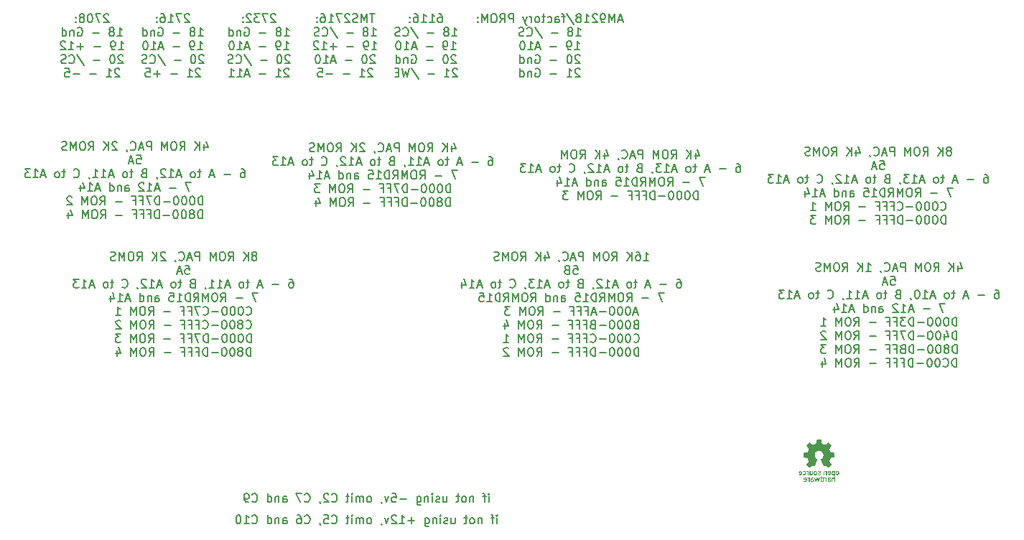
<source format=gbo>
G04 #@! TF.GenerationSoftware,KiCad,Pcbnew,(6.0.0)*
G04 #@! TF.CreationDate,2022-11-09T00:48:37-05:00*
G04 #@! TF.ProjectId,Sorcerer Rom Pack,536f7263-6572-4657-9220-526f6d205061,rev?*
G04 #@! TF.SameCoordinates,Original*
G04 #@! TF.FileFunction,Legend,Bot*
G04 #@! TF.FilePolarity,Positive*
%FSLAX46Y46*%
G04 Gerber Fmt 4.6, Leading zero omitted, Abs format (unit mm)*
G04 Created by KiCad (PCBNEW (6.0.0)) date 2022-11-09 00:48:37*
%MOMM*%
%LPD*%
G01*
G04 APERTURE LIST*
%ADD10C,0.150000*%
%ADD11R,1.700000X1.700000*%
%ADD12R,1.600000X1.600000*%
%ADD13O,1.600000X1.600000*%
%ADD14R,7.600000X1.270000*%
%ADD15C,1.600000*%
G04 APERTURE END LIST*
D10*
X120856190Y-76877380D02*
X121046666Y-76877380D01*
X121141904Y-76925000D01*
X121189523Y-76972619D01*
X121284761Y-77115476D01*
X121332380Y-77305952D01*
X121332380Y-77686904D01*
X121284761Y-77782142D01*
X121237142Y-77829761D01*
X121141904Y-77877380D01*
X120951428Y-77877380D01*
X120856190Y-77829761D01*
X120808571Y-77782142D01*
X120760952Y-77686904D01*
X120760952Y-77448809D01*
X120808571Y-77353571D01*
X120856190Y-77305952D01*
X120951428Y-77258333D01*
X121141904Y-77258333D01*
X121237142Y-77305952D01*
X121284761Y-77353571D01*
X121332380Y-77448809D01*
X119808571Y-77877380D02*
X120380000Y-77877380D01*
X120094285Y-77877380D02*
X120094285Y-76877380D01*
X120189523Y-77020238D01*
X120284761Y-77115476D01*
X120380000Y-77163095D01*
X118856190Y-77877380D02*
X119427619Y-77877380D01*
X119141904Y-77877380D02*
X119141904Y-76877380D01*
X119237142Y-77020238D01*
X119332380Y-77115476D01*
X119427619Y-77163095D01*
X117999047Y-76877380D02*
X118189523Y-76877380D01*
X118284761Y-76925000D01*
X118332380Y-76972619D01*
X118427619Y-77115476D01*
X118475238Y-77305952D01*
X118475238Y-77686904D01*
X118427619Y-77782142D01*
X118380000Y-77829761D01*
X118284761Y-77877380D01*
X118094285Y-77877380D01*
X117999047Y-77829761D01*
X117951428Y-77782142D01*
X117903809Y-77686904D01*
X117903809Y-77448809D01*
X117951428Y-77353571D01*
X117999047Y-77305952D01*
X118094285Y-77258333D01*
X118284761Y-77258333D01*
X118380000Y-77305952D01*
X118427619Y-77353571D01*
X118475238Y-77448809D01*
X117475238Y-77782142D02*
X117427619Y-77829761D01*
X117475238Y-77877380D01*
X117522857Y-77829761D01*
X117475238Y-77782142D01*
X117475238Y-77877380D01*
X117475238Y-77258333D02*
X117427619Y-77305952D01*
X117475238Y-77353571D01*
X117522857Y-77305952D01*
X117475238Y-77258333D01*
X117475238Y-77353571D01*
X122451428Y-79487380D02*
X123022857Y-79487380D01*
X122737142Y-79487380D02*
X122737142Y-78487380D01*
X122832380Y-78630238D01*
X122927619Y-78725476D01*
X123022857Y-78773095D01*
X121880000Y-78915952D02*
X121975238Y-78868333D01*
X122022857Y-78820714D01*
X122070476Y-78725476D01*
X122070476Y-78677857D01*
X122022857Y-78582619D01*
X121975238Y-78535000D01*
X121880000Y-78487380D01*
X121689523Y-78487380D01*
X121594285Y-78535000D01*
X121546666Y-78582619D01*
X121499047Y-78677857D01*
X121499047Y-78725476D01*
X121546666Y-78820714D01*
X121594285Y-78868333D01*
X121689523Y-78915952D01*
X121880000Y-78915952D01*
X121975238Y-78963571D01*
X122022857Y-79011190D01*
X122070476Y-79106428D01*
X122070476Y-79296904D01*
X122022857Y-79392142D01*
X121975238Y-79439761D01*
X121880000Y-79487380D01*
X121689523Y-79487380D01*
X121594285Y-79439761D01*
X121546666Y-79392142D01*
X121499047Y-79296904D01*
X121499047Y-79106428D01*
X121546666Y-79011190D01*
X121594285Y-78963571D01*
X121689523Y-78915952D01*
X120308571Y-79106428D02*
X119546666Y-79106428D01*
X117594285Y-78439761D02*
X118451428Y-79725476D01*
X116689523Y-79392142D02*
X116737142Y-79439761D01*
X116880000Y-79487380D01*
X116975238Y-79487380D01*
X117118095Y-79439761D01*
X117213333Y-79344523D01*
X117260952Y-79249285D01*
X117308571Y-79058809D01*
X117308571Y-78915952D01*
X117260952Y-78725476D01*
X117213333Y-78630238D01*
X117118095Y-78535000D01*
X116975238Y-78487380D01*
X116880000Y-78487380D01*
X116737142Y-78535000D01*
X116689523Y-78582619D01*
X116308571Y-79439761D02*
X116165714Y-79487380D01*
X115927619Y-79487380D01*
X115832380Y-79439761D01*
X115784761Y-79392142D01*
X115737142Y-79296904D01*
X115737142Y-79201666D01*
X115784761Y-79106428D01*
X115832380Y-79058809D01*
X115927619Y-79011190D01*
X116118095Y-78963571D01*
X116213333Y-78915952D01*
X116260952Y-78868333D01*
X116308571Y-78773095D01*
X116308571Y-78677857D01*
X116260952Y-78582619D01*
X116213333Y-78535000D01*
X116118095Y-78487380D01*
X115880000Y-78487380D01*
X115737142Y-78535000D01*
X122332380Y-81097380D02*
X122903809Y-81097380D01*
X122618095Y-81097380D02*
X122618095Y-80097380D01*
X122713333Y-80240238D01*
X122808571Y-80335476D01*
X122903809Y-80383095D01*
X121856190Y-81097380D02*
X121665714Y-81097380D01*
X121570476Y-81049761D01*
X121522857Y-81002142D01*
X121427619Y-80859285D01*
X121380000Y-80668809D01*
X121380000Y-80287857D01*
X121427619Y-80192619D01*
X121475238Y-80145000D01*
X121570476Y-80097380D01*
X121760952Y-80097380D01*
X121856190Y-80145000D01*
X121903809Y-80192619D01*
X121951428Y-80287857D01*
X121951428Y-80525952D01*
X121903809Y-80621190D01*
X121856190Y-80668809D01*
X121760952Y-80716428D01*
X121570476Y-80716428D01*
X121475238Y-80668809D01*
X121427619Y-80621190D01*
X121380000Y-80525952D01*
X120189523Y-80716428D02*
X119427619Y-80716428D01*
X118237142Y-80811666D02*
X117760952Y-80811666D01*
X118332380Y-81097380D02*
X117999047Y-80097380D01*
X117665714Y-81097380D01*
X116808571Y-81097380D02*
X117380000Y-81097380D01*
X117094285Y-81097380D02*
X117094285Y-80097380D01*
X117189523Y-80240238D01*
X117284761Y-80335476D01*
X117380000Y-80383095D01*
X116189523Y-80097380D02*
X116094285Y-80097380D01*
X115999047Y-80145000D01*
X115951428Y-80192619D01*
X115903809Y-80287857D01*
X115856190Y-80478333D01*
X115856190Y-80716428D01*
X115903809Y-80906904D01*
X115951428Y-81002142D01*
X115999047Y-81049761D01*
X116094285Y-81097380D01*
X116189523Y-81097380D01*
X116284761Y-81049761D01*
X116332380Y-81002142D01*
X116380000Y-80906904D01*
X116427619Y-80716428D01*
X116427619Y-80478333D01*
X116380000Y-80287857D01*
X116332380Y-80192619D01*
X116284761Y-80145000D01*
X116189523Y-80097380D01*
X122927619Y-81802619D02*
X122880000Y-81755000D01*
X122784761Y-81707380D01*
X122546666Y-81707380D01*
X122451428Y-81755000D01*
X122403809Y-81802619D01*
X122356190Y-81897857D01*
X122356190Y-81993095D01*
X122403809Y-82135952D01*
X122975238Y-82707380D01*
X122356190Y-82707380D01*
X121737142Y-81707380D02*
X121641904Y-81707380D01*
X121546666Y-81755000D01*
X121499047Y-81802619D01*
X121451428Y-81897857D01*
X121403809Y-82088333D01*
X121403809Y-82326428D01*
X121451428Y-82516904D01*
X121499047Y-82612142D01*
X121546666Y-82659761D01*
X121641904Y-82707380D01*
X121737142Y-82707380D01*
X121832380Y-82659761D01*
X121880000Y-82612142D01*
X121927619Y-82516904D01*
X121975238Y-82326428D01*
X121975238Y-82088333D01*
X121927619Y-81897857D01*
X121880000Y-81802619D01*
X121832380Y-81755000D01*
X121737142Y-81707380D01*
X120213333Y-82326428D02*
X119451428Y-82326428D01*
X117689523Y-81755000D02*
X117784761Y-81707380D01*
X117927619Y-81707380D01*
X118070476Y-81755000D01*
X118165714Y-81850238D01*
X118213333Y-81945476D01*
X118260952Y-82135952D01*
X118260952Y-82278809D01*
X118213333Y-82469285D01*
X118165714Y-82564523D01*
X118070476Y-82659761D01*
X117927619Y-82707380D01*
X117832380Y-82707380D01*
X117689523Y-82659761D01*
X117641904Y-82612142D01*
X117641904Y-82278809D01*
X117832380Y-82278809D01*
X117213333Y-82040714D02*
X117213333Y-82707380D01*
X117213333Y-82135952D02*
X117165714Y-82088333D01*
X117070476Y-82040714D01*
X116927619Y-82040714D01*
X116832380Y-82088333D01*
X116784761Y-82183571D01*
X116784761Y-82707380D01*
X115880000Y-82707380D02*
X115880000Y-81707380D01*
X115880000Y-82659761D02*
X115975238Y-82707380D01*
X116165714Y-82707380D01*
X116260952Y-82659761D01*
X116308571Y-82612142D01*
X116356190Y-82516904D01*
X116356190Y-82231190D01*
X116308571Y-82135952D01*
X116260952Y-82088333D01*
X116165714Y-82040714D01*
X115975238Y-82040714D01*
X115880000Y-82088333D01*
X123070476Y-83412619D02*
X123022857Y-83365000D01*
X122927619Y-83317380D01*
X122689523Y-83317380D01*
X122594285Y-83365000D01*
X122546666Y-83412619D01*
X122499047Y-83507857D01*
X122499047Y-83603095D01*
X122546666Y-83745952D01*
X123118095Y-84317380D01*
X122499047Y-84317380D01*
X121546666Y-84317380D02*
X122118095Y-84317380D01*
X121832380Y-84317380D02*
X121832380Y-83317380D01*
X121927619Y-83460238D01*
X122022857Y-83555476D01*
X122118095Y-83603095D01*
X120356190Y-83936428D02*
X119594285Y-83936428D01*
X117641904Y-83269761D02*
X118499047Y-84555476D01*
X117403809Y-83317380D02*
X117165714Y-84317380D01*
X116975238Y-83603095D01*
X116784761Y-84317380D01*
X116546666Y-83317380D01*
X116165714Y-83793571D02*
X115832380Y-83793571D01*
X115689523Y-84317380D02*
X116165714Y-84317380D01*
X116165714Y-83317380D01*
X115689523Y-83317380D01*
X113331190Y-76877380D02*
X112759761Y-76877380D01*
X113045476Y-77877380D02*
X113045476Y-76877380D01*
X112426428Y-77877380D02*
X112426428Y-76877380D01*
X112093095Y-77591666D01*
X111759761Y-76877380D01*
X111759761Y-77877380D01*
X111331190Y-77829761D02*
X111188333Y-77877380D01*
X110950238Y-77877380D01*
X110855000Y-77829761D01*
X110807380Y-77782142D01*
X110759761Y-77686904D01*
X110759761Y-77591666D01*
X110807380Y-77496428D01*
X110855000Y-77448809D01*
X110950238Y-77401190D01*
X111140714Y-77353571D01*
X111235952Y-77305952D01*
X111283571Y-77258333D01*
X111331190Y-77163095D01*
X111331190Y-77067857D01*
X111283571Y-76972619D01*
X111235952Y-76925000D01*
X111140714Y-76877380D01*
X110902619Y-76877380D01*
X110759761Y-76925000D01*
X110378809Y-76972619D02*
X110331190Y-76925000D01*
X110235952Y-76877380D01*
X109997857Y-76877380D01*
X109902619Y-76925000D01*
X109855000Y-76972619D01*
X109807380Y-77067857D01*
X109807380Y-77163095D01*
X109855000Y-77305952D01*
X110426428Y-77877380D01*
X109807380Y-77877380D01*
X109474047Y-76877380D02*
X108807380Y-76877380D01*
X109235952Y-77877380D01*
X107902619Y-77877380D02*
X108474047Y-77877380D01*
X108188333Y-77877380D02*
X108188333Y-76877380D01*
X108283571Y-77020238D01*
X108378809Y-77115476D01*
X108474047Y-77163095D01*
X107045476Y-76877380D02*
X107235952Y-76877380D01*
X107331190Y-76925000D01*
X107378809Y-76972619D01*
X107474047Y-77115476D01*
X107521666Y-77305952D01*
X107521666Y-77686904D01*
X107474047Y-77782142D01*
X107426428Y-77829761D01*
X107331190Y-77877380D01*
X107140714Y-77877380D01*
X107045476Y-77829761D01*
X106997857Y-77782142D01*
X106950238Y-77686904D01*
X106950238Y-77448809D01*
X106997857Y-77353571D01*
X107045476Y-77305952D01*
X107140714Y-77258333D01*
X107331190Y-77258333D01*
X107426428Y-77305952D01*
X107474047Y-77353571D01*
X107521666Y-77448809D01*
X106521666Y-77782142D02*
X106474047Y-77829761D01*
X106521666Y-77877380D01*
X106569285Y-77829761D01*
X106521666Y-77782142D01*
X106521666Y-77877380D01*
X106521666Y-77258333D02*
X106474047Y-77305952D01*
X106521666Y-77353571D01*
X106569285Y-77305952D01*
X106521666Y-77258333D01*
X106521666Y-77353571D01*
X112926428Y-79487380D02*
X113497857Y-79487380D01*
X113212142Y-79487380D02*
X113212142Y-78487380D01*
X113307380Y-78630238D01*
X113402619Y-78725476D01*
X113497857Y-78773095D01*
X112355000Y-78915952D02*
X112450238Y-78868333D01*
X112497857Y-78820714D01*
X112545476Y-78725476D01*
X112545476Y-78677857D01*
X112497857Y-78582619D01*
X112450238Y-78535000D01*
X112355000Y-78487380D01*
X112164523Y-78487380D01*
X112069285Y-78535000D01*
X112021666Y-78582619D01*
X111974047Y-78677857D01*
X111974047Y-78725476D01*
X112021666Y-78820714D01*
X112069285Y-78868333D01*
X112164523Y-78915952D01*
X112355000Y-78915952D01*
X112450238Y-78963571D01*
X112497857Y-79011190D01*
X112545476Y-79106428D01*
X112545476Y-79296904D01*
X112497857Y-79392142D01*
X112450238Y-79439761D01*
X112355000Y-79487380D01*
X112164523Y-79487380D01*
X112069285Y-79439761D01*
X112021666Y-79392142D01*
X111974047Y-79296904D01*
X111974047Y-79106428D01*
X112021666Y-79011190D01*
X112069285Y-78963571D01*
X112164523Y-78915952D01*
X110783571Y-79106428D02*
X110021666Y-79106428D01*
X108069285Y-78439761D02*
X108926428Y-79725476D01*
X107164523Y-79392142D02*
X107212142Y-79439761D01*
X107355000Y-79487380D01*
X107450238Y-79487380D01*
X107593095Y-79439761D01*
X107688333Y-79344523D01*
X107735952Y-79249285D01*
X107783571Y-79058809D01*
X107783571Y-78915952D01*
X107735952Y-78725476D01*
X107688333Y-78630238D01*
X107593095Y-78535000D01*
X107450238Y-78487380D01*
X107355000Y-78487380D01*
X107212142Y-78535000D01*
X107164523Y-78582619D01*
X106783571Y-79439761D02*
X106640714Y-79487380D01*
X106402619Y-79487380D01*
X106307380Y-79439761D01*
X106259761Y-79392142D01*
X106212142Y-79296904D01*
X106212142Y-79201666D01*
X106259761Y-79106428D01*
X106307380Y-79058809D01*
X106402619Y-79011190D01*
X106593095Y-78963571D01*
X106688333Y-78915952D01*
X106735952Y-78868333D01*
X106783571Y-78773095D01*
X106783571Y-78677857D01*
X106735952Y-78582619D01*
X106688333Y-78535000D01*
X106593095Y-78487380D01*
X106355000Y-78487380D01*
X106212142Y-78535000D01*
X112997857Y-81097380D02*
X113569285Y-81097380D01*
X113283571Y-81097380D02*
X113283571Y-80097380D01*
X113378809Y-80240238D01*
X113474047Y-80335476D01*
X113569285Y-80383095D01*
X112521666Y-81097380D02*
X112331190Y-81097380D01*
X112235952Y-81049761D01*
X112188333Y-81002142D01*
X112093095Y-80859285D01*
X112045476Y-80668809D01*
X112045476Y-80287857D01*
X112093095Y-80192619D01*
X112140714Y-80145000D01*
X112235952Y-80097380D01*
X112426428Y-80097380D01*
X112521666Y-80145000D01*
X112569285Y-80192619D01*
X112616904Y-80287857D01*
X112616904Y-80525952D01*
X112569285Y-80621190D01*
X112521666Y-80668809D01*
X112426428Y-80716428D01*
X112235952Y-80716428D01*
X112140714Y-80668809D01*
X112093095Y-80621190D01*
X112045476Y-80525952D01*
X110855000Y-80716428D02*
X110093095Y-80716428D01*
X108855000Y-80716428D02*
X108093095Y-80716428D01*
X108474047Y-81097380D02*
X108474047Y-80335476D01*
X107093095Y-81097380D02*
X107664523Y-81097380D01*
X107378809Y-81097380D02*
X107378809Y-80097380D01*
X107474047Y-80240238D01*
X107569285Y-80335476D01*
X107664523Y-80383095D01*
X106712142Y-80192619D02*
X106664523Y-80145000D01*
X106569285Y-80097380D01*
X106331190Y-80097380D01*
X106235952Y-80145000D01*
X106188333Y-80192619D01*
X106140714Y-80287857D01*
X106140714Y-80383095D01*
X106188333Y-80525952D01*
X106759761Y-81097380D01*
X106140714Y-81097380D01*
X113378809Y-81802619D02*
X113331190Y-81755000D01*
X113235952Y-81707380D01*
X112997857Y-81707380D01*
X112902619Y-81755000D01*
X112855000Y-81802619D01*
X112807380Y-81897857D01*
X112807380Y-81993095D01*
X112855000Y-82135952D01*
X113426428Y-82707380D01*
X112807380Y-82707380D01*
X112188333Y-81707380D02*
X112093095Y-81707380D01*
X111997857Y-81755000D01*
X111950238Y-81802619D01*
X111902619Y-81897857D01*
X111855000Y-82088333D01*
X111855000Y-82326428D01*
X111902619Y-82516904D01*
X111950238Y-82612142D01*
X111997857Y-82659761D01*
X112093095Y-82707380D01*
X112188333Y-82707380D01*
X112283571Y-82659761D01*
X112331190Y-82612142D01*
X112378809Y-82516904D01*
X112426428Y-82326428D01*
X112426428Y-82088333D01*
X112378809Y-81897857D01*
X112331190Y-81802619D01*
X112283571Y-81755000D01*
X112188333Y-81707380D01*
X110664523Y-82326428D02*
X109902619Y-82326428D01*
X108712142Y-82421666D02*
X108235952Y-82421666D01*
X108807380Y-82707380D02*
X108474047Y-81707380D01*
X108140714Y-82707380D01*
X107283571Y-82707380D02*
X107855000Y-82707380D01*
X107569285Y-82707380D02*
X107569285Y-81707380D01*
X107664523Y-81850238D01*
X107759761Y-81945476D01*
X107855000Y-81993095D01*
X106664523Y-81707380D02*
X106569285Y-81707380D01*
X106474047Y-81755000D01*
X106426428Y-81802619D01*
X106378809Y-81897857D01*
X106331190Y-82088333D01*
X106331190Y-82326428D01*
X106378809Y-82516904D01*
X106426428Y-82612142D01*
X106474047Y-82659761D01*
X106569285Y-82707380D01*
X106664523Y-82707380D01*
X106759761Y-82659761D01*
X106807380Y-82612142D01*
X106855000Y-82516904D01*
X106902619Y-82326428D01*
X106902619Y-82088333D01*
X106855000Y-81897857D01*
X106807380Y-81802619D01*
X106759761Y-81755000D01*
X106664523Y-81707380D01*
X113093095Y-83412619D02*
X113045476Y-83365000D01*
X112950238Y-83317380D01*
X112712142Y-83317380D01*
X112616904Y-83365000D01*
X112569285Y-83412619D01*
X112521666Y-83507857D01*
X112521666Y-83603095D01*
X112569285Y-83745952D01*
X113140714Y-84317380D01*
X112521666Y-84317380D01*
X111569285Y-84317380D02*
X112140714Y-84317380D01*
X111855000Y-84317380D02*
X111855000Y-83317380D01*
X111950238Y-83460238D01*
X112045476Y-83555476D01*
X112140714Y-83603095D01*
X110378809Y-83936428D02*
X109616904Y-83936428D01*
X108378809Y-83936428D02*
X107616904Y-83936428D01*
X106664523Y-83317380D02*
X107140714Y-83317380D01*
X107188333Y-83793571D01*
X107140714Y-83745952D01*
X107045476Y-83698333D01*
X106807380Y-83698333D01*
X106712142Y-83745952D01*
X106664523Y-83793571D01*
X106616904Y-83888809D01*
X106616904Y-84126904D01*
X106664523Y-84222142D01*
X106712142Y-84269761D01*
X106807380Y-84317380D01*
X107045476Y-84317380D01*
X107140714Y-84269761D01*
X107188333Y-84222142D01*
X182132857Y-106545714D02*
X182132857Y-107212380D01*
X182370952Y-106164761D02*
X182609047Y-106879047D01*
X181990000Y-106879047D01*
X181609047Y-107212380D02*
X181609047Y-106212380D01*
X181037619Y-107212380D02*
X181466190Y-106640952D01*
X181037619Y-106212380D02*
X181609047Y-106783809D01*
X179275714Y-107212380D02*
X179609047Y-106736190D01*
X179847142Y-107212380D02*
X179847142Y-106212380D01*
X179466190Y-106212380D01*
X179370952Y-106260000D01*
X179323333Y-106307619D01*
X179275714Y-106402857D01*
X179275714Y-106545714D01*
X179323333Y-106640952D01*
X179370952Y-106688571D01*
X179466190Y-106736190D01*
X179847142Y-106736190D01*
X178656666Y-106212380D02*
X178466190Y-106212380D01*
X178370952Y-106260000D01*
X178275714Y-106355238D01*
X178228095Y-106545714D01*
X178228095Y-106879047D01*
X178275714Y-107069523D01*
X178370952Y-107164761D01*
X178466190Y-107212380D01*
X178656666Y-107212380D01*
X178751904Y-107164761D01*
X178847142Y-107069523D01*
X178894761Y-106879047D01*
X178894761Y-106545714D01*
X178847142Y-106355238D01*
X178751904Y-106260000D01*
X178656666Y-106212380D01*
X177799523Y-107212380D02*
X177799523Y-106212380D01*
X177466190Y-106926666D01*
X177132857Y-106212380D01*
X177132857Y-107212380D01*
X175894761Y-107212380D02*
X175894761Y-106212380D01*
X175513809Y-106212380D01*
X175418571Y-106260000D01*
X175370952Y-106307619D01*
X175323333Y-106402857D01*
X175323333Y-106545714D01*
X175370952Y-106640952D01*
X175418571Y-106688571D01*
X175513809Y-106736190D01*
X175894761Y-106736190D01*
X174942380Y-106926666D02*
X174466190Y-106926666D01*
X175037619Y-107212380D02*
X174704285Y-106212380D01*
X174370952Y-107212380D01*
X173466190Y-107117142D02*
X173513809Y-107164761D01*
X173656666Y-107212380D01*
X173751904Y-107212380D01*
X173894761Y-107164761D01*
X173990000Y-107069523D01*
X174037619Y-106974285D01*
X174085238Y-106783809D01*
X174085238Y-106640952D01*
X174037619Y-106450476D01*
X173990000Y-106355238D01*
X173894761Y-106260000D01*
X173751904Y-106212380D01*
X173656666Y-106212380D01*
X173513809Y-106260000D01*
X173466190Y-106307619D01*
X172990000Y-107164761D02*
X172990000Y-107212380D01*
X173037619Y-107307619D01*
X173085238Y-107355238D01*
X171275714Y-107212380D02*
X171847142Y-107212380D01*
X171561428Y-107212380D02*
X171561428Y-106212380D01*
X171656666Y-106355238D01*
X171751904Y-106450476D01*
X171847142Y-106498095D01*
X170847142Y-107212380D02*
X170847142Y-106212380D01*
X170275714Y-107212380D02*
X170704285Y-106640952D01*
X170275714Y-106212380D02*
X170847142Y-106783809D01*
X168513809Y-107212380D02*
X168847142Y-106736190D01*
X169085238Y-107212380D02*
X169085238Y-106212380D01*
X168704285Y-106212380D01*
X168609047Y-106260000D01*
X168561428Y-106307619D01*
X168513809Y-106402857D01*
X168513809Y-106545714D01*
X168561428Y-106640952D01*
X168609047Y-106688571D01*
X168704285Y-106736190D01*
X169085238Y-106736190D01*
X167894761Y-106212380D02*
X167704285Y-106212380D01*
X167609047Y-106260000D01*
X167513809Y-106355238D01*
X167466190Y-106545714D01*
X167466190Y-106879047D01*
X167513809Y-107069523D01*
X167609047Y-107164761D01*
X167704285Y-107212380D01*
X167894761Y-107212380D01*
X167990000Y-107164761D01*
X168085238Y-107069523D01*
X168132857Y-106879047D01*
X168132857Y-106545714D01*
X168085238Y-106355238D01*
X167990000Y-106260000D01*
X167894761Y-106212380D01*
X167037619Y-107212380D02*
X167037619Y-106212380D01*
X166704285Y-106926666D01*
X166370952Y-106212380D01*
X166370952Y-107212380D01*
X165942380Y-107164761D02*
X165799523Y-107212380D01*
X165561428Y-107212380D01*
X165466190Y-107164761D01*
X165418571Y-107117142D01*
X165370952Y-107021904D01*
X165370952Y-106926666D01*
X165418571Y-106831428D01*
X165466190Y-106783809D01*
X165561428Y-106736190D01*
X165751904Y-106688571D01*
X165847142Y-106640952D01*
X165894761Y-106593333D01*
X165942380Y-106498095D01*
X165942380Y-106402857D01*
X165894761Y-106307619D01*
X165847142Y-106260000D01*
X165751904Y-106212380D01*
X165513809Y-106212380D01*
X165370952Y-106260000D01*
X174180476Y-107822380D02*
X174656666Y-107822380D01*
X174704285Y-108298571D01*
X174656666Y-108250952D01*
X174561428Y-108203333D01*
X174323333Y-108203333D01*
X174228095Y-108250952D01*
X174180476Y-108298571D01*
X174132857Y-108393809D01*
X174132857Y-108631904D01*
X174180476Y-108727142D01*
X174228095Y-108774761D01*
X174323333Y-108822380D01*
X174561428Y-108822380D01*
X174656666Y-108774761D01*
X174704285Y-108727142D01*
X173751904Y-108536666D02*
X173275714Y-108536666D01*
X173847142Y-108822380D02*
X173513809Y-107822380D01*
X173180476Y-108822380D01*
X186490000Y-109432380D02*
X186680476Y-109432380D01*
X186775714Y-109480000D01*
X186823333Y-109527619D01*
X186918571Y-109670476D01*
X186966190Y-109860952D01*
X186966190Y-110241904D01*
X186918571Y-110337142D01*
X186870952Y-110384761D01*
X186775714Y-110432380D01*
X186585238Y-110432380D01*
X186490000Y-110384761D01*
X186442380Y-110337142D01*
X186394761Y-110241904D01*
X186394761Y-110003809D01*
X186442380Y-109908571D01*
X186490000Y-109860952D01*
X186585238Y-109813333D01*
X186775714Y-109813333D01*
X186870952Y-109860952D01*
X186918571Y-109908571D01*
X186966190Y-110003809D01*
X185204285Y-110051428D02*
X184442380Y-110051428D01*
X183251904Y-110146666D02*
X182775714Y-110146666D01*
X183347142Y-110432380D02*
X183013809Y-109432380D01*
X182680476Y-110432380D01*
X181728095Y-109765714D02*
X181347142Y-109765714D01*
X181585238Y-109432380D02*
X181585238Y-110289523D01*
X181537619Y-110384761D01*
X181442380Y-110432380D01*
X181347142Y-110432380D01*
X180870952Y-110432380D02*
X180966190Y-110384761D01*
X181013809Y-110337142D01*
X181061428Y-110241904D01*
X181061428Y-109956190D01*
X181013809Y-109860952D01*
X180966190Y-109813333D01*
X180870952Y-109765714D01*
X180728095Y-109765714D01*
X180632857Y-109813333D01*
X180585238Y-109860952D01*
X180537619Y-109956190D01*
X180537619Y-110241904D01*
X180585238Y-110337142D01*
X180632857Y-110384761D01*
X180728095Y-110432380D01*
X180870952Y-110432380D01*
X179394761Y-110146666D02*
X178918571Y-110146666D01*
X179490000Y-110432380D02*
X179156666Y-109432380D01*
X178823333Y-110432380D01*
X177966190Y-110432380D02*
X178537619Y-110432380D01*
X178251904Y-110432380D02*
X178251904Y-109432380D01*
X178347142Y-109575238D01*
X178442380Y-109670476D01*
X178537619Y-109718095D01*
X177347142Y-109432380D02*
X177251904Y-109432380D01*
X177156666Y-109480000D01*
X177109047Y-109527619D01*
X177061428Y-109622857D01*
X177013809Y-109813333D01*
X177013809Y-110051428D01*
X177061428Y-110241904D01*
X177109047Y-110337142D01*
X177156666Y-110384761D01*
X177251904Y-110432380D01*
X177347142Y-110432380D01*
X177442380Y-110384761D01*
X177490000Y-110337142D01*
X177537619Y-110241904D01*
X177585238Y-110051428D01*
X177585238Y-109813333D01*
X177537619Y-109622857D01*
X177490000Y-109527619D01*
X177442380Y-109480000D01*
X177347142Y-109432380D01*
X176537619Y-110384761D02*
X176537619Y-110432380D01*
X176585238Y-110527619D01*
X176632857Y-110575238D01*
X175013809Y-109908571D02*
X174870952Y-109956190D01*
X174823333Y-110003809D01*
X174775714Y-110099047D01*
X174775714Y-110241904D01*
X174823333Y-110337142D01*
X174870952Y-110384761D01*
X174966190Y-110432380D01*
X175347142Y-110432380D01*
X175347142Y-109432380D01*
X175013809Y-109432380D01*
X174918571Y-109480000D01*
X174870952Y-109527619D01*
X174823333Y-109622857D01*
X174823333Y-109718095D01*
X174870952Y-109813333D01*
X174918571Y-109860952D01*
X175013809Y-109908571D01*
X175347142Y-109908571D01*
X173728095Y-109765714D02*
X173347142Y-109765714D01*
X173585238Y-109432380D02*
X173585238Y-110289523D01*
X173537619Y-110384761D01*
X173442380Y-110432380D01*
X173347142Y-110432380D01*
X172870952Y-110432380D02*
X172966190Y-110384761D01*
X173013809Y-110337142D01*
X173061428Y-110241904D01*
X173061428Y-109956190D01*
X173013809Y-109860952D01*
X172966190Y-109813333D01*
X172870952Y-109765714D01*
X172728095Y-109765714D01*
X172632857Y-109813333D01*
X172585238Y-109860952D01*
X172537619Y-109956190D01*
X172537619Y-110241904D01*
X172585238Y-110337142D01*
X172632857Y-110384761D01*
X172728095Y-110432380D01*
X172870952Y-110432380D01*
X171394761Y-110146666D02*
X170918571Y-110146666D01*
X171490000Y-110432380D02*
X171156666Y-109432380D01*
X170823333Y-110432380D01*
X169966190Y-110432380D02*
X170537619Y-110432380D01*
X170251904Y-110432380D02*
X170251904Y-109432380D01*
X170347142Y-109575238D01*
X170442380Y-109670476D01*
X170537619Y-109718095D01*
X169013809Y-110432380D02*
X169585238Y-110432380D01*
X169299523Y-110432380D02*
X169299523Y-109432380D01*
X169394761Y-109575238D01*
X169490000Y-109670476D01*
X169585238Y-109718095D01*
X168537619Y-110384761D02*
X168537619Y-110432380D01*
X168585238Y-110527619D01*
X168632857Y-110575238D01*
X166775714Y-110337142D02*
X166823333Y-110384761D01*
X166966190Y-110432380D01*
X167061428Y-110432380D01*
X167204285Y-110384761D01*
X167299523Y-110289523D01*
X167347142Y-110194285D01*
X167394761Y-110003809D01*
X167394761Y-109860952D01*
X167347142Y-109670476D01*
X167299523Y-109575238D01*
X167204285Y-109480000D01*
X167061428Y-109432380D01*
X166966190Y-109432380D01*
X166823333Y-109480000D01*
X166775714Y-109527619D01*
X165728095Y-109765714D02*
X165347142Y-109765714D01*
X165585238Y-109432380D02*
X165585238Y-110289523D01*
X165537619Y-110384761D01*
X165442380Y-110432380D01*
X165347142Y-110432380D01*
X164870952Y-110432380D02*
X164966190Y-110384761D01*
X165013809Y-110337142D01*
X165061428Y-110241904D01*
X165061428Y-109956190D01*
X165013809Y-109860952D01*
X164966190Y-109813333D01*
X164870952Y-109765714D01*
X164728095Y-109765714D01*
X164632857Y-109813333D01*
X164585238Y-109860952D01*
X164537619Y-109956190D01*
X164537619Y-110241904D01*
X164585238Y-110337142D01*
X164632857Y-110384761D01*
X164728095Y-110432380D01*
X164870952Y-110432380D01*
X163394761Y-110146666D02*
X162918571Y-110146666D01*
X163490000Y-110432380D02*
X163156666Y-109432380D01*
X162823333Y-110432380D01*
X161966190Y-110432380D02*
X162537619Y-110432380D01*
X162251904Y-110432380D02*
X162251904Y-109432380D01*
X162347142Y-109575238D01*
X162442380Y-109670476D01*
X162537619Y-109718095D01*
X161632857Y-109432380D02*
X161013809Y-109432380D01*
X161347142Y-109813333D01*
X161204285Y-109813333D01*
X161109047Y-109860952D01*
X161061428Y-109908571D01*
X161013809Y-110003809D01*
X161013809Y-110241904D01*
X161061428Y-110337142D01*
X161109047Y-110384761D01*
X161204285Y-110432380D01*
X161490000Y-110432380D01*
X161585238Y-110384761D01*
X161632857Y-110337142D01*
X180585238Y-111042380D02*
X179918571Y-111042380D01*
X180347142Y-112042380D01*
X178775714Y-111661428D02*
X178013809Y-111661428D01*
X176823333Y-111756666D02*
X176347142Y-111756666D01*
X176918571Y-112042380D02*
X176585238Y-111042380D01*
X176251904Y-112042380D01*
X175394761Y-112042380D02*
X175966190Y-112042380D01*
X175680476Y-112042380D02*
X175680476Y-111042380D01*
X175775714Y-111185238D01*
X175870952Y-111280476D01*
X175966190Y-111328095D01*
X175013809Y-111137619D02*
X174966190Y-111090000D01*
X174870952Y-111042380D01*
X174632857Y-111042380D01*
X174537619Y-111090000D01*
X174490000Y-111137619D01*
X174442380Y-111232857D01*
X174442380Y-111328095D01*
X174490000Y-111470952D01*
X175061428Y-112042380D01*
X174442380Y-112042380D01*
X172823333Y-112042380D02*
X172823333Y-111518571D01*
X172870952Y-111423333D01*
X172966190Y-111375714D01*
X173156666Y-111375714D01*
X173251904Y-111423333D01*
X172823333Y-111994761D02*
X172918571Y-112042380D01*
X173156666Y-112042380D01*
X173251904Y-111994761D01*
X173299523Y-111899523D01*
X173299523Y-111804285D01*
X173251904Y-111709047D01*
X173156666Y-111661428D01*
X172918571Y-111661428D01*
X172823333Y-111613809D01*
X172347142Y-111375714D02*
X172347142Y-112042380D01*
X172347142Y-111470952D02*
X172299523Y-111423333D01*
X172204285Y-111375714D01*
X172061428Y-111375714D01*
X171966190Y-111423333D01*
X171918571Y-111518571D01*
X171918571Y-112042380D01*
X171013809Y-112042380D02*
X171013809Y-111042380D01*
X171013809Y-111994761D02*
X171109047Y-112042380D01*
X171299523Y-112042380D01*
X171394761Y-111994761D01*
X171442380Y-111947142D01*
X171490000Y-111851904D01*
X171490000Y-111566190D01*
X171442380Y-111470952D01*
X171394761Y-111423333D01*
X171299523Y-111375714D01*
X171109047Y-111375714D01*
X171013809Y-111423333D01*
X169823333Y-111756666D02*
X169347142Y-111756666D01*
X169918571Y-112042380D02*
X169585238Y-111042380D01*
X169251904Y-112042380D01*
X168394761Y-112042380D02*
X168966190Y-112042380D01*
X168680476Y-112042380D02*
X168680476Y-111042380D01*
X168775714Y-111185238D01*
X168870952Y-111280476D01*
X168966190Y-111328095D01*
X167537619Y-111375714D02*
X167537619Y-112042380D01*
X167775714Y-110994761D02*
X168013809Y-111709047D01*
X167394761Y-111709047D01*
X181966190Y-113652380D02*
X181966190Y-112652380D01*
X181728095Y-112652380D01*
X181585238Y-112700000D01*
X181490000Y-112795238D01*
X181442380Y-112890476D01*
X181394761Y-113080952D01*
X181394761Y-113223809D01*
X181442380Y-113414285D01*
X181490000Y-113509523D01*
X181585238Y-113604761D01*
X181728095Y-113652380D01*
X181966190Y-113652380D01*
X180775714Y-112652380D02*
X180680476Y-112652380D01*
X180585238Y-112700000D01*
X180537619Y-112747619D01*
X180490000Y-112842857D01*
X180442380Y-113033333D01*
X180442380Y-113271428D01*
X180490000Y-113461904D01*
X180537619Y-113557142D01*
X180585238Y-113604761D01*
X180680476Y-113652380D01*
X180775714Y-113652380D01*
X180870952Y-113604761D01*
X180918571Y-113557142D01*
X180966190Y-113461904D01*
X181013809Y-113271428D01*
X181013809Y-113033333D01*
X180966190Y-112842857D01*
X180918571Y-112747619D01*
X180870952Y-112700000D01*
X180775714Y-112652380D01*
X179823333Y-112652380D02*
X179728095Y-112652380D01*
X179632857Y-112700000D01*
X179585238Y-112747619D01*
X179537619Y-112842857D01*
X179490000Y-113033333D01*
X179490000Y-113271428D01*
X179537619Y-113461904D01*
X179585238Y-113557142D01*
X179632857Y-113604761D01*
X179728095Y-113652380D01*
X179823333Y-113652380D01*
X179918571Y-113604761D01*
X179966190Y-113557142D01*
X180013809Y-113461904D01*
X180061428Y-113271428D01*
X180061428Y-113033333D01*
X180013809Y-112842857D01*
X179966190Y-112747619D01*
X179918571Y-112700000D01*
X179823333Y-112652380D01*
X178870952Y-112652380D02*
X178775714Y-112652380D01*
X178680476Y-112700000D01*
X178632857Y-112747619D01*
X178585238Y-112842857D01*
X178537619Y-113033333D01*
X178537619Y-113271428D01*
X178585238Y-113461904D01*
X178632857Y-113557142D01*
X178680476Y-113604761D01*
X178775714Y-113652380D01*
X178870952Y-113652380D01*
X178966190Y-113604761D01*
X179013809Y-113557142D01*
X179061428Y-113461904D01*
X179109047Y-113271428D01*
X179109047Y-113033333D01*
X179061428Y-112842857D01*
X179013809Y-112747619D01*
X178966190Y-112700000D01*
X178870952Y-112652380D01*
X178109047Y-113271428D02*
X177347142Y-113271428D01*
X176870952Y-113652380D02*
X176870952Y-112652380D01*
X176632857Y-112652380D01*
X176490000Y-112700000D01*
X176394761Y-112795238D01*
X176347142Y-112890476D01*
X176299523Y-113080952D01*
X176299523Y-113223809D01*
X176347142Y-113414285D01*
X176394761Y-113509523D01*
X176490000Y-113604761D01*
X176632857Y-113652380D01*
X176870952Y-113652380D01*
X175966190Y-112652380D02*
X175347142Y-112652380D01*
X175680476Y-113033333D01*
X175537619Y-113033333D01*
X175442380Y-113080952D01*
X175394761Y-113128571D01*
X175347142Y-113223809D01*
X175347142Y-113461904D01*
X175394761Y-113557142D01*
X175442380Y-113604761D01*
X175537619Y-113652380D01*
X175823333Y-113652380D01*
X175918571Y-113604761D01*
X175966190Y-113557142D01*
X174585238Y-113128571D02*
X174918571Y-113128571D01*
X174918571Y-113652380D02*
X174918571Y-112652380D01*
X174442380Y-112652380D01*
X173728095Y-113128571D02*
X174061428Y-113128571D01*
X174061428Y-113652380D02*
X174061428Y-112652380D01*
X173585238Y-112652380D01*
X172442380Y-113271428D02*
X171680476Y-113271428D01*
X169870952Y-113652380D02*
X170204285Y-113176190D01*
X170442380Y-113652380D02*
X170442380Y-112652380D01*
X170061428Y-112652380D01*
X169966190Y-112700000D01*
X169918571Y-112747619D01*
X169870952Y-112842857D01*
X169870952Y-112985714D01*
X169918571Y-113080952D01*
X169966190Y-113128571D01*
X170061428Y-113176190D01*
X170442380Y-113176190D01*
X169251904Y-112652380D02*
X169061428Y-112652380D01*
X168966190Y-112700000D01*
X168870952Y-112795238D01*
X168823333Y-112985714D01*
X168823333Y-113319047D01*
X168870952Y-113509523D01*
X168966190Y-113604761D01*
X169061428Y-113652380D01*
X169251904Y-113652380D01*
X169347142Y-113604761D01*
X169442380Y-113509523D01*
X169490000Y-113319047D01*
X169490000Y-112985714D01*
X169442380Y-112795238D01*
X169347142Y-112700000D01*
X169251904Y-112652380D01*
X168394761Y-113652380D02*
X168394761Y-112652380D01*
X168061428Y-113366666D01*
X167728095Y-112652380D01*
X167728095Y-113652380D01*
X165966190Y-113652380D02*
X166537619Y-113652380D01*
X166251904Y-113652380D02*
X166251904Y-112652380D01*
X166347142Y-112795238D01*
X166442380Y-112890476D01*
X166537619Y-112938095D01*
X181966190Y-115262380D02*
X181966190Y-114262380D01*
X181728095Y-114262380D01*
X181585238Y-114310000D01*
X181490000Y-114405238D01*
X181442380Y-114500476D01*
X181394761Y-114690952D01*
X181394761Y-114833809D01*
X181442380Y-115024285D01*
X181490000Y-115119523D01*
X181585238Y-115214761D01*
X181728095Y-115262380D01*
X181966190Y-115262380D01*
X180537619Y-114595714D02*
X180537619Y-115262380D01*
X180775714Y-114214761D02*
X181013809Y-114929047D01*
X180394761Y-114929047D01*
X179823333Y-114262380D02*
X179728095Y-114262380D01*
X179632857Y-114310000D01*
X179585238Y-114357619D01*
X179537619Y-114452857D01*
X179490000Y-114643333D01*
X179490000Y-114881428D01*
X179537619Y-115071904D01*
X179585238Y-115167142D01*
X179632857Y-115214761D01*
X179728095Y-115262380D01*
X179823333Y-115262380D01*
X179918571Y-115214761D01*
X179966190Y-115167142D01*
X180013809Y-115071904D01*
X180061428Y-114881428D01*
X180061428Y-114643333D01*
X180013809Y-114452857D01*
X179966190Y-114357619D01*
X179918571Y-114310000D01*
X179823333Y-114262380D01*
X178870952Y-114262380D02*
X178775714Y-114262380D01*
X178680476Y-114310000D01*
X178632857Y-114357619D01*
X178585238Y-114452857D01*
X178537619Y-114643333D01*
X178537619Y-114881428D01*
X178585238Y-115071904D01*
X178632857Y-115167142D01*
X178680476Y-115214761D01*
X178775714Y-115262380D01*
X178870952Y-115262380D01*
X178966190Y-115214761D01*
X179013809Y-115167142D01*
X179061428Y-115071904D01*
X179109047Y-114881428D01*
X179109047Y-114643333D01*
X179061428Y-114452857D01*
X179013809Y-114357619D01*
X178966190Y-114310000D01*
X178870952Y-114262380D01*
X178109047Y-114881428D02*
X177347142Y-114881428D01*
X176870952Y-115262380D02*
X176870952Y-114262380D01*
X176632857Y-114262380D01*
X176490000Y-114310000D01*
X176394761Y-114405238D01*
X176347142Y-114500476D01*
X176299523Y-114690952D01*
X176299523Y-114833809D01*
X176347142Y-115024285D01*
X176394761Y-115119523D01*
X176490000Y-115214761D01*
X176632857Y-115262380D01*
X176870952Y-115262380D01*
X175966190Y-114262380D02*
X175299523Y-114262380D01*
X175728095Y-115262380D01*
X174585238Y-114738571D02*
X174918571Y-114738571D01*
X174918571Y-115262380D02*
X174918571Y-114262380D01*
X174442380Y-114262380D01*
X173728095Y-114738571D02*
X174061428Y-114738571D01*
X174061428Y-115262380D02*
X174061428Y-114262380D01*
X173585238Y-114262380D01*
X172442380Y-114881428D02*
X171680476Y-114881428D01*
X169870952Y-115262380D02*
X170204285Y-114786190D01*
X170442380Y-115262380D02*
X170442380Y-114262380D01*
X170061428Y-114262380D01*
X169966190Y-114310000D01*
X169918571Y-114357619D01*
X169870952Y-114452857D01*
X169870952Y-114595714D01*
X169918571Y-114690952D01*
X169966190Y-114738571D01*
X170061428Y-114786190D01*
X170442380Y-114786190D01*
X169251904Y-114262380D02*
X169061428Y-114262380D01*
X168966190Y-114310000D01*
X168870952Y-114405238D01*
X168823333Y-114595714D01*
X168823333Y-114929047D01*
X168870952Y-115119523D01*
X168966190Y-115214761D01*
X169061428Y-115262380D01*
X169251904Y-115262380D01*
X169347142Y-115214761D01*
X169442380Y-115119523D01*
X169490000Y-114929047D01*
X169490000Y-114595714D01*
X169442380Y-114405238D01*
X169347142Y-114310000D01*
X169251904Y-114262380D01*
X168394761Y-115262380D02*
X168394761Y-114262380D01*
X168061428Y-114976666D01*
X167728095Y-114262380D01*
X167728095Y-115262380D01*
X166537619Y-114357619D02*
X166490000Y-114310000D01*
X166394761Y-114262380D01*
X166156666Y-114262380D01*
X166061428Y-114310000D01*
X166013809Y-114357619D01*
X165966190Y-114452857D01*
X165966190Y-114548095D01*
X166013809Y-114690952D01*
X166585238Y-115262380D01*
X165966190Y-115262380D01*
X181990000Y-116872380D02*
X181990000Y-115872380D01*
X181751904Y-115872380D01*
X181609047Y-115920000D01*
X181513809Y-116015238D01*
X181466190Y-116110476D01*
X181418571Y-116300952D01*
X181418571Y-116443809D01*
X181466190Y-116634285D01*
X181513809Y-116729523D01*
X181609047Y-116824761D01*
X181751904Y-116872380D01*
X181990000Y-116872380D01*
X180847142Y-116300952D02*
X180942380Y-116253333D01*
X180990000Y-116205714D01*
X181037619Y-116110476D01*
X181037619Y-116062857D01*
X180990000Y-115967619D01*
X180942380Y-115920000D01*
X180847142Y-115872380D01*
X180656666Y-115872380D01*
X180561428Y-115920000D01*
X180513809Y-115967619D01*
X180466190Y-116062857D01*
X180466190Y-116110476D01*
X180513809Y-116205714D01*
X180561428Y-116253333D01*
X180656666Y-116300952D01*
X180847142Y-116300952D01*
X180942380Y-116348571D01*
X180990000Y-116396190D01*
X181037619Y-116491428D01*
X181037619Y-116681904D01*
X180990000Y-116777142D01*
X180942380Y-116824761D01*
X180847142Y-116872380D01*
X180656666Y-116872380D01*
X180561428Y-116824761D01*
X180513809Y-116777142D01*
X180466190Y-116681904D01*
X180466190Y-116491428D01*
X180513809Y-116396190D01*
X180561428Y-116348571D01*
X180656666Y-116300952D01*
X179847142Y-115872380D02*
X179751904Y-115872380D01*
X179656666Y-115920000D01*
X179609047Y-115967619D01*
X179561428Y-116062857D01*
X179513809Y-116253333D01*
X179513809Y-116491428D01*
X179561428Y-116681904D01*
X179609047Y-116777142D01*
X179656666Y-116824761D01*
X179751904Y-116872380D01*
X179847142Y-116872380D01*
X179942380Y-116824761D01*
X179990000Y-116777142D01*
X180037619Y-116681904D01*
X180085238Y-116491428D01*
X180085238Y-116253333D01*
X180037619Y-116062857D01*
X179990000Y-115967619D01*
X179942380Y-115920000D01*
X179847142Y-115872380D01*
X178894761Y-115872380D02*
X178799523Y-115872380D01*
X178704285Y-115920000D01*
X178656666Y-115967619D01*
X178609047Y-116062857D01*
X178561428Y-116253333D01*
X178561428Y-116491428D01*
X178609047Y-116681904D01*
X178656666Y-116777142D01*
X178704285Y-116824761D01*
X178799523Y-116872380D01*
X178894761Y-116872380D01*
X178990000Y-116824761D01*
X179037619Y-116777142D01*
X179085238Y-116681904D01*
X179132857Y-116491428D01*
X179132857Y-116253333D01*
X179085238Y-116062857D01*
X179037619Y-115967619D01*
X178990000Y-115920000D01*
X178894761Y-115872380D01*
X178132857Y-116491428D02*
X177370952Y-116491428D01*
X176894761Y-116872380D02*
X176894761Y-115872380D01*
X176656666Y-115872380D01*
X176513809Y-115920000D01*
X176418571Y-116015238D01*
X176370952Y-116110476D01*
X176323333Y-116300952D01*
X176323333Y-116443809D01*
X176370952Y-116634285D01*
X176418571Y-116729523D01*
X176513809Y-116824761D01*
X176656666Y-116872380D01*
X176894761Y-116872380D01*
X175561428Y-116348571D02*
X175418571Y-116396190D01*
X175370952Y-116443809D01*
X175323333Y-116539047D01*
X175323333Y-116681904D01*
X175370952Y-116777142D01*
X175418571Y-116824761D01*
X175513809Y-116872380D01*
X175894761Y-116872380D01*
X175894761Y-115872380D01*
X175561428Y-115872380D01*
X175466190Y-115920000D01*
X175418571Y-115967619D01*
X175370952Y-116062857D01*
X175370952Y-116158095D01*
X175418571Y-116253333D01*
X175466190Y-116300952D01*
X175561428Y-116348571D01*
X175894761Y-116348571D01*
X174561428Y-116348571D02*
X174894761Y-116348571D01*
X174894761Y-116872380D02*
X174894761Y-115872380D01*
X174418571Y-115872380D01*
X173704285Y-116348571D02*
X174037619Y-116348571D01*
X174037619Y-116872380D02*
X174037619Y-115872380D01*
X173561428Y-115872380D01*
X172418571Y-116491428D02*
X171656666Y-116491428D01*
X169847142Y-116872380D02*
X170180476Y-116396190D01*
X170418571Y-116872380D02*
X170418571Y-115872380D01*
X170037619Y-115872380D01*
X169942380Y-115920000D01*
X169894761Y-115967619D01*
X169847142Y-116062857D01*
X169847142Y-116205714D01*
X169894761Y-116300952D01*
X169942380Y-116348571D01*
X170037619Y-116396190D01*
X170418571Y-116396190D01*
X169228095Y-115872380D02*
X169037619Y-115872380D01*
X168942380Y-115920000D01*
X168847142Y-116015238D01*
X168799523Y-116205714D01*
X168799523Y-116539047D01*
X168847142Y-116729523D01*
X168942380Y-116824761D01*
X169037619Y-116872380D01*
X169228095Y-116872380D01*
X169323333Y-116824761D01*
X169418571Y-116729523D01*
X169466190Y-116539047D01*
X169466190Y-116205714D01*
X169418571Y-116015238D01*
X169323333Y-115920000D01*
X169228095Y-115872380D01*
X168370952Y-116872380D02*
X168370952Y-115872380D01*
X168037619Y-116586666D01*
X167704285Y-115872380D01*
X167704285Y-116872380D01*
X166561428Y-115872380D02*
X165942380Y-115872380D01*
X166275714Y-116253333D01*
X166132857Y-116253333D01*
X166037619Y-116300952D01*
X165990000Y-116348571D01*
X165942380Y-116443809D01*
X165942380Y-116681904D01*
X165990000Y-116777142D01*
X166037619Y-116824761D01*
X166132857Y-116872380D01*
X166418571Y-116872380D01*
X166513809Y-116824761D01*
X166561428Y-116777142D01*
X181942380Y-118482380D02*
X181942380Y-117482380D01*
X181704285Y-117482380D01*
X181561428Y-117530000D01*
X181466190Y-117625238D01*
X181418571Y-117720476D01*
X181370952Y-117910952D01*
X181370952Y-118053809D01*
X181418571Y-118244285D01*
X181466190Y-118339523D01*
X181561428Y-118434761D01*
X181704285Y-118482380D01*
X181942380Y-118482380D01*
X180370952Y-118387142D02*
X180418571Y-118434761D01*
X180561428Y-118482380D01*
X180656666Y-118482380D01*
X180799523Y-118434761D01*
X180894761Y-118339523D01*
X180942380Y-118244285D01*
X180990000Y-118053809D01*
X180990000Y-117910952D01*
X180942380Y-117720476D01*
X180894761Y-117625238D01*
X180799523Y-117530000D01*
X180656666Y-117482380D01*
X180561428Y-117482380D01*
X180418571Y-117530000D01*
X180370952Y-117577619D01*
X179751904Y-117482380D02*
X179656666Y-117482380D01*
X179561428Y-117530000D01*
X179513809Y-117577619D01*
X179466190Y-117672857D01*
X179418571Y-117863333D01*
X179418571Y-118101428D01*
X179466190Y-118291904D01*
X179513809Y-118387142D01*
X179561428Y-118434761D01*
X179656666Y-118482380D01*
X179751904Y-118482380D01*
X179847142Y-118434761D01*
X179894761Y-118387142D01*
X179942380Y-118291904D01*
X179990000Y-118101428D01*
X179990000Y-117863333D01*
X179942380Y-117672857D01*
X179894761Y-117577619D01*
X179847142Y-117530000D01*
X179751904Y-117482380D01*
X178799523Y-117482380D02*
X178704285Y-117482380D01*
X178609047Y-117530000D01*
X178561428Y-117577619D01*
X178513809Y-117672857D01*
X178466190Y-117863333D01*
X178466190Y-118101428D01*
X178513809Y-118291904D01*
X178561428Y-118387142D01*
X178609047Y-118434761D01*
X178704285Y-118482380D01*
X178799523Y-118482380D01*
X178894761Y-118434761D01*
X178942380Y-118387142D01*
X178990000Y-118291904D01*
X179037619Y-118101428D01*
X179037619Y-117863333D01*
X178990000Y-117672857D01*
X178942380Y-117577619D01*
X178894761Y-117530000D01*
X178799523Y-117482380D01*
X178037619Y-118101428D02*
X177275714Y-118101428D01*
X176799523Y-118482380D02*
X176799523Y-117482380D01*
X176561428Y-117482380D01*
X176418571Y-117530000D01*
X176323333Y-117625238D01*
X176275714Y-117720476D01*
X176228095Y-117910952D01*
X176228095Y-118053809D01*
X176275714Y-118244285D01*
X176323333Y-118339523D01*
X176418571Y-118434761D01*
X176561428Y-118482380D01*
X176799523Y-118482380D01*
X175466190Y-117958571D02*
X175799523Y-117958571D01*
X175799523Y-118482380D02*
X175799523Y-117482380D01*
X175323333Y-117482380D01*
X174609047Y-117958571D02*
X174942380Y-117958571D01*
X174942380Y-118482380D02*
X174942380Y-117482380D01*
X174466190Y-117482380D01*
X173751904Y-117958571D02*
X174085238Y-117958571D01*
X174085238Y-118482380D02*
X174085238Y-117482380D01*
X173609047Y-117482380D01*
X172466190Y-118101428D02*
X171704285Y-118101428D01*
X169894761Y-118482380D02*
X170228095Y-118006190D01*
X170466190Y-118482380D02*
X170466190Y-117482380D01*
X170085238Y-117482380D01*
X169990000Y-117530000D01*
X169942380Y-117577619D01*
X169894761Y-117672857D01*
X169894761Y-117815714D01*
X169942380Y-117910952D01*
X169990000Y-117958571D01*
X170085238Y-118006190D01*
X170466190Y-118006190D01*
X169275714Y-117482380D02*
X169085238Y-117482380D01*
X168990000Y-117530000D01*
X168894761Y-117625238D01*
X168847142Y-117815714D01*
X168847142Y-118149047D01*
X168894761Y-118339523D01*
X168990000Y-118434761D01*
X169085238Y-118482380D01*
X169275714Y-118482380D01*
X169370952Y-118434761D01*
X169466190Y-118339523D01*
X169513809Y-118149047D01*
X169513809Y-117815714D01*
X169466190Y-117625238D01*
X169370952Y-117530000D01*
X169275714Y-117482380D01*
X168418571Y-118482380D02*
X168418571Y-117482380D01*
X168085238Y-118196666D01*
X167751904Y-117482380D01*
X167751904Y-118482380D01*
X166085238Y-117815714D02*
X166085238Y-118482380D01*
X166323333Y-117434761D02*
X166561428Y-118149047D01*
X165942380Y-118149047D01*
X93232857Y-92280714D02*
X93232857Y-92947380D01*
X93470952Y-91899761D02*
X93709047Y-92614047D01*
X93090000Y-92614047D01*
X92709047Y-92947380D02*
X92709047Y-91947380D01*
X92137619Y-92947380D02*
X92566190Y-92375952D01*
X92137619Y-91947380D02*
X92709047Y-92518809D01*
X90375714Y-92947380D02*
X90709047Y-92471190D01*
X90947142Y-92947380D02*
X90947142Y-91947380D01*
X90566190Y-91947380D01*
X90470952Y-91995000D01*
X90423333Y-92042619D01*
X90375714Y-92137857D01*
X90375714Y-92280714D01*
X90423333Y-92375952D01*
X90470952Y-92423571D01*
X90566190Y-92471190D01*
X90947142Y-92471190D01*
X89756666Y-91947380D02*
X89566190Y-91947380D01*
X89470952Y-91995000D01*
X89375714Y-92090238D01*
X89328095Y-92280714D01*
X89328095Y-92614047D01*
X89375714Y-92804523D01*
X89470952Y-92899761D01*
X89566190Y-92947380D01*
X89756666Y-92947380D01*
X89851904Y-92899761D01*
X89947142Y-92804523D01*
X89994761Y-92614047D01*
X89994761Y-92280714D01*
X89947142Y-92090238D01*
X89851904Y-91995000D01*
X89756666Y-91947380D01*
X88899523Y-92947380D02*
X88899523Y-91947380D01*
X88566190Y-92661666D01*
X88232857Y-91947380D01*
X88232857Y-92947380D01*
X86994761Y-92947380D02*
X86994761Y-91947380D01*
X86613809Y-91947380D01*
X86518571Y-91995000D01*
X86470952Y-92042619D01*
X86423333Y-92137857D01*
X86423333Y-92280714D01*
X86470952Y-92375952D01*
X86518571Y-92423571D01*
X86613809Y-92471190D01*
X86994761Y-92471190D01*
X86042380Y-92661666D02*
X85566190Y-92661666D01*
X86137619Y-92947380D02*
X85804285Y-91947380D01*
X85470952Y-92947380D01*
X84566190Y-92852142D02*
X84613809Y-92899761D01*
X84756666Y-92947380D01*
X84851904Y-92947380D01*
X84994761Y-92899761D01*
X85090000Y-92804523D01*
X85137619Y-92709285D01*
X85185238Y-92518809D01*
X85185238Y-92375952D01*
X85137619Y-92185476D01*
X85090000Y-92090238D01*
X84994761Y-91995000D01*
X84851904Y-91947380D01*
X84756666Y-91947380D01*
X84613809Y-91995000D01*
X84566190Y-92042619D01*
X84090000Y-92899761D02*
X84090000Y-92947380D01*
X84137619Y-93042619D01*
X84185238Y-93090238D01*
X82947142Y-92042619D02*
X82899523Y-91995000D01*
X82804285Y-91947380D01*
X82566190Y-91947380D01*
X82470952Y-91995000D01*
X82423333Y-92042619D01*
X82375714Y-92137857D01*
X82375714Y-92233095D01*
X82423333Y-92375952D01*
X82994761Y-92947380D01*
X82375714Y-92947380D01*
X81947142Y-92947380D02*
X81947142Y-91947380D01*
X81375714Y-92947380D02*
X81804285Y-92375952D01*
X81375714Y-91947380D02*
X81947142Y-92518809D01*
X79613809Y-92947380D02*
X79947142Y-92471190D01*
X80185238Y-92947380D02*
X80185238Y-91947380D01*
X79804285Y-91947380D01*
X79709047Y-91995000D01*
X79661428Y-92042619D01*
X79613809Y-92137857D01*
X79613809Y-92280714D01*
X79661428Y-92375952D01*
X79709047Y-92423571D01*
X79804285Y-92471190D01*
X80185238Y-92471190D01*
X78994761Y-91947380D02*
X78804285Y-91947380D01*
X78709047Y-91995000D01*
X78613809Y-92090238D01*
X78566190Y-92280714D01*
X78566190Y-92614047D01*
X78613809Y-92804523D01*
X78709047Y-92899761D01*
X78804285Y-92947380D01*
X78994761Y-92947380D01*
X79090000Y-92899761D01*
X79185238Y-92804523D01*
X79232857Y-92614047D01*
X79232857Y-92280714D01*
X79185238Y-92090238D01*
X79090000Y-91995000D01*
X78994761Y-91947380D01*
X78137619Y-92947380D02*
X78137619Y-91947380D01*
X77804285Y-92661666D01*
X77470952Y-91947380D01*
X77470952Y-92947380D01*
X77042380Y-92899761D02*
X76899523Y-92947380D01*
X76661428Y-92947380D01*
X76566190Y-92899761D01*
X76518571Y-92852142D01*
X76470952Y-92756904D01*
X76470952Y-92661666D01*
X76518571Y-92566428D01*
X76566190Y-92518809D01*
X76661428Y-92471190D01*
X76851904Y-92423571D01*
X76947142Y-92375952D01*
X76994761Y-92328333D01*
X77042380Y-92233095D01*
X77042380Y-92137857D01*
X76994761Y-92042619D01*
X76947142Y-91995000D01*
X76851904Y-91947380D01*
X76613809Y-91947380D01*
X76470952Y-91995000D01*
X85280476Y-93557380D02*
X85756666Y-93557380D01*
X85804285Y-94033571D01*
X85756666Y-93985952D01*
X85661428Y-93938333D01*
X85423333Y-93938333D01*
X85328095Y-93985952D01*
X85280476Y-94033571D01*
X85232857Y-94128809D01*
X85232857Y-94366904D01*
X85280476Y-94462142D01*
X85328095Y-94509761D01*
X85423333Y-94557380D01*
X85661428Y-94557380D01*
X85756666Y-94509761D01*
X85804285Y-94462142D01*
X84851904Y-94271666D02*
X84375714Y-94271666D01*
X84947142Y-94557380D02*
X84613809Y-93557380D01*
X84280476Y-94557380D01*
X97590000Y-95167380D02*
X97780476Y-95167380D01*
X97875714Y-95215000D01*
X97923333Y-95262619D01*
X98018571Y-95405476D01*
X98066190Y-95595952D01*
X98066190Y-95976904D01*
X98018571Y-96072142D01*
X97970952Y-96119761D01*
X97875714Y-96167380D01*
X97685238Y-96167380D01*
X97590000Y-96119761D01*
X97542380Y-96072142D01*
X97494761Y-95976904D01*
X97494761Y-95738809D01*
X97542380Y-95643571D01*
X97590000Y-95595952D01*
X97685238Y-95548333D01*
X97875714Y-95548333D01*
X97970952Y-95595952D01*
X98018571Y-95643571D01*
X98066190Y-95738809D01*
X96304285Y-95786428D02*
X95542380Y-95786428D01*
X94351904Y-95881666D02*
X93875714Y-95881666D01*
X94447142Y-96167380D02*
X94113809Y-95167380D01*
X93780476Y-96167380D01*
X92828095Y-95500714D02*
X92447142Y-95500714D01*
X92685238Y-95167380D02*
X92685238Y-96024523D01*
X92637619Y-96119761D01*
X92542380Y-96167380D01*
X92447142Y-96167380D01*
X91970952Y-96167380D02*
X92066190Y-96119761D01*
X92113809Y-96072142D01*
X92161428Y-95976904D01*
X92161428Y-95691190D01*
X92113809Y-95595952D01*
X92066190Y-95548333D01*
X91970952Y-95500714D01*
X91828095Y-95500714D01*
X91732857Y-95548333D01*
X91685238Y-95595952D01*
X91637619Y-95691190D01*
X91637619Y-95976904D01*
X91685238Y-96072142D01*
X91732857Y-96119761D01*
X91828095Y-96167380D01*
X91970952Y-96167380D01*
X90494761Y-95881666D02*
X90018571Y-95881666D01*
X90590000Y-96167380D02*
X90256666Y-95167380D01*
X89923333Y-96167380D01*
X89066190Y-96167380D02*
X89637619Y-96167380D01*
X89351904Y-96167380D02*
X89351904Y-95167380D01*
X89447142Y-95310238D01*
X89542380Y-95405476D01*
X89637619Y-95453095D01*
X88685238Y-95262619D02*
X88637619Y-95215000D01*
X88542380Y-95167380D01*
X88304285Y-95167380D01*
X88209047Y-95215000D01*
X88161428Y-95262619D01*
X88113809Y-95357857D01*
X88113809Y-95453095D01*
X88161428Y-95595952D01*
X88732857Y-96167380D01*
X88113809Y-96167380D01*
X87637619Y-96119761D02*
X87637619Y-96167380D01*
X87685238Y-96262619D01*
X87732857Y-96310238D01*
X86113809Y-95643571D02*
X85970952Y-95691190D01*
X85923333Y-95738809D01*
X85875714Y-95834047D01*
X85875714Y-95976904D01*
X85923333Y-96072142D01*
X85970952Y-96119761D01*
X86066190Y-96167380D01*
X86447142Y-96167380D01*
X86447142Y-95167380D01*
X86113809Y-95167380D01*
X86018571Y-95215000D01*
X85970952Y-95262619D01*
X85923333Y-95357857D01*
X85923333Y-95453095D01*
X85970952Y-95548333D01*
X86018571Y-95595952D01*
X86113809Y-95643571D01*
X86447142Y-95643571D01*
X84828095Y-95500714D02*
X84447142Y-95500714D01*
X84685238Y-95167380D02*
X84685238Y-96024523D01*
X84637619Y-96119761D01*
X84542380Y-96167380D01*
X84447142Y-96167380D01*
X83970952Y-96167380D02*
X84066190Y-96119761D01*
X84113809Y-96072142D01*
X84161428Y-95976904D01*
X84161428Y-95691190D01*
X84113809Y-95595952D01*
X84066190Y-95548333D01*
X83970952Y-95500714D01*
X83828095Y-95500714D01*
X83732857Y-95548333D01*
X83685238Y-95595952D01*
X83637619Y-95691190D01*
X83637619Y-95976904D01*
X83685238Y-96072142D01*
X83732857Y-96119761D01*
X83828095Y-96167380D01*
X83970952Y-96167380D01*
X82494761Y-95881666D02*
X82018571Y-95881666D01*
X82590000Y-96167380D02*
X82256666Y-95167380D01*
X81923333Y-96167380D01*
X81066190Y-96167380D02*
X81637619Y-96167380D01*
X81351904Y-96167380D02*
X81351904Y-95167380D01*
X81447142Y-95310238D01*
X81542380Y-95405476D01*
X81637619Y-95453095D01*
X80113809Y-96167380D02*
X80685238Y-96167380D01*
X80399523Y-96167380D02*
X80399523Y-95167380D01*
X80494761Y-95310238D01*
X80590000Y-95405476D01*
X80685238Y-95453095D01*
X79637619Y-96119761D02*
X79637619Y-96167380D01*
X79685238Y-96262619D01*
X79732857Y-96310238D01*
X77875714Y-96072142D02*
X77923333Y-96119761D01*
X78066190Y-96167380D01*
X78161428Y-96167380D01*
X78304285Y-96119761D01*
X78399523Y-96024523D01*
X78447142Y-95929285D01*
X78494761Y-95738809D01*
X78494761Y-95595952D01*
X78447142Y-95405476D01*
X78399523Y-95310238D01*
X78304285Y-95215000D01*
X78161428Y-95167380D01*
X78066190Y-95167380D01*
X77923333Y-95215000D01*
X77875714Y-95262619D01*
X76828095Y-95500714D02*
X76447142Y-95500714D01*
X76685238Y-95167380D02*
X76685238Y-96024523D01*
X76637619Y-96119761D01*
X76542380Y-96167380D01*
X76447142Y-96167380D01*
X75970952Y-96167380D02*
X76066190Y-96119761D01*
X76113809Y-96072142D01*
X76161428Y-95976904D01*
X76161428Y-95691190D01*
X76113809Y-95595952D01*
X76066190Y-95548333D01*
X75970952Y-95500714D01*
X75828095Y-95500714D01*
X75732857Y-95548333D01*
X75685238Y-95595952D01*
X75637619Y-95691190D01*
X75637619Y-95976904D01*
X75685238Y-96072142D01*
X75732857Y-96119761D01*
X75828095Y-96167380D01*
X75970952Y-96167380D01*
X74494761Y-95881666D02*
X74018571Y-95881666D01*
X74590000Y-96167380D02*
X74256666Y-95167380D01*
X73923333Y-96167380D01*
X73066190Y-96167380D02*
X73637619Y-96167380D01*
X73351904Y-96167380D02*
X73351904Y-95167380D01*
X73447142Y-95310238D01*
X73542380Y-95405476D01*
X73637619Y-95453095D01*
X72732857Y-95167380D02*
X72113809Y-95167380D01*
X72447142Y-95548333D01*
X72304285Y-95548333D01*
X72209047Y-95595952D01*
X72161428Y-95643571D01*
X72113809Y-95738809D01*
X72113809Y-95976904D01*
X72161428Y-96072142D01*
X72209047Y-96119761D01*
X72304285Y-96167380D01*
X72590000Y-96167380D01*
X72685238Y-96119761D01*
X72732857Y-96072142D01*
X91685238Y-96777380D02*
X91018571Y-96777380D01*
X91447142Y-97777380D01*
X89875714Y-97396428D02*
X89113809Y-97396428D01*
X87923333Y-97491666D02*
X87447142Y-97491666D01*
X88018571Y-97777380D02*
X87685238Y-96777380D01*
X87351904Y-97777380D01*
X86494761Y-97777380D02*
X87066190Y-97777380D01*
X86780476Y-97777380D02*
X86780476Y-96777380D01*
X86875714Y-96920238D01*
X86970952Y-97015476D01*
X87066190Y-97063095D01*
X86113809Y-96872619D02*
X86066190Y-96825000D01*
X85970952Y-96777380D01*
X85732857Y-96777380D01*
X85637619Y-96825000D01*
X85590000Y-96872619D01*
X85542380Y-96967857D01*
X85542380Y-97063095D01*
X85590000Y-97205952D01*
X86161428Y-97777380D01*
X85542380Y-97777380D01*
X83923333Y-97777380D02*
X83923333Y-97253571D01*
X83970952Y-97158333D01*
X84066190Y-97110714D01*
X84256666Y-97110714D01*
X84351904Y-97158333D01*
X83923333Y-97729761D02*
X84018571Y-97777380D01*
X84256666Y-97777380D01*
X84351904Y-97729761D01*
X84399523Y-97634523D01*
X84399523Y-97539285D01*
X84351904Y-97444047D01*
X84256666Y-97396428D01*
X84018571Y-97396428D01*
X83923333Y-97348809D01*
X83447142Y-97110714D02*
X83447142Y-97777380D01*
X83447142Y-97205952D02*
X83399523Y-97158333D01*
X83304285Y-97110714D01*
X83161428Y-97110714D01*
X83066190Y-97158333D01*
X83018571Y-97253571D01*
X83018571Y-97777380D01*
X82113809Y-97777380D02*
X82113809Y-96777380D01*
X82113809Y-97729761D02*
X82209047Y-97777380D01*
X82399523Y-97777380D01*
X82494761Y-97729761D01*
X82542380Y-97682142D01*
X82590000Y-97586904D01*
X82590000Y-97301190D01*
X82542380Y-97205952D01*
X82494761Y-97158333D01*
X82399523Y-97110714D01*
X82209047Y-97110714D01*
X82113809Y-97158333D01*
X80923333Y-97491666D02*
X80447142Y-97491666D01*
X81018571Y-97777380D02*
X80685238Y-96777380D01*
X80351904Y-97777380D01*
X79494761Y-97777380D02*
X80066190Y-97777380D01*
X79780476Y-97777380D02*
X79780476Y-96777380D01*
X79875714Y-96920238D01*
X79970952Y-97015476D01*
X80066190Y-97063095D01*
X78637619Y-97110714D02*
X78637619Y-97777380D01*
X78875714Y-96729761D02*
X79113809Y-97444047D01*
X78494761Y-97444047D01*
X93066190Y-99387380D02*
X93066190Y-98387380D01*
X92828095Y-98387380D01*
X92685238Y-98435000D01*
X92590000Y-98530238D01*
X92542380Y-98625476D01*
X92494761Y-98815952D01*
X92494761Y-98958809D01*
X92542380Y-99149285D01*
X92590000Y-99244523D01*
X92685238Y-99339761D01*
X92828095Y-99387380D01*
X93066190Y-99387380D01*
X91875714Y-98387380D02*
X91780476Y-98387380D01*
X91685238Y-98435000D01*
X91637619Y-98482619D01*
X91590000Y-98577857D01*
X91542380Y-98768333D01*
X91542380Y-99006428D01*
X91590000Y-99196904D01*
X91637619Y-99292142D01*
X91685238Y-99339761D01*
X91780476Y-99387380D01*
X91875714Y-99387380D01*
X91970952Y-99339761D01*
X92018571Y-99292142D01*
X92066190Y-99196904D01*
X92113809Y-99006428D01*
X92113809Y-98768333D01*
X92066190Y-98577857D01*
X92018571Y-98482619D01*
X91970952Y-98435000D01*
X91875714Y-98387380D01*
X90923333Y-98387380D02*
X90828095Y-98387380D01*
X90732857Y-98435000D01*
X90685238Y-98482619D01*
X90637619Y-98577857D01*
X90590000Y-98768333D01*
X90590000Y-99006428D01*
X90637619Y-99196904D01*
X90685238Y-99292142D01*
X90732857Y-99339761D01*
X90828095Y-99387380D01*
X90923333Y-99387380D01*
X91018571Y-99339761D01*
X91066190Y-99292142D01*
X91113809Y-99196904D01*
X91161428Y-99006428D01*
X91161428Y-98768333D01*
X91113809Y-98577857D01*
X91066190Y-98482619D01*
X91018571Y-98435000D01*
X90923333Y-98387380D01*
X89970952Y-98387380D02*
X89875714Y-98387380D01*
X89780476Y-98435000D01*
X89732857Y-98482619D01*
X89685238Y-98577857D01*
X89637619Y-98768333D01*
X89637619Y-99006428D01*
X89685238Y-99196904D01*
X89732857Y-99292142D01*
X89780476Y-99339761D01*
X89875714Y-99387380D01*
X89970952Y-99387380D01*
X90066190Y-99339761D01*
X90113809Y-99292142D01*
X90161428Y-99196904D01*
X90209047Y-99006428D01*
X90209047Y-98768333D01*
X90161428Y-98577857D01*
X90113809Y-98482619D01*
X90066190Y-98435000D01*
X89970952Y-98387380D01*
X89209047Y-99006428D02*
X88447142Y-99006428D01*
X87970952Y-99387380D02*
X87970952Y-98387380D01*
X87732857Y-98387380D01*
X87590000Y-98435000D01*
X87494761Y-98530238D01*
X87447142Y-98625476D01*
X87399523Y-98815952D01*
X87399523Y-98958809D01*
X87447142Y-99149285D01*
X87494761Y-99244523D01*
X87590000Y-99339761D01*
X87732857Y-99387380D01*
X87970952Y-99387380D01*
X87066190Y-98387380D02*
X86399523Y-98387380D01*
X86828095Y-99387380D01*
X85685238Y-98863571D02*
X86018571Y-98863571D01*
X86018571Y-99387380D02*
X86018571Y-98387380D01*
X85542380Y-98387380D01*
X84828095Y-98863571D02*
X85161428Y-98863571D01*
X85161428Y-99387380D02*
X85161428Y-98387380D01*
X84685238Y-98387380D01*
X83542380Y-99006428D02*
X82780476Y-99006428D01*
X80970952Y-99387380D02*
X81304285Y-98911190D01*
X81542380Y-99387380D02*
X81542380Y-98387380D01*
X81161428Y-98387380D01*
X81066190Y-98435000D01*
X81018571Y-98482619D01*
X80970952Y-98577857D01*
X80970952Y-98720714D01*
X81018571Y-98815952D01*
X81066190Y-98863571D01*
X81161428Y-98911190D01*
X81542380Y-98911190D01*
X80351904Y-98387380D02*
X80161428Y-98387380D01*
X80066190Y-98435000D01*
X79970952Y-98530238D01*
X79923333Y-98720714D01*
X79923333Y-99054047D01*
X79970952Y-99244523D01*
X80066190Y-99339761D01*
X80161428Y-99387380D01*
X80351904Y-99387380D01*
X80447142Y-99339761D01*
X80542380Y-99244523D01*
X80590000Y-99054047D01*
X80590000Y-98720714D01*
X80542380Y-98530238D01*
X80447142Y-98435000D01*
X80351904Y-98387380D01*
X79494761Y-99387380D02*
X79494761Y-98387380D01*
X79161428Y-99101666D01*
X78828095Y-98387380D01*
X78828095Y-99387380D01*
X77637619Y-98482619D02*
X77590000Y-98435000D01*
X77494761Y-98387380D01*
X77256666Y-98387380D01*
X77161428Y-98435000D01*
X77113809Y-98482619D01*
X77066190Y-98577857D01*
X77066190Y-98673095D01*
X77113809Y-98815952D01*
X77685238Y-99387380D01*
X77066190Y-99387380D01*
X93018571Y-100997380D02*
X93018571Y-99997380D01*
X92780476Y-99997380D01*
X92637619Y-100045000D01*
X92542380Y-100140238D01*
X92494761Y-100235476D01*
X92447142Y-100425952D01*
X92447142Y-100568809D01*
X92494761Y-100759285D01*
X92542380Y-100854523D01*
X92637619Y-100949761D01*
X92780476Y-100997380D01*
X93018571Y-100997380D01*
X91875714Y-100425952D02*
X91970952Y-100378333D01*
X92018571Y-100330714D01*
X92066190Y-100235476D01*
X92066190Y-100187857D01*
X92018571Y-100092619D01*
X91970952Y-100045000D01*
X91875714Y-99997380D01*
X91685238Y-99997380D01*
X91590000Y-100045000D01*
X91542380Y-100092619D01*
X91494761Y-100187857D01*
X91494761Y-100235476D01*
X91542380Y-100330714D01*
X91590000Y-100378333D01*
X91685238Y-100425952D01*
X91875714Y-100425952D01*
X91970952Y-100473571D01*
X92018571Y-100521190D01*
X92066190Y-100616428D01*
X92066190Y-100806904D01*
X92018571Y-100902142D01*
X91970952Y-100949761D01*
X91875714Y-100997380D01*
X91685238Y-100997380D01*
X91590000Y-100949761D01*
X91542380Y-100902142D01*
X91494761Y-100806904D01*
X91494761Y-100616428D01*
X91542380Y-100521190D01*
X91590000Y-100473571D01*
X91685238Y-100425952D01*
X90875714Y-99997380D02*
X90780476Y-99997380D01*
X90685238Y-100045000D01*
X90637619Y-100092619D01*
X90590000Y-100187857D01*
X90542380Y-100378333D01*
X90542380Y-100616428D01*
X90590000Y-100806904D01*
X90637619Y-100902142D01*
X90685238Y-100949761D01*
X90780476Y-100997380D01*
X90875714Y-100997380D01*
X90970952Y-100949761D01*
X91018571Y-100902142D01*
X91066190Y-100806904D01*
X91113809Y-100616428D01*
X91113809Y-100378333D01*
X91066190Y-100187857D01*
X91018571Y-100092619D01*
X90970952Y-100045000D01*
X90875714Y-99997380D01*
X89923333Y-99997380D02*
X89828095Y-99997380D01*
X89732857Y-100045000D01*
X89685238Y-100092619D01*
X89637619Y-100187857D01*
X89590000Y-100378333D01*
X89590000Y-100616428D01*
X89637619Y-100806904D01*
X89685238Y-100902142D01*
X89732857Y-100949761D01*
X89828095Y-100997380D01*
X89923333Y-100997380D01*
X90018571Y-100949761D01*
X90066190Y-100902142D01*
X90113809Y-100806904D01*
X90161428Y-100616428D01*
X90161428Y-100378333D01*
X90113809Y-100187857D01*
X90066190Y-100092619D01*
X90018571Y-100045000D01*
X89923333Y-99997380D01*
X89161428Y-100616428D02*
X88399523Y-100616428D01*
X87923333Y-100997380D02*
X87923333Y-99997380D01*
X87685238Y-99997380D01*
X87542380Y-100045000D01*
X87447142Y-100140238D01*
X87399523Y-100235476D01*
X87351904Y-100425952D01*
X87351904Y-100568809D01*
X87399523Y-100759285D01*
X87447142Y-100854523D01*
X87542380Y-100949761D01*
X87685238Y-100997380D01*
X87923333Y-100997380D01*
X86590000Y-100473571D02*
X86923333Y-100473571D01*
X86923333Y-100997380D02*
X86923333Y-99997380D01*
X86447142Y-99997380D01*
X85732857Y-100473571D02*
X86066190Y-100473571D01*
X86066190Y-100997380D02*
X86066190Y-99997380D01*
X85590000Y-99997380D01*
X84875714Y-100473571D02*
X85209047Y-100473571D01*
X85209047Y-100997380D02*
X85209047Y-99997380D01*
X84732857Y-99997380D01*
X83590000Y-100616428D02*
X82828095Y-100616428D01*
X81018571Y-100997380D02*
X81351904Y-100521190D01*
X81590000Y-100997380D02*
X81590000Y-99997380D01*
X81209047Y-99997380D01*
X81113809Y-100045000D01*
X81066190Y-100092619D01*
X81018571Y-100187857D01*
X81018571Y-100330714D01*
X81066190Y-100425952D01*
X81113809Y-100473571D01*
X81209047Y-100521190D01*
X81590000Y-100521190D01*
X80399523Y-99997380D02*
X80209047Y-99997380D01*
X80113809Y-100045000D01*
X80018571Y-100140238D01*
X79970952Y-100330714D01*
X79970952Y-100664047D01*
X80018571Y-100854523D01*
X80113809Y-100949761D01*
X80209047Y-100997380D01*
X80399523Y-100997380D01*
X80494761Y-100949761D01*
X80590000Y-100854523D01*
X80637619Y-100664047D01*
X80637619Y-100330714D01*
X80590000Y-100140238D01*
X80494761Y-100045000D01*
X80399523Y-99997380D01*
X79542380Y-100997380D02*
X79542380Y-99997380D01*
X79209047Y-100711666D01*
X78875714Y-99997380D01*
X78875714Y-100997380D01*
X77209047Y-100330714D02*
X77209047Y-100997380D01*
X77447142Y-99949761D02*
X77685238Y-100664047D01*
X77066190Y-100664047D01*
X101647380Y-76972619D02*
X101599761Y-76925000D01*
X101504523Y-76877380D01*
X101266428Y-76877380D01*
X101171190Y-76925000D01*
X101123571Y-76972619D01*
X101075952Y-77067857D01*
X101075952Y-77163095D01*
X101123571Y-77305952D01*
X101695000Y-77877380D01*
X101075952Y-77877380D01*
X100742619Y-76877380D02*
X100075952Y-76877380D01*
X100504523Y-77877380D01*
X99790238Y-76877380D02*
X99171190Y-76877380D01*
X99504523Y-77258333D01*
X99361666Y-77258333D01*
X99266428Y-77305952D01*
X99218809Y-77353571D01*
X99171190Y-77448809D01*
X99171190Y-77686904D01*
X99218809Y-77782142D01*
X99266428Y-77829761D01*
X99361666Y-77877380D01*
X99647380Y-77877380D01*
X99742619Y-77829761D01*
X99790238Y-77782142D01*
X98790238Y-76972619D02*
X98742619Y-76925000D01*
X98647380Y-76877380D01*
X98409285Y-76877380D01*
X98314047Y-76925000D01*
X98266428Y-76972619D01*
X98218809Y-77067857D01*
X98218809Y-77163095D01*
X98266428Y-77305952D01*
X98837857Y-77877380D01*
X98218809Y-77877380D01*
X97790238Y-77782142D02*
X97742619Y-77829761D01*
X97790238Y-77877380D01*
X97837857Y-77829761D01*
X97790238Y-77782142D01*
X97790238Y-77877380D01*
X97790238Y-77258333D02*
X97742619Y-77305952D01*
X97790238Y-77353571D01*
X97837857Y-77305952D01*
X97790238Y-77258333D01*
X97790238Y-77353571D01*
X102671190Y-79487380D02*
X103242619Y-79487380D01*
X102956904Y-79487380D02*
X102956904Y-78487380D01*
X103052142Y-78630238D01*
X103147380Y-78725476D01*
X103242619Y-78773095D01*
X102099761Y-78915952D02*
X102195000Y-78868333D01*
X102242619Y-78820714D01*
X102290238Y-78725476D01*
X102290238Y-78677857D01*
X102242619Y-78582619D01*
X102195000Y-78535000D01*
X102099761Y-78487380D01*
X101909285Y-78487380D01*
X101814047Y-78535000D01*
X101766428Y-78582619D01*
X101718809Y-78677857D01*
X101718809Y-78725476D01*
X101766428Y-78820714D01*
X101814047Y-78868333D01*
X101909285Y-78915952D01*
X102099761Y-78915952D01*
X102195000Y-78963571D01*
X102242619Y-79011190D01*
X102290238Y-79106428D01*
X102290238Y-79296904D01*
X102242619Y-79392142D01*
X102195000Y-79439761D01*
X102099761Y-79487380D01*
X101909285Y-79487380D01*
X101814047Y-79439761D01*
X101766428Y-79392142D01*
X101718809Y-79296904D01*
X101718809Y-79106428D01*
X101766428Y-79011190D01*
X101814047Y-78963571D01*
X101909285Y-78915952D01*
X100528333Y-79106428D02*
X99766428Y-79106428D01*
X98004523Y-78535000D02*
X98099761Y-78487380D01*
X98242619Y-78487380D01*
X98385476Y-78535000D01*
X98480714Y-78630238D01*
X98528333Y-78725476D01*
X98575952Y-78915952D01*
X98575952Y-79058809D01*
X98528333Y-79249285D01*
X98480714Y-79344523D01*
X98385476Y-79439761D01*
X98242619Y-79487380D01*
X98147380Y-79487380D01*
X98004523Y-79439761D01*
X97956904Y-79392142D01*
X97956904Y-79058809D01*
X98147380Y-79058809D01*
X97528333Y-78820714D02*
X97528333Y-79487380D01*
X97528333Y-78915952D02*
X97480714Y-78868333D01*
X97385476Y-78820714D01*
X97242619Y-78820714D01*
X97147380Y-78868333D01*
X97099761Y-78963571D01*
X97099761Y-79487380D01*
X96195000Y-79487380D02*
X96195000Y-78487380D01*
X96195000Y-79439761D02*
X96290238Y-79487380D01*
X96480714Y-79487380D01*
X96575952Y-79439761D01*
X96623571Y-79392142D01*
X96671190Y-79296904D01*
X96671190Y-79011190D01*
X96623571Y-78915952D01*
X96575952Y-78868333D01*
X96480714Y-78820714D01*
X96290238Y-78820714D01*
X96195000Y-78868333D01*
X102647380Y-81097380D02*
X103218809Y-81097380D01*
X102933095Y-81097380D02*
X102933095Y-80097380D01*
X103028333Y-80240238D01*
X103123571Y-80335476D01*
X103218809Y-80383095D01*
X102171190Y-81097380D02*
X101980714Y-81097380D01*
X101885476Y-81049761D01*
X101837857Y-81002142D01*
X101742619Y-80859285D01*
X101695000Y-80668809D01*
X101695000Y-80287857D01*
X101742619Y-80192619D01*
X101790238Y-80145000D01*
X101885476Y-80097380D01*
X102075952Y-80097380D01*
X102171190Y-80145000D01*
X102218809Y-80192619D01*
X102266428Y-80287857D01*
X102266428Y-80525952D01*
X102218809Y-80621190D01*
X102171190Y-80668809D01*
X102075952Y-80716428D01*
X101885476Y-80716428D01*
X101790238Y-80668809D01*
X101742619Y-80621190D01*
X101695000Y-80525952D01*
X100504523Y-80716428D02*
X99742619Y-80716428D01*
X98552142Y-80811666D02*
X98075952Y-80811666D01*
X98647380Y-81097380D02*
X98314047Y-80097380D01*
X97980714Y-81097380D01*
X97123571Y-81097380D02*
X97695000Y-81097380D01*
X97409285Y-81097380D02*
X97409285Y-80097380D01*
X97504523Y-80240238D01*
X97599761Y-80335476D01*
X97695000Y-80383095D01*
X96504523Y-80097380D02*
X96409285Y-80097380D01*
X96314047Y-80145000D01*
X96266428Y-80192619D01*
X96218809Y-80287857D01*
X96171190Y-80478333D01*
X96171190Y-80716428D01*
X96218809Y-80906904D01*
X96266428Y-81002142D01*
X96314047Y-81049761D01*
X96409285Y-81097380D01*
X96504523Y-81097380D01*
X96599761Y-81049761D01*
X96647380Y-81002142D01*
X96695000Y-80906904D01*
X96742619Y-80716428D01*
X96742619Y-80478333D01*
X96695000Y-80287857D01*
X96647380Y-80192619D01*
X96599761Y-80145000D01*
X96504523Y-80097380D01*
X103337857Y-81802619D02*
X103290238Y-81755000D01*
X103195000Y-81707380D01*
X102956904Y-81707380D01*
X102861666Y-81755000D01*
X102814047Y-81802619D01*
X102766428Y-81897857D01*
X102766428Y-81993095D01*
X102814047Y-82135952D01*
X103385476Y-82707380D01*
X102766428Y-82707380D01*
X102147380Y-81707380D02*
X102052142Y-81707380D01*
X101956904Y-81755000D01*
X101909285Y-81802619D01*
X101861666Y-81897857D01*
X101814047Y-82088333D01*
X101814047Y-82326428D01*
X101861666Y-82516904D01*
X101909285Y-82612142D01*
X101956904Y-82659761D01*
X102052142Y-82707380D01*
X102147380Y-82707380D01*
X102242619Y-82659761D01*
X102290238Y-82612142D01*
X102337857Y-82516904D01*
X102385476Y-82326428D01*
X102385476Y-82088333D01*
X102337857Y-81897857D01*
X102290238Y-81802619D01*
X102242619Y-81755000D01*
X102147380Y-81707380D01*
X100623571Y-82326428D02*
X99861666Y-82326428D01*
X97909285Y-81659761D02*
X98766428Y-82945476D01*
X97004523Y-82612142D02*
X97052142Y-82659761D01*
X97195000Y-82707380D01*
X97290238Y-82707380D01*
X97433095Y-82659761D01*
X97528333Y-82564523D01*
X97575952Y-82469285D01*
X97623571Y-82278809D01*
X97623571Y-82135952D01*
X97575952Y-81945476D01*
X97528333Y-81850238D01*
X97433095Y-81755000D01*
X97290238Y-81707380D01*
X97195000Y-81707380D01*
X97052142Y-81755000D01*
X97004523Y-81802619D01*
X96623571Y-82659761D02*
X96480714Y-82707380D01*
X96242619Y-82707380D01*
X96147380Y-82659761D01*
X96099761Y-82612142D01*
X96052142Y-82516904D01*
X96052142Y-82421666D01*
X96099761Y-82326428D01*
X96147380Y-82278809D01*
X96242619Y-82231190D01*
X96433095Y-82183571D01*
X96528333Y-82135952D01*
X96575952Y-82088333D01*
X96623571Y-81993095D01*
X96623571Y-81897857D01*
X96575952Y-81802619D01*
X96528333Y-81755000D01*
X96433095Y-81707380D01*
X96195000Y-81707380D01*
X96052142Y-81755000D01*
X103218809Y-83412619D02*
X103171190Y-83365000D01*
X103075952Y-83317380D01*
X102837857Y-83317380D01*
X102742619Y-83365000D01*
X102695000Y-83412619D01*
X102647380Y-83507857D01*
X102647380Y-83603095D01*
X102695000Y-83745952D01*
X103266428Y-84317380D01*
X102647380Y-84317380D01*
X101695000Y-84317380D02*
X102266428Y-84317380D01*
X101980714Y-84317380D02*
X101980714Y-83317380D01*
X102075952Y-83460238D01*
X102171190Y-83555476D01*
X102266428Y-83603095D01*
X100504523Y-83936428D02*
X99742619Y-83936428D01*
X98552142Y-84031666D02*
X98075952Y-84031666D01*
X98647380Y-84317380D02*
X98314047Y-83317380D01*
X97980714Y-84317380D01*
X97123571Y-84317380D02*
X97695000Y-84317380D01*
X97409285Y-84317380D02*
X97409285Y-83317380D01*
X97504523Y-83460238D01*
X97599761Y-83555476D01*
X97695000Y-83603095D01*
X96171190Y-84317380D02*
X96742619Y-84317380D01*
X96456904Y-84317380D02*
X96456904Y-83317380D01*
X96552142Y-83460238D01*
X96647380Y-83555476D01*
X96742619Y-83603095D01*
X91487380Y-76972619D02*
X91439761Y-76925000D01*
X91344523Y-76877380D01*
X91106428Y-76877380D01*
X91011190Y-76925000D01*
X90963571Y-76972619D01*
X90915952Y-77067857D01*
X90915952Y-77163095D01*
X90963571Y-77305952D01*
X91535000Y-77877380D01*
X90915952Y-77877380D01*
X90582619Y-76877380D02*
X89915952Y-76877380D01*
X90344523Y-77877380D01*
X89011190Y-77877380D02*
X89582619Y-77877380D01*
X89296904Y-77877380D02*
X89296904Y-76877380D01*
X89392142Y-77020238D01*
X89487380Y-77115476D01*
X89582619Y-77163095D01*
X88154047Y-76877380D02*
X88344523Y-76877380D01*
X88439761Y-76925000D01*
X88487380Y-76972619D01*
X88582619Y-77115476D01*
X88630238Y-77305952D01*
X88630238Y-77686904D01*
X88582619Y-77782142D01*
X88535000Y-77829761D01*
X88439761Y-77877380D01*
X88249285Y-77877380D01*
X88154047Y-77829761D01*
X88106428Y-77782142D01*
X88058809Y-77686904D01*
X88058809Y-77448809D01*
X88106428Y-77353571D01*
X88154047Y-77305952D01*
X88249285Y-77258333D01*
X88439761Y-77258333D01*
X88535000Y-77305952D01*
X88582619Y-77353571D01*
X88630238Y-77448809D01*
X87630238Y-77782142D02*
X87582619Y-77829761D01*
X87630238Y-77877380D01*
X87677857Y-77829761D01*
X87630238Y-77782142D01*
X87630238Y-77877380D01*
X87630238Y-77258333D02*
X87582619Y-77305952D01*
X87630238Y-77353571D01*
X87677857Y-77305952D01*
X87630238Y-77258333D01*
X87630238Y-77353571D01*
X92511190Y-79487380D02*
X93082619Y-79487380D01*
X92796904Y-79487380D02*
X92796904Y-78487380D01*
X92892142Y-78630238D01*
X92987380Y-78725476D01*
X93082619Y-78773095D01*
X91939761Y-78915952D02*
X92035000Y-78868333D01*
X92082619Y-78820714D01*
X92130238Y-78725476D01*
X92130238Y-78677857D01*
X92082619Y-78582619D01*
X92035000Y-78535000D01*
X91939761Y-78487380D01*
X91749285Y-78487380D01*
X91654047Y-78535000D01*
X91606428Y-78582619D01*
X91558809Y-78677857D01*
X91558809Y-78725476D01*
X91606428Y-78820714D01*
X91654047Y-78868333D01*
X91749285Y-78915952D01*
X91939761Y-78915952D01*
X92035000Y-78963571D01*
X92082619Y-79011190D01*
X92130238Y-79106428D01*
X92130238Y-79296904D01*
X92082619Y-79392142D01*
X92035000Y-79439761D01*
X91939761Y-79487380D01*
X91749285Y-79487380D01*
X91654047Y-79439761D01*
X91606428Y-79392142D01*
X91558809Y-79296904D01*
X91558809Y-79106428D01*
X91606428Y-79011190D01*
X91654047Y-78963571D01*
X91749285Y-78915952D01*
X90368333Y-79106428D02*
X89606428Y-79106428D01*
X87844523Y-78535000D02*
X87939761Y-78487380D01*
X88082619Y-78487380D01*
X88225476Y-78535000D01*
X88320714Y-78630238D01*
X88368333Y-78725476D01*
X88415952Y-78915952D01*
X88415952Y-79058809D01*
X88368333Y-79249285D01*
X88320714Y-79344523D01*
X88225476Y-79439761D01*
X88082619Y-79487380D01*
X87987380Y-79487380D01*
X87844523Y-79439761D01*
X87796904Y-79392142D01*
X87796904Y-79058809D01*
X87987380Y-79058809D01*
X87368333Y-78820714D02*
X87368333Y-79487380D01*
X87368333Y-78915952D02*
X87320714Y-78868333D01*
X87225476Y-78820714D01*
X87082619Y-78820714D01*
X86987380Y-78868333D01*
X86939761Y-78963571D01*
X86939761Y-79487380D01*
X86035000Y-79487380D02*
X86035000Y-78487380D01*
X86035000Y-79439761D02*
X86130238Y-79487380D01*
X86320714Y-79487380D01*
X86415952Y-79439761D01*
X86463571Y-79392142D01*
X86511190Y-79296904D01*
X86511190Y-79011190D01*
X86463571Y-78915952D01*
X86415952Y-78868333D01*
X86320714Y-78820714D01*
X86130238Y-78820714D01*
X86035000Y-78868333D01*
X92487380Y-81097380D02*
X93058809Y-81097380D01*
X92773095Y-81097380D02*
X92773095Y-80097380D01*
X92868333Y-80240238D01*
X92963571Y-80335476D01*
X93058809Y-80383095D01*
X92011190Y-81097380D02*
X91820714Y-81097380D01*
X91725476Y-81049761D01*
X91677857Y-81002142D01*
X91582619Y-80859285D01*
X91535000Y-80668809D01*
X91535000Y-80287857D01*
X91582619Y-80192619D01*
X91630238Y-80145000D01*
X91725476Y-80097380D01*
X91915952Y-80097380D01*
X92011190Y-80145000D01*
X92058809Y-80192619D01*
X92106428Y-80287857D01*
X92106428Y-80525952D01*
X92058809Y-80621190D01*
X92011190Y-80668809D01*
X91915952Y-80716428D01*
X91725476Y-80716428D01*
X91630238Y-80668809D01*
X91582619Y-80621190D01*
X91535000Y-80525952D01*
X90344523Y-80716428D02*
X89582619Y-80716428D01*
X88392142Y-80811666D02*
X87915952Y-80811666D01*
X88487380Y-81097380D02*
X88154047Y-80097380D01*
X87820714Y-81097380D01*
X86963571Y-81097380D02*
X87535000Y-81097380D01*
X87249285Y-81097380D02*
X87249285Y-80097380D01*
X87344523Y-80240238D01*
X87439761Y-80335476D01*
X87535000Y-80383095D01*
X86344523Y-80097380D02*
X86249285Y-80097380D01*
X86154047Y-80145000D01*
X86106428Y-80192619D01*
X86058809Y-80287857D01*
X86011190Y-80478333D01*
X86011190Y-80716428D01*
X86058809Y-80906904D01*
X86106428Y-81002142D01*
X86154047Y-81049761D01*
X86249285Y-81097380D01*
X86344523Y-81097380D01*
X86439761Y-81049761D01*
X86487380Y-81002142D01*
X86535000Y-80906904D01*
X86582619Y-80716428D01*
X86582619Y-80478333D01*
X86535000Y-80287857D01*
X86487380Y-80192619D01*
X86439761Y-80145000D01*
X86344523Y-80097380D01*
X93177857Y-81802619D02*
X93130238Y-81755000D01*
X93035000Y-81707380D01*
X92796904Y-81707380D01*
X92701666Y-81755000D01*
X92654047Y-81802619D01*
X92606428Y-81897857D01*
X92606428Y-81993095D01*
X92654047Y-82135952D01*
X93225476Y-82707380D01*
X92606428Y-82707380D01*
X91987380Y-81707380D02*
X91892142Y-81707380D01*
X91796904Y-81755000D01*
X91749285Y-81802619D01*
X91701666Y-81897857D01*
X91654047Y-82088333D01*
X91654047Y-82326428D01*
X91701666Y-82516904D01*
X91749285Y-82612142D01*
X91796904Y-82659761D01*
X91892142Y-82707380D01*
X91987380Y-82707380D01*
X92082619Y-82659761D01*
X92130238Y-82612142D01*
X92177857Y-82516904D01*
X92225476Y-82326428D01*
X92225476Y-82088333D01*
X92177857Y-81897857D01*
X92130238Y-81802619D01*
X92082619Y-81755000D01*
X91987380Y-81707380D01*
X90463571Y-82326428D02*
X89701666Y-82326428D01*
X87749285Y-81659761D02*
X88606428Y-82945476D01*
X86844523Y-82612142D02*
X86892142Y-82659761D01*
X87035000Y-82707380D01*
X87130238Y-82707380D01*
X87273095Y-82659761D01*
X87368333Y-82564523D01*
X87415952Y-82469285D01*
X87463571Y-82278809D01*
X87463571Y-82135952D01*
X87415952Y-81945476D01*
X87368333Y-81850238D01*
X87273095Y-81755000D01*
X87130238Y-81707380D01*
X87035000Y-81707380D01*
X86892142Y-81755000D01*
X86844523Y-81802619D01*
X86463571Y-82659761D02*
X86320714Y-82707380D01*
X86082619Y-82707380D01*
X85987380Y-82659761D01*
X85939761Y-82612142D01*
X85892142Y-82516904D01*
X85892142Y-82421666D01*
X85939761Y-82326428D01*
X85987380Y-82278809D01*
X86082619Y-82231190D01*
X86273095Y-82183571D01*
X86368333Y-82135952D01*
X86415952Y-82088333D01*
X86463571Y-81993095D01*
X86463571Y-81897857D01*
X86415952Y-81802619D01*
X86368333Y-81755000D01*
X86273095Y-81707380D01*
X86035000Y-81707380D01*
X85892142Y-81755000D01*
X92773095Y-83412619D02*
X92725476Y-83365000D01*
X92630238Y-83317380D01*
X92392142Y-83317380D01*
X92296904Y-83365000D01*
X92249285Y-83412619D01*
X92201666Y-83507857D01*
X92201666Y-83603095D01*
X92249285Y-83745952D01*
X92820714Y-84317380D01*
X92201666Y-84317380D01*
X91249285Y-84317380D02*
X91820714Y-84317380D01*
X91535000Y-84317380D02*
X91535000Y-83317380D01*
X91630238Y-83460238D01*
X91725476Y-83555476D01*
X91820714Y-83603095D01*
X90058809Y-83936428D02*
X89296904Y-83936428D01*
X88058809Y-83936428D02*
X87296904Y-83936428D01*
X87677857Y-84317380D02*
X87677857Y-83555476D01*
X86344523Y-83317380D02*
X86820714Y-83317380D01*
X86868333Y-83793571D01*
X86820714Y-83745952D01*
X86725476Y-83698333D01*
X86487380Y-83698333D01*
X86392142Y-83745952D01*
X86344523Y-83793571D01*
X86296904Y-83888809D01*
X86296904Y-84126904D01*
X86344523Y-84222142D01*
X86392142Y-84269761D01*
X86487380Y-84317380D01*
X86725476Y-84317380D01*
X86820714Y-84269761D01*
X86868333Y-84222142D01*
X122442857Y-92450714D02*
X122442857Y-93117380D01*
X122680952Y-92069761D02*
X122919047Y-92784047D01*
X122300000Y-92784047D01*
X121919047Y-93117380D02*
X121919047Y-92117380D01*
X121347619Y-93117380D02*
X121776190Y-92545952D01*
X121347619Y-92117380D02*
X121919047Y-92688809D01*
X119585714Y-93117380D02*
X119919047Y-92641190D01*
X120157142Y-93117380D02*
X120157142Y-92117380D01*
X119776190Y-92117380D01*
X119680952Y-92165000D01*
X119633333Y-92212619D01*
X119585714Y-92307857D01*
X119585714Y-92450714D01*
X119633333Y-92545952D01*
X119680952Y-92593571D01*
X119776190Y-92641190D01*
X120157142Y-92641190D01*
X118966666Y-92117380D02*
X118776190Y-92117380D01*
X118680952Y-92165000D01*
X118585714Y-92260238D01*
X118538095Y-92450714D01*
X118538095Y-92784047D01*
X118585714Y-92974523D01*
X118680952Y-93069761D01*
X118776190Y-93117380D01*
X118966666Y-93117380D01*
X119061904Y-93069761D01*
X119157142Y-92974523D01*
X119204761Y-92784047D01*
X119204761Y-92450714D01*
X119157142Y-92260238D01*
X119061904Y-92165000D01*
X118966666Y-92117380D01*
X118109523Y-93117380D02*
X118109523Y-92117380D01*
X117776190Y-92831666D01*
X117442857Y-92117380D01*
X117442857Y-93117380D01*
X116204761Y-93117380D02*
X116204761Y-92117380D01*
X115823809Y-92117380D01*
X115728571Y-92165000D01*
X115680952Y-92212619D01*
X115633333Y-92307857D01*
X115633333Y-92450714D01*
X115680952Y-92545952D01*
X115728571Y-92593571D01*
X115823809Y-92641190D01*
X116204761Y-92641190D01*
X115252380Y-92831666D02*
X114776190Y-92831666D01*
X115347619Y-93117380D02*
X115014285Y-92117380D01*
X114680952Y-93117380D01*
X113776190Y-93022142D02*
X113823809Y-93069761D01*
X113966666Y-93117380D01*
X114061904Y-93117380D01*
X114204761Y-93069761D01*
X114300000Y-92974523D01*
X114347619Y-92879285D01*
X114395238Y-92688809D01*
X114395238Y-92545952D01*
X114347619Y-92355476D01*
X114300000Y-92260238D01*
X114204761Y-92165000D01*
X114061904Y-92117380D01*
X113966666Y-92117380D01*
X113823809Y-92165000D01*
X113776190Y-92212619D01*
X113300000Y-93069761D02*
X113300000Y-93117380D01*
X113347619Y-93212619D01*
X113395238Y-93260238D01*
X112157142Y-92212619D02*
X112109523Y-92165000D01*
X112014285Y-92117380D01*
X111776190Y-92117380D01*
X111680952Y-92165000D01*
X111633333Y-92212619D01*
X111585714Y-92307857D01*
X111585714Y-92403095D01*
X111633333Y-92545952D01*
X112204761Y-93117380D01*
X111585714Y-93117380D01*
X111157142Y-93117380D02*
X111157142Y-92117380D01*
X110585714Y-93117380D02*
X111014285Y-92545952D01*
X110585714Y-92117380D02*
X111157142Y-92688809D01*
X108823809Y-93117380D02*
X109157142Y-92641190D01*
X109395238Y-93117380D02*
X109395238Y-92117380D01*
X109014285Y-92117380D01*
X108919047Y-92165000D01*
X108871428Y-92212619D01*
X108823809Y-92307857D01*
X108823809Y-92450714D01*
X108871428Y-92545952D01*
X108919047Y-92593571D01*
X109014285Y-92641190D01*
X109395238Y-92641190D01*
X108204761Y-92117380D02*
X108014285Y-92117380D01*
X107919047Y-92165000D01*
X107823809Y-92260238D01*
X107776190Y-92450714D01*
X107776190Y-92784047D01*
X107823809Y-92974523D01*
X107919047Y-93069761D01*
X108014285Y-93117380D01*
X108204761Y-93117380D01*
X108300000Y-93069761D01*
X108395238Y-92974523D01*
X108442857Y-92784047D01*
X108442857Y-92450714D01*
X108395238Y-92260238D01*
X108300000Y-92165000D01*
X108204761Y-92117380D01*
X107347619Y-93117380D02*
X107347619Y-92117380D01*
X107014285Y-92831666D01*
X106680952Y-92117380D01*
X106680952Y-93117380D01*
X106252380Y-93069761D02*
X106109523Y-93117380D01*
X105871428Y-93117380D01*
X105776190Y-93069761D01*
X105728571Y-93022142D01*
X105680952Y-92926904D01*
X105680952Y-92831666D01*
X105728571Y-92736428D01*
X105776190Y-92688809D01*
X105871428Y-92641190D01*
X106061904Y-92593571D01*
X106157142Y-92545952D01*
X106204761Y-92498333D01*
X106252380Y-92403095D01*
X106252380Y-92307857D01*
X106204761Y-92212619D01*
X106157142Y-92165000D01*
X106061904Y-92117380D01*
X105823809Y-92117380D01*
X105680952Y-92165000D01*
X126800000Y-93727380D02*
X126990476Y-93727380D01*
X127085714Y-93775000D01*
X127133333Y-93822619D01*
X127228571Y-93965476D01*
X127276190Y-94155952D01*
X127276190Y-94536904D01*
X127228571Y-94632142D01*
X127180952Y-94679761D01*
X127085714Y-94727380D01*
X126895238Y-94727380D01*
X126800000Y-94679761D01*
X126752380Y-94632142D01*
X126704761Y-94536904D01*
X126704761Y-94298809D01*
X126752380Y-94203571D01*
X126800000Y-94155952D01*
X126895238Y-94108333D01*
X127085714Y-94108333D01*
X127180952Y-94155952D01*
X127228571Y-94203571D01*
X127276190Y-94298809D01*
X125514285Y-94346428D02*
X124752380Y-94346428D01*
X123561904Y-94441666D02*
X123085714Y-94441666D01*
X123657142Y-94727380D02*
X123323809Y-93727380D01*
X122990476Y-94727380D01*
X122038095Y-94060714D02*
X121657142Y-94060714D01*
X121895238Y-93727380D02*
X121895238Y-94584523D01*
X121847619Y-94679761D01*
X121752380Y-94727380D01*
X121657142Y-94727380D01*
X121180952Y-94727380D02*
X121276190Y-94679761D01*
X121323809Y-94632142D01*
X121371428Y-94536904D01*
X121371428Y-94251190D01*
X121323809Y-94155952D01*
X121276190Y-94108333D01*
X121180952Y-94060714D01*
X121038095Y-94060714D01*
X120942857Y-94108333D01*
X120895238Y-94155952D01*
X120847619Y-94251190D01*
X120847619Y-94536904D01*
X120895238Y-94632142D01*
X120942857Y-94679761D01*
X121038095Y-94727380D01*
X121180952Y-94727380D01*
X119704761Y-94441666D02*
X119228571Y-94441666D01*
X119800000Y-94727380D02*
X119466666Y-93727380D01*
X119133333Y-94727380D01*
X118276190Y-94727380D02*
X118847619Y-94727380D01*
X118561904Y-94727380D02*
X118561904Y-93727380D01*
X118657142Y-93870238D01*
X118752380Y-93965476D01*
X118847619Y-94013095D01*
X117323809Y-94727380D02*
X117895238Y-94727380D01*
X117609523Y-94727380D02*
X117609523Y-93727380D01*
X117704761Y-93870238D01*
X117800000Y-93965476D01*
X117895238Y-94013095D01*
X116847619Y-94679761D02*
X116847619Y-94727380D01*
X116895238Y-94822619D01*
X116942857Y-94870238D01*
X115323809Y-94203571D02*
X115180952Y-94251190D01*
X115133333Y-94298809D01*
X115085714Y-94394047D01*
X115085714Y-94536904D01*
X115133333Y-94632142D01*
X115180952Y-94679761D01*
X115276190Y-94727380D01*
X115657142Y-94727380D01*
X115657142Y-93727380D01*
X115323809Y-93727380D01*
X115228571Y-93775000D01*
X115180952Y-93822619D01*
X115133333Y-93917857D01*
X115133333Y-94013095D01*
X115180952Y-94108333D01*
X115228571Y-94155952D01*
X115323809Y-94203571D01*
X115657142Y-94203571D01*
X114038095Y-94060714D02*
X113657142Y-94060714D01*
X113895238Y-93727380D02*
X113895238Y-94584523D01*
X113847619Y-94679761D01*
X113752380Y-94727380D01*
X113657142Y-94727380D01*
X113180952Y-94727380D02*
X113276190Y-94679761D01*
X113323809Y-94632142D01*
X113371428Y-94536904D01*
X113371428Y-94251190D01*
X113323809Y-94155952D01*
X113276190Y-94108333D01*
X113180952Y-94060714D01*
X113038095Y-94060714D01*
X112942857Y-94108333D01*
X112895238Y-94155952D01*
X112847619Y-94251190D01*
X112847619Y-94536904D01*
X112895238Y-94632142D01*
X112942857Y-94679761D01*
X113038095Y-94727380D01*
X113180952Y-94727380D01*
X111704761Y-94441666D02*
X111228571Y-94441666D01*
X111800000Y-94727380D02*
X111466666Y-93727380D01*
X111133333Y-94727380D01*
X110276190Y-94727380D02*
X110847619Y-94727380D01*
X110561904Y-94727380D02*
X110561904Y-93727380D01*
X110657142Y-93870238D01*
X110752380Y-93965476D01*
X110847619Y-94013095D01*
X109895238Y-93822619D02*
X109847619Y-93775000D01*
X109752380Y-93727380D01*
X109514285Y-93727380D01*
X109419047Y-93775000D01*
X109371428Y-93822619D01*
X109323809Y-93917857D01*
X109323809Y-94013095D01*
X109371428Y-94155952D01*
X109942857Y-94727380D01*
X109323809Y-94727380D01*
X108847619Y-94679761D02*
X108847619Y-94727380D01*
X108895238Y-94822619D01*
X108942857Y-94870238D01*
X107085714Y-94632142D02*
X107133333Y-94679761D01*
X107276190Y-94727380D01*
X107371428Y-94727380D01*
X107514285Y-94679761D01*
X107609523Y-94584523D01*
X107657142Y-94489285D01*
X107704761Y-94298809D01*
X107704761Y-94155952D01*
X107657142Y-93965476D01*
X107609523Y-93870238D01*
X107514285Y-93775000D01*
X107371428Y-93727380D01*
X107276190Y-93727380D01*
X107133333Y-93775000D01*
X107085714Y-93822619D01*
X106038095Y-94060714D02*
X105657142Y-94060714D01*
X105895238Y-93727380D02*
X105895238Y-94584523D01*
X105847619Y-94679761D01*
X105752380Y-94727380D01*
X105657142Y-94727380D01*
X105180952Y-94727380D02*
X105276190Y-94679761D01*
X105323809Y-94632142D01*
X105371428Y-94536904D01*
X105371428Y-94251190D01*
X105323809Y-94155952D01*
X105276190Y-94108333D01*
X105180952Y-94060714D01*
X105038095Y-94060714D01*
X104942857Y-94108333D01*
X104895238Y-94155952D01*
X104847619Y-94251190D01*
X104847619Y-94536904D01*
X104895238Y-94632142D01*
X104942857Y-94679761D01*
X105038095Y-94727380D01*
X105180952Y-94727380D01*
X103704761Y-94441666D02*
X103228571Y-94441666D01*
X103800000Y-94727380D02*
X103466666Y-93727380D01*
X103133333Y-94727380D01*
X102276190Y-94727380D02*
X102847619Y-94727380D01*
X102561904Y-94727380D02*
X102561904Y-93727380D01*
X102657142Y-93870238D01*
X102752380Y-93965476D01*
X102847619Y-94013095D01*
X101942857Y-93727380D02*
X101323809Y-93727380D01*
X101657142Y-94108333D01*
X101514285Y-94108333D01*
X101419047Y-94155952D01*
X101371428Y-94203571D01*
X101323809Y-94298809D01*
X101323809Y-94536904D01*
X101371428Y-94632142D01*
X101419047Y-94679761D01*
X101514285Y-94727380D01*
X101800000Y-94727380D01*
X101895238Y-94679761D01*
X101942857Y-94632142D01*
X123061904Y-95337380D02*
X122395238Y-95337380D01*
X122823809Y-96337380D01*
X121252380Y-95956428D02*
X120490476Y-95956428D01*
X118680952Y-96337380D02*
X119014285Y-95861190D01*
X119252380Y-96337380D02*
X119252380Y-95337380D01*
X118871428Y-95337380D01*
X118776190Y-95385000D01*
X118728571Y-95432619D01*
X118680952Y-95527857D01*
X118680952Y-95670714D01*
X118728571Y-95765952D01*
X118776190Y-95813571D01*
X118871428Y-95861190D01*
X119252380Y-95861190D01*
X118061904Y-95337380D02*
X117871428Y-95337380D01*
X117776190Y-95385000D01*
X117680952Y-95480238D01*
X117633333Y-95670714D01*
X117633333Y-96004047D01*
X117680952Y-96194523D01*
X117776190Y-96289761D01*
X117871428Y-96337380D01*
X118061904Y-96337380D01*
X118157142Y-96289761D01*
X118252380Y-96194523D01*
X118300000Y-96004047D01*
X118300000Y-95670714D01*
X118252380Y-95480238D01*
X118157142Y-95385000D01*
X118061904Y-95337380D01*
X117204761Y-96337380D02*
X117204761Y-95337380D01*
X116871428Y-96051666D01*
X116538095Y-95337380D01*
X116538095Y-96337380D01*
X115490476Y-96337380D02*
X115823809Y-95861190D01*
X116061904Y-96337380D02*
X116061904Y-95337380D01*
X115680952Y-95337380D01*
X115585714Y-95385000D01*
X115538095Y-95432619D01*
X115490476Y-95527857D01*
X115490476Y-95670714D01*
X115538095Y-95765952D01*
X115585714Y-95813571D01*
X115680952Y-95861190D01*
X116061904Y-95861190D01*
X115061904Y-96337380D02*
X115061904Y-95337380D01*
X114823809Y-95337380D01*
X114680952Y-95385000D01*
X114585714Y-95480238D01*
X114538095Y-95575476D01*
X114490476Y-95765952D01*
X114490476Y-95908809D01*
X114538095Y-96099285D01*
X114585714Y-96194523D01*
X114680952Y-96289761D01*
X114823809Y-96337380D01*
X115061904Y-96337380D01*
X113538095Y-96337380D02*
X114109523Y-96337380D01*
X113823809Y-96337380D02*
X113823809Y-95337380D01*
X113919047Y-95480238D01*
X114014285Y-95575476D01*
X114109523Y-95623095D01*
X112633333Y-95337380D02*
X113109523Y-95337380D01*
X113157142Y-95813571D01*
X113109523Y-95765952D01*
X113014285Y-95718333D01*
X112776190Y-95718333D01*
X112680952Y-95765952D01*
X112633333Y-95813571D01*
X112585714Y-95908809D01*
X112585714Y-96146904D01*
X112633333Y-96242142D01*
X112680952Y-96289761D01*
X112776190Y-96337380D01*
X113014285Y-96337380D01*
X113109523Y-96289761D01*
X113157142Y-96242142D01*
X110966666Y-96337380D02*
X110966666Y-95813571D01*
X111014285Y-95718333D01*
X111109523Y-95670714D01*
X111300000Y-95670714D01*
X111395238Y-95718333D01*
X110966666Y-96289761D02*
X111061904Y-96337380D01*
X111300000Y-96337380D01*
X111395238Y-96289761D01*
X111442857Y-96194523D01*
X111442857Y-96099285D01*
X111395238Y-96004047D01*
X111300000Y-95956428D01*
X111061904Y-95956428D01*
X110966666Y-95908809D01*
X110490476Y-95670714D02*
X110490476Y-96337380D01*
X110490476Y-95765952D02*
X110442857Y-95718333D01*
X110347619Y-95670714D01*
X110204761Y-95670714D01*
X110109523Y-95718333D01*
X110061904Y-95813571D01*
X110061904Y-96337380D01*
X109157142Y-96337380D02*
X109157142Y-95337380D01*
X109157142Y-96289761D02*
X109252380Y-96337380D01*
X109442857Y-96337380D01*
X109538095Y-96289761D01*
X109585714Y-96242142D01*
X109633333Y-96146904D01*
X109633333Y-95861190D01*
X109585714Y-95765952D01*
X109538095Y-95718333D01*
X109442857Y-95670714D01*
X109252380Y-95670714D01*
X109157142Y-95718333D01*
X107966666Y-96051666D02*
X107490476Y-96051666D01*
X108061904Y-96337380D02*
X107728571Y-95337380D01*
X107395238Y-96337380D01*
X106538095Y-96337380D02*
X107109523Y-96337380D01*
X106823809Y-96337380D02*
X106823809Y-95337380D01*
X106919047Y-95480238D01*
X107014285Y-95575476D01*
X107109523Y-95623095D01*
X105680952Y-95670714D02*
X105680952Y-96337380D01*
X105919047Y-95289761D02*
X106157142Y-96004047D01*
X105538095Y-96004047D01*
X122276190Y-97947380D02*
X122276190Y-96947380D01*
X122038095Y-96947380D01*
X121895238Y-96995000D01*
X121800000Y-97090238D01*
X121752380Y-97185476D01*
X121704761Y-97375952D01*
X121704761Y-97518809D01*
X121752380Y-97709285D01*
X121800000Y-97804523D01*
X121895238Y-97899761D01*
X122038095Y-97947380D01*
X122276190Y-97947380D01*
X121085714Y-96947380D02*
X120990476Y-96947380D01*
X120895238Y-96995000D01*
X120847619Y-97042619D01*
X120800000Y-97137857D01*
X120752380Y-97328333D01*
X120752380Y-97566428D01*
X120800000Y-97756904D01*
X120847619Y-97852142D01*
X120895238Y-97899761D01*
X120990476Y-97947380D01*
X121085714Y-97947380D01*
X121180952Y-97899761D01*
X121228571Y-97852142D01*
X121276190Y-97756904D01*
X121323809Y-97566428D01*
X121323809Y-97328333D01*
X121276190Y-97137857D01*
X121228571Y-97042619D01*
X121180952Y-96995000D01*
X121085714Y-96947380D01*
X120133333Y-96947380D02*
X120038095Y-96947380D01*
X119942857Y-96995000D01*
X119895238Y-97042619D01*
X119847619Y-97137857D01*
X119800000Y-97328333D01*
X119800000Y-97566428D01*
X119847619Y-97756904D01*
X119895238Y-97852142D01*
X119942857Y-97899761D01*
X120038095Y-97947380D01*
X120133333Y-97947380D01*
X120228571Y-97899761D01*
X120276190Y-97852142D01*
X120323809Y-97756904D01*
X120371428Y-97566428D01*
X120371428Y-97328333D01*
X120323809Y-97137857D01*
X120276190Y-97042619D01*
X120228571Y-96995000D01*
X120133333Y-96947380D01*
X119180952Y-96947380D02*
X119085714Y-96947380D01*
X118990476Y-96995000D01*
X118942857Y-97042619D01*
X118895238Y-97137857D01*
X118847619Y-97328333D01*
X118847619Y-97566428D01*
X118895238Y-97756904D01*
X118942857Y-97852142D01*
X118990476Y-97899761D01*
X119085714Y-97947380D01*
X119180952Y-97947380D01*
X119276190Y-97899761D01*
X119323809Y-97852142D01*
X119371428Y-97756904D01*
X119419047Y-97566428D01*
X119419047Y-97328333D01*
X119371428Y-97137857D01*
X119323809Y-97042619D01*
X119276190Y-96995000D01*
X119180952Y-96947380D01*
X118419047Y-97566428D02*
X117657142Y-97566428D01*
X117180952Y-97947380D02*
X117180952Y-96947380D01*
X116942857Y-96947380D01*
X116800000Y-96995000D01*
X116704761Y-97090238D01*
X116657142Y-97185476D01*
X116609523Y-97375952D01*
X116609523Y-97518809D01*
X116657142Y-97709285D01*
X116704761Y-97804523D01*
X116800000Y-97899761D01*
X116942857Y-97947380D01*
X117180952Y-97947380D01*
X116276190Y-96947380D02*
X115609523Y-96947380D01*
X116038095Y-97947380D01*
X114895238Y-97423571D02*
X115228571Y-97423571D01*
X115228571Y-97947380D02*
X115228571Y-96947380D01*
X114752380Y-96947380D01*
X114038095Y-97423571D02*
X114371428Y-97423571D01*
X114371428Y-97947380D02*
X114371428Y-96947380D01*
X113895238Y-96947380D01*
X112752380Y-97566428D02*
X111990476Y-97566428D01*
X110180952Y-97947380D02*
X110514285Y-97471190D01*
X110752380Y-97947380D02*
X110752380Y-96947380D01*
X110371428Y-96947380D01*
X110276190Y-96995000D01*
X110228571Y-97042619D01*
X110180952Y-97137857D01*
X110180952Y-97280714D01*
X110228571Y-97375952D01*
X110276190Y-97423571D01*
X110371428Y-97471190D01*
X110752380Y-97471190D01*
X109561904Y-96947380D02*
X109371428Y-96947380D01*
X109276190Y-96995000D01*
X109180952Y-97090238D01*
X109133333Y-97280714D01*
X109133333Y-97614047D01*
X109180952Y-97804523D01*
X109276190Y-97899761D01*
X109371428Y-97947380D01*
X109561904Y-97947380D01*
X109657142Y-97899761D01*
X109752380Y-97804523D01*
X109800000Y-97614047D01*
X109800000Y-97280714D01*
X109752380Y-97090238D01*
X109657142Y-96995000D01*
X109561904Y-96947380D01*
X108704761Y-97947380D02*
X108704761Y-96947380D01*
X108371428Y-97661666D01*
X108038095Y-96947380D01*
X108038095Y-97947380D01*
X106895238Y-96947380D02*
X106276190Y-96947380D01*
X106609523Y-97328333D01*
X106466666Y-97328333D01*
X106371428Y-97375952D01*
X106323809Y-97423571D01*
X106276190Y-97518809D01*
X106276190Y-97756904D01*
X106323809Y-97852142D01*
X106371428Y-97899761D01*
X106466666Y-97947380D01*
X106752380Y-97947380D01*
X106847619Y-97899761D01*
X106895238Y-97852142D01*
X122228571Y-99557380D02*
X122228571Y-98557380D01*
X121990476Y-98557380D01*
X121847619Y-98605000D01*
X121752380Y-98700238D01*
X121704761Y-98795476D01*
X121657142Y-98985952D01*
X121657142Y-99128809D01*
X121704761Y-99319285D01*
X121752380Y-99414523D01*
X121847619Y-99509761D01*
X121990476Y-99557380D01*
X122228571Y-99557380D01*
X121085714Y-98985952D02*
X121180952Y-98938333D01*
X121228571Y-98890714D01*
X121276190Y-98795476D01*
X121276190Y-98747857D01*
X121228571Y-98652619D01*
X121180952Y-98605000D01*
X121085714Y-98557380D01*
X120895238Y-98557380D01*
X120800000Y-98605000D01*
X120752380Y-98652619D01*
X120704761Y-98747857D01*
X120704761Y-98795476D01*
X120752380Y-98890714D01*
X120800000Y-98938333D01*
X120895238Y-98985952D01*
X121085714Y-98985952D01*
X121180952Y-99033571D01*
X121228571Y-99081190D01*
X121276190Y-99176428D01*
X121276190Y-99366904D01*
X121228571Y-99462142D01*
X121180952Y-99509761D01*
X121085714Y-99557380D01*
X120895238Y-99557380D01*
X120800000Y-99509761D01*
X120752380Y-99462142D01*
X120704761Y-99366904D01*
X120704761Y-99176428D01*
X120752380Y-99081190D01*
X120800000Y-99033571D01*
X120895238Y-98985952D01*
X120085714Y-98557380D02*
X119990476Y-98557380D01*
X119895238Y-98605000D01*
X119847619Y-98652619D01*
X119800000Y-98747857D01*
X119752380Y-98938333D01*
X119752380Y-99176428D01*
X119800000Y-99366904D01*
X119847619Y-99462142D01*
X119895238Y-99509761D01*
X119990476Y-99557380D01*
X120085714Y-99557380D01*
X120180952Y-99509761D01*
X120228571Y-99462142D01*
X120276190Y-99366904D01*
X120323809Y-99176428D01*
X120323809Y-98938333D01*
X120276190Y-98747857D01*
X120228571Y-98652619D01*
X120180952Y-98605000D01*
X120085714Y-98557380D01*
X119133333Y-98557380D02*
X119038095Y-98557380D01*
X118942857Y-98605000D01*
X118895238Y-98652619D01*
X118847619Y-98747857D01*
X118800000Y-98938333D01*
X118800000Y-99176428D01*
X118847619Y-99366904D01*
X118895238Y-99462142D01*
X118942857Y-99509761D01*
X119038095Y-99557380D01*
X119133333Y-99557380D01*
X119228571Y-99509761D01*
X119276190Y-99462142D01*
X119323809Y-99366904D01*
X119371428Y-99176428D01*
X119371428Y-98938333D01*
X119323809Y-98747857D01*
X119276190Y-98652619D01*
X119228571Y-98605000D01*
X119133333Y-98557380D01*
X118371428Y-99176428D02*
X117609523Y-99176428D01*
X117133333Y-99557380D02*
X117133333Y-98557380D01*
X116895238Y-98557380D01*
X116752380Y-98605000D01*
X116657142Y-98700238D01*
X116609523Y-98795476D01*
X116561904Y-98985952D01*
X116561904Y-99128809D01*
X116609523Y-99319285D01*
X116657142Y-99414523D01*
X116752380Y-99509761D01*
X116895238Y-99557380D01*
X117133333Y-99557380D01*
X115800000Y-99033571D02*
X116133333Y-99033571D01*
X116133333Y-99557380D02*
X116133333Y-98557380D01*
X115657142Y-98557380D01*
X114942857Y-99033571D02*
X115276190Y-99033571D01*
X115276190Y-99557380D02*
X115276190Y-98557380D01*
X114800000Y-98557380D01*
X114085714Y-99033571D02*
X114419047Y-99033571D01*
X114419047Y-99557380D02*
X114419047Y-98557380D01*
X113942857Y-98557380D01*
X112800000Y-99176428D02*
X112038095Y-99176428D01*
X110228571Y-99557380D02*
X110561904Y-99081190D01*
X110800000Y-99557380D02*
X110800000Y-98557380D01*
X110419047Y-98557380D01*
X110323809Y-98605000D01*
X110276190Y-98652619D01*
X110228571Y-98747857D01*
X110228571Y-98890714D01*
X110276190Y-98985952D01*
X110323809Y-99033571D01*
X110419047Y-99081190D01*
X110800000Y-99081190D01*
X109609523Y-98557380D02*
X109419047Y-98557380D01*
X109323809Y-98605000D01*
X109228571Y-98700238D01*
X109180952Y-98890714D01*
X109180952Y-99224047D01*
X109228571Y-99414523D01*
X109323809Y-99509761D01*
X109419047Y-99557380D01*
X109609523Y-99557380D01*
X109704761Y-99509761D01*
X109800000Y-99414523D01*
X109847619Y-99224047D01*
X109847619Y-98890714D01*
X109800000Y-98700238D01*
X109704761Y-98605000D01*
X109609523Y-98557380D01*
X108752380Y-99557380D02*
X108752380Y-98557380D01*
X108419047Y-99271666D01*
X108085714Y-98557380D01*
X108085714Y-99557380D01*
X106419047Y-98890714D02*
X106419047Y-99557380D01*
X106657142Y-98509761D02*
X106895238Y-99224047D01*
X106276190Y-99224047D01*
X99233571Y-105370952D02*
X99328809Y-105323333D01*
X99376428Y-105275714D01*
X99424047Y-105180476D01*
X99424047Y-105132857D01*
X99376428Y-105037619D01*
X99328809Y-104990000D01*
X99233571Y-104942380D01*
X99043095Y-104942380D01*
X98947857Y-104990000D01*
X98900238Y-105037619D01*
X98852619Y-105132857D01*
X98852619Y-105180476D01*
X98900238Y-105275714D01*
X98947857Y-105323333D01*
X99043095Y-105370952D01*
X99233571Y-105370952D01*
X99328809Y-105418571D01*
X99376428Y-105466190D01*
X99424047Y-105561428D01*
X99424047Y-105751904D01*
X99376428Y-105847142D01*
X99328809Y-105894761D01*
X99233571Y-105942380D01*
X99043095Y-105942380D01*
X98947857Y-105894761D01*
X98900238Y-105847142D01*
X98852619Y-105751904D01*
X98852619Y-105561428D01*
X98900238Y-105466190D01*
X98947857Y-105418571D01*
X99043095Y-105370952D01*
X98424047Y-105942380D02*
X98424047Y-104942380D01*
X97852619Y-105942380D02*
X98281190Y-105370952D01*
X97852619Y-104942380D02*
X98424047Y-105513809D01*
X96090714Y-105942380D02*
X96424047Y-105466190D01*
X96662142Y-105942380D02*
X96662142Y-104942380D01*
X96281190Y-104942380D01*
X96185952Y-104990000D01*
X96138333Y-105037619D01*
X96090714Y-105132857D01*
X96090714Y-105275714D01*
X96138333Y-105370952D01*
X96185952Y-105418571D01*
X96281190Y-105466190D01*
X96662142Y-105466190D01*
X95471666Y-104942380D02*
X95281190Y-104942380D01*
X95185952Y-104990000D01*
X95090714Y-105085238D01*
X95043095Y-105275714D01*
X95043095Y-105609047D01*
X95090714Y-105799523D01*
X95185952Y-105894761D01*
X95281190Y-105942380D01*
X95471666Y-105942380D01*
X95566904Y-105894761D01*
X95662142Y-105799523D01*
X95709761Y-105609047D01*
X95709761Y-105275714D01*
X95662142Y-105085238D01*
X95566904Y-104990000D01*
X95471666Y-104942380D01*
X94614523Y-105942380D02*
X94614523Y-104942380D01*
X94281190Y-105656666D01*
X93947857Y-104942380D01*
X93947857Y-105942380D01*
X92709761Y-105942380D02*
X92709761Y-104942380D01*
X92328809Y-104942380D01*
X92233571Y-104990000D01*
X92185952Y-105037619D01*
X92138333Y-105132857D01*
X92138333Y-105275714D01*
X92185952Y-105370952D01*
X92233571Y-105418571D01*
X92328809Y-105466190D01*
X92709761Y-105466190D01*
X91757380Y-105656666D02*
X91281190Y-105656666D01*
X91852619Y-105942380D02*
X91519285Y-104942380D01*
X91185952Y-105942380D01*
X90281190Y-105847142D02*
X90328809Y-105894761D01*
X90471666Y-105942380D01*
X90566904Y-105942380D01*
X90709761Y-105894761D01*
X90805000Y-105799523D01*
X90852619Y-105704285D01*
X90900238Y-105513809D01*
X90900238Y-105370952D01*
X90852619Y-105180476D01*
X90805000Y-105085238D01*
X90709761Y-104990000D01*
X90566904Y-104942380D01*
X90471666Y-104942380D01*
X90328809Y-104990000D01*
X90281190Y-105037619D01*
X89805000Y-105894761D02*
X89805000Y-105942380D01*
X89852619Y-106037619D01*
X89900238Y-106085238D01*
X88662142Y-105037619D02*
X88614523Y-104990000D01*
X88519285Y-104942380D01*
X88281190Y-104942380D01*
X88185952Y-104990000D01*
X88138333Y-105037619D01*
X88090714Y-105132857D01*
X88090714Y-105228095D01*
X88138333Y-105370952D01*
X88709761Y-105942380D01*
X88090714Y-105942380D01*
X87662142Y-105942380D02*
X87662142Y-104942380D01*
X87090714Y-105942380D02*
X87519285Y-105370952D01*
X87090714Y-104942380D02*
X87662142Y-105513809D01*
X85328809Y-105942380D02*
X85662142Y-105466190D01*
X85900238Y-105942380D02*
X85900238Y-104942380D01*
X85519285Y-104942380D01*
X85424047Y-104990000D01*
X85376428Y-105037619D01*
X85328809Y-105132857D01*
X85328809Y-105275714D01*
X85376428Y-105370952D01*
X85424047Y-105418571D01*
X85519285Y-105466190D01*
X85900238Y-105466190D01*
X84709761Y-104942380D02*
X84519285Y-104942380D01*
X84424047Y-104990000D01*
X84328809Y-105085238D01*
X84281190Y-105275714D01*
X84281190Y-105609047D01*
X84328809Y-105799523D01*
X84424047Y-105894761D01*
X84519285Y-105942380D01*
X84709761Y-105942380D01*
X84805000Y-105894761D01*
X84900238Y-105799523D01*
X84947857Y-105609047D01*
X84947857Y-105275714D01*
X84900238Y-105085238D01*
X84805000Y-104990000D01*
X84709761Y-104942380D01*
X83852619Y-105942380D02*
X83852619Y-104942380D01*
X83519285Y-105656666D01*
X83185952Y-104942380D01*
X83185952Y-105942380D01*
X82757380Y-105894761D02*
X82614523Y-105942380D01*
X82376428Y-105942380D01*
X82281190Y-105894761D01*
X82233571Y-105847142D01*
X82185952Y-105751904D01*
X82185952Y-105656666D01*
X82233571Y-105561428D01*
X82281190Y-105513809D01*
X82376428Y-105466190D01*
X82566904Y-105418571D01*
X82662142Y-105370952D01*
X82709761Y-105323333D01*
X82757380Y-105228095D01*
X82757380Y-105132857D01*
X82709761Y-105037619D01*
X82662142Y-104990000D01*
X82566904Y-104942380D01*
X82328809Y-104942380D01*
X82185952Y-104990000D01*
X90995476Y-106552380D02*
X91471666Y-106552380D01*
X91519285Y-107028571D01*
X91471666Y-106980952D01*
X91376428Y-106933333D01*
X91138333Y-106933333D01*
X91043095Y-106980952D01*
X90995476Y-107028571D01*
X90947857Y-107123809D01*
X90947857Y-107361904D01*
X90995476Y-107457142D01*
X91043095Y-107504761D01*
X91138333Y-107552380D01*
X91376428Y-107552380D01*
X91471666Y-107504761D01*
X91519285Y-107457142D01*
X90566904Y-107266666D02*
X90090714Y-107266666D01*
X90662142Y-107552380D02*
X90328809Y-106552380D01*
X89995476Y-107552380D01*
X103305000Y-108162380D02*
X103495476Y-108162380D01*
X103590714Y-108210000D01*
X103638333Y-108257619D01*
X103733571Y-108400476D01*
X103781190Y-108590952D01*
X103781190Y-108971904D01*
X103733571Y-109067142D01*
X103685952Y-109114761D01*
X103590714Y-109162380D01*
X103400238Y-109162380D01*
X103305000Y-109114761D01*
X103257380Y-109067142D01*
X103209761Y-108971904D01*
X103209761Y-108733809D01*
X103257380Y-108638571D01*
X103305000Y-108590952D01*
X103400238Y-108543333D01*
X103590714Y-108543333D01*
X103685952Y-108590952D01*
X103733571Y-108638571D01*
X103781190Y-108733809D01*
X102019285Y-108781428D02*
X101257380Y-108781428D01*
X100066904Y-108876666D02*
X99590714Y-108876666D01*
X100162142Y-109162380D02*
X99828809Y-108162380D01*
X99495476Y-109162380D01*
X98543095Y-108495714D02*
X98162142Y-108495714D01*
X98400238Y-108162380D02*
X98400238Y-109019523D01*
X98352619Y-109114761D01*
X98257380Y-109162380D01*
X98162142Y-109162380D01*
X97685952Y-109162380D02*
X97781190Y-109114761D01*
X97828809Y-109067142D01*
X97876428Y-108971904D01*
X97876428Y-108686190D01*
X97828809Y-108590952D01*
X97781190Y-108543333D01*
X97685952Y-108495714D01*
X97543095Y-108495714D01*
X97447857Y-108543333D01*
X97400238Y-108590952D01*
X97352619Y-108686190D01*
X97352619Y-108971904D01*
X97400238Y-109067142D01*
X97447857Y-109114761D01*
X97543095Y-109162380D01*
X97685952Y-109162380D01*
X96209761Y-108876666D02*
X95733571Y-108876666D01*
X96305000Y-109162380D02*
X95971666Y-108162380D01*
X95638333Y-109162380D01*
X94781190Y-109162380D02*
X95352619Y-109162380D01*
X95066904Y-109162380D02*
X95066904Y-108162380D01*
X95162142Y-108305238D01*
X95257380Y-108400476D01*
X95352619Y-108448095D01*
X93828809Y-109162380D02*
X94400238Y-109162380D01*
X94114523Y-109162380D02*
X94114523Y-108162380D01*
X94209761Y-108305238D01*
X94305000Y-108400476D01*
X94400238Y-108448095D01*
X93352619Y-109114761D02*
X93352619Y-109162380D01*
X93400238Y-109257619D01*
X93447857Y-109305238D01*
X91828809Y-108638571D02*
X91685952Y-108686190D01*
X91638333Y-108733809D01*
X91590714Y-108829047D01*
X91590714Y-108971904D01*
X91638333Y-109067142D01*
X91685952Y-109114761D01*
X91781190Y-109162380D01*
X92162142Y-109162380D01*
X92162142Y-108162380D01*
X91828809Y-108162380D01*
X91733571Y-108210000D01*
X91685952Y-108257619D01*
X91638333Y-108352857D01*
X91638333Y-108448095D01*
X91685952Y-108543333D01*
X91733571Y-108590952D01*
X91828809Y-108638571D01*
X92162142Y-108638571D01*
X90543095Y-108495714D02*
X90162142Y-108495714D01*
X90400238Y-108162380D02*
X90400238Y-109019523D01*
X90352619Y-109114761D01*
X90257380Y-109162380D01*
X90162142Y-109162380D01*
X89685952Y-109162380D02*
X89781190Y-109114761D01*
X89828809Y-109067142D01*
X89876428Y-108971904D01*
X89876428Y-108686190D01*
X89828809Y-108590952D01*
X89781190Y-108543333D01*
X89685952Y-108495714D01*
X89543095Y-108495714D01*
X89447857Y-108543333D01*
X89400238Y-108590952D01*
X89352619Y-108686190D01*
X89352619Y-108971904D01*
X89400238Y-109067142D01*
X89447857Y-109114761D01*
X89543095Y-109162380D01*
X89685952Y-109162380D01*
X88209761Y-108876666D02*
X87733571Y-108876666D01*
X88305000Y-109162380D02*
X87971666Y-108162380D01*
X87638333Y-109162380D01*
X86781190Y-109162380D02*
X87352619Y-109162380D01*
X87066904Y-109162380D02*
X87066904Y-108162380D01*
X87162142Y-108305238D01*
X87257380Y-108400476D01*
X87352619Y-108448095D01*
X86400238Y-108257619D02*
X86352619Y-108210000D01*
X86257380Y-108162380D01*
X86019285Y-108162380D01*
X85924047Y-108210000D01*
X85876428Y-108257619D01*
X85828809Y-108352857D01*
X85828809Y-108448095D01*
X85876428Y-108590952D01*
X86447857Y-109162380D01*
X85828809Y-109162380D01*
X85352619Y-109114761D02*
X85352619Y-109162380D01*
X85400238Y-109257619D01*
X85447857Y-109305238D01*
X83590714Y-109067142D02*
X83638333Y-109114761D01*
X83781190Y-109162380D01*
X83876428Y-109162380D01*
X84019285Y-109114761D01*
X84114523Y-109019523D01*
X84162142Y-108924285D01*
X84209761Y-108733809D01*
X84209761Y-108590952D01*
X84162142Y-108400476D01*
X84114523Y-108305238D01*
X84019285Y-108210000D01*
X83876428Y-108162380D01*
X83781190Y-108162380D01*
X83638333Y-108210000D01*
X83590714Y-108257619D01*
X82543095Y-108495714D02*
X82162142Y-108495714D01*
X82400238Y-108162380D02*
X82400238Y-109019523D01*
X82352619Y-109114761D01*
X82257380Y-109162380D01*
X82162142Y-109162380D01*
X81685952Y-109162380D02*
X81781190Y-109114761D01*
X81828809Y-109067142D01*
X81876428Y-108971904D01*
X81876428Y-108686190D01*
X81828809Y-108590952D01*
X81781190Y-108543333D01*
X81685952Y-108495714D01*
X81543095Y-108495714D01*
X81447857Y-108543333D01*
X81400238Y-108590952D01*
X81352619Y-108686190D01*
X81352619Y-108971904D01*
X81400238Y-109067142D01*
X81447857Y-109114761D01*
X81543095Y-109162380D01*
X81685952Y-109162380D01*
X80209761Y-108876666D02*
X79733571Y-108876666D01*
X80305000Y-109162380D02*
X79971666Y-108162380D01*
X79638333Y-109162380D01*
X78781190Y-109162380D02*
X79352619Y-109162380D01*
X79066904Y-109162380D02*
X79066904Y-108162380D01*
X79162142Y-108305238D01*
X79257380Y-108400476D01*
X79352619Y-108448095D01*
X78447857Y-108162380D02*
X77828809Y-108162380D01*
X78162142Y-108543333D01*
X78019285Y-108543333D01*
X77924047Y-108590952D01*
X77876428Y-108638571D01*
X77828809Y-108733809D01*
X77828809Y-108971904D01*
X77876428Y-109067142D01*
X77924047Y-109114761D01*
X78019285Y-109162380D01*
X78305000Y-109162380D01*
X78400238Y-109114761D01*
X78447857Y-109067142D01*
X99566904Y-109772380D02*
X98900238Y-109772380D01*
X99328809Y-110772380D01*
X97757380Y-110391428D02*
X96995476Y-110391428D01*
X95185952Y-110772380D02*
X95519285Y-110296190D01*
X95757380Y-110772380D02*
X95757380Y-109772380D01*
X95376428Y-109772380D01*
X95281190Y-109820000D01*
X95233571Y-109867619D01*
X95185952Y-109962857D01*
X95185952Y-110105714D01*
X95233571Y-110200952D01*
X95281190Y-110248571D01*
X95376428Y-110296190D01*
X95757380Y-110296190D01*
X94566904Y-109772380D02*
X94376428Y-109772380D01*
X94281190Y-109820000D01*
X94185952Y-109915238D01*
X94138333Y-110105714D01*
X94138333Y-110439047D01*
X94185952Y-110629523D01*
X94281190Y-110724761D01*
X94376428Y-110772380D01*
X94566904Y-110772380D01*
X94662142Y-110724761D01*
X94757380Y-110629523D01*
X94805000Y-110439047D01*
X94805000Y-110105714D01*
X94757380Y-109915238D01*
X94662142Y-109820000D01*
X94566904Y-109772380D01*
X93709761Y-110772380D02*
X93709761Y-109772380D01*
X93376428Y-110486666D01*
X93043095Y-109772380D01*
X93043095Y-110772380D01*
X91995476Y-110772380D02*
X92328809Y-110296190D01*
X92566904Y-110772380D02*
X92566904Y-109772380D01*
X92185952Y-109772380D01*
X92090714Y-109820000D01*
X92043095Y-109867619D01*
X91995476Y-109962857D01*
X91995476Y-110105714D01*
X92043095Y-110200952D01*
X92090714Y-110248571D01*
X92185952Y-110296190D01*
X92566904Y-110296190D01*
X91566904Y-110772380D02*
X91566904Y-109772380D01*
X91328809Y-109772380D01*
X91185952Y-109820000D01*
X91090714Y-109915238D01*
X91043095Y-110010476D01*
X90995476Y-110200952D01*
X90995476Y-110343809D01*
X91043095Y-110534285D01*
X91090714Y-110629523D01*
X91185952Y-110724761D01*
X91328809Y-110772380D01*
X91566904Y-110772380D01*
X90043095Y-110772380D02*
X90614523Y-110772380D01*
X90328809Y-110772380D02*
X90328809Y-109772380D01*
X90424047Y-109915238D01*
X90519285Y-110010476D01*
X90614523Y-110058095D01*
X89138333Y-109772380D02*
X89614523Y-109772380D01*
X89662142Y-110248571D01*
X89614523Y-110200952D01*
X89519285Y-110153333D01*
X89281190Y-110153333D01*
X89185952Y-110200952D01*
X89138333Y-110248571D01*
X89090714Y-110343809D01*
X89090714Y-110581904D01*
X89138333Y-110677142D01*
X89185952Y-110724761D01*
X89281190Y-110772380D01*
X89519285Y-110772380D01*
X89614523Y-110724761D01*
X89662142Y-110677142D01*
X87471666Y-110772380D02*
X87471666Y-110248571D01*
X87519285Y-110153333D01*
X87614523Y-110105714D01*
X87805000Y-110105714D01*
X87900238Y-110153333D01*
X87471666Y-110724761D02*
X87566904Y-110772380D01*
X87805000Y-110772380D01*
X87900238Y-110724761D01*
X87947857Y-110629523D01*
X87947857Y-110534285D01*
X87900238Y-110439047D01*
X87805000Y-110391428D01*
X87566904Y-110391428D01*
X87471666Y-110343809D01*
X86995476Y-110105714D02*
X86995476Y-110772380D01*
X86995476Y-110200952D02*
X86947857Y-110153333D01*
X86852619Y-110105714D01*
X86709761Y-110105714D01*
X86614523Y-110153333D01*
X86566904Y-110248571D01*
X86566904Y-110772380D01*
X85662142Y-110772380D02*
X85662142Y-109772380D01*
X85662142Y-110724761D02*
X85757380Y-110772380D01*
X85947857Y-110772380D01*
X86043095Y-110724761D01*
X86090714Y-110677142D01*
X86138333Y-110581904D01*
X86138333Y-110296190D01*
X86090714Y-110200952D01*
X86043095Y-110153333D01*
X85947857Y-110105714D01*
X85757380Y-110105714D01*
X85662142Y-110153333D01*
X84471666Y-110486666D02*
X83995476Y-110486666D01*
X84566904Y-110772380D02*
X84233571Y-109772380D01*
X83900238Y-110772380D01*
X83043095Y-110772380D02*
X83614523Y-110772380D01*
X83328809Y-110772380D02*
X83328809Y-109772380D01*
X83424047Y-109915238D01*
X83519285Y-110010476D01*
X83614523Y-110058095D01*
X82185952Y-110105714D02*
X82185952Y-110772380D01*
X82424047Y-109724761D02*
X82662142Y-110439047D01*
X82043095Y-110439047D01*
X98209761Y-112287142D02*
X98257380Y-112334761D01*
X98400238Y-112382380D01*
X98495476Y-112382380D01*
X98638333Y-112334761D01*
X98733571Y-112239523D01*
X98781190Y-112144285D01*
X98828809Y-111953809D01*
X98828809Y-111810952D01*
X98781190Y-111620476D01*
X98733571Y-111525238D01*
X98638333Y-111430000D01*
X98495476Y-111382380D01*
X98400238Y-111382380D01*
X98257380Y-111430000D01*
X98209761Y-111477619D01*
X97590714Y-111382380D02*
X97495476Y-111382380D01*
X97400238Y-111430000D01*
X97352619Y-111477619D01*
X97305000Y-111572857D01*
X97257380Y-111763333D01*
X97257380Y-112001428D01*
X97305000Y-112191904D01*
X97352619Y-112287142D01*
X97400238Y-112334761D01*
X97495476Y-112382380D01*
X97590714Y-112382380D01*
X97685952Y-112334761D01*
X97733571Y-112287142D01*
X97781190Y-112191904D01*
X97828809Y-112001428D01*
X97828809Y-111763333D01*
X97781190Y-111572857D01*
X97733571Y-111477619D01*
X97685952Y-111430000D01*
X97590714Y-111382380D01*
X96638333Y-111382380D02*
X96543095Y-111382380D01*
X96447857Y-111430000D01*
X96400238Y-111477619D01*
X96352619Y-111572857D01*
X96305000Y-111763333D01*
X96305000Y-112001428D01*
X96352619Y-112191904D01*
X96400238Y-112287142D01*
X96447857Y-112334761D01*
X96543095Y-112382380D01*
X96638333Y-112382380D01*
X96733571Y-112334761D01*
X96781190Y-112287142D01*
X96828809Y-112191904D01*
X96876428Y-112001428D01*
X96876428Y-111763333D01*
X96828809Y-111572857D01*
X96781190Y-111477619D01*
X96733571Y-111430000D01*
X96638333Y-111382380D01*
X95685952Y-111382380D02*
X95590714Y-111382380D01*
X95495476Y-111430000D01*
X95447857Y-111477619D01*
X95400238Y-111572857D01*
X95352619Y-111763333D01*
X95352619Y-112001428D01*
X95400238Y-112191904D01*
X95447857Y-112287142D01*
X95495476Y-112334761D01*
X95590714Y-112382380D01*
X95685952Y-112382380D01*
X95781190Y-112334761D01*
X95828809Y-112287142D01*
X95876428Y-112191904D01*
X95924047Y-112001428D01*
X95924047Y-111763333D01*
X95876428Y-111572857D01*
X95828809Y-111477619D01*
X95781190Y-111430000D01*
X95685952Y-111382380D01*
X94924047Y-112001428D02*
X94162142Y-112001428D01*
X93114523Y-112287142D02*
X93162142Y-112334761D01*
X93305000Y-112382380D01*
X93400238Y-112382380D01*
X93543095Y-112334761D01*
X93638333Y-112239523D01*
X93685952Y-112144285D01*
X93733571Y-111953809D01*
X93733571Y-111810952D01*
X93685952Y-111620476D01*
X93638333Y-111525238D01*
X93543095Y-111430000D01*
X93400238Y-111382380D01*
X93305000Y-111382380D01*
X93162142Y-111430000D01*
X93114523Y-111477619D01*
X92781190Y-111382380D02*
X92114523Y-111382380D01*
X92543095Y-112382380D01*
X91400238Y-111858571D02*
X91733571Y-111858571D01*
X91733571Y-112382380D02*
X91733571Y-111382380D01*
X91257380Y-111382380D01*
X90543095Y-111858571D02*
X90876428Y-111858571D01*
X90876428Y-112382380D02*
X90876428Y-111382380D01*
X90400238Y-111382380D01*
X89257380Y-112001428D02*
X88495476Y-112001428D01*
X86685952Y-112382380D02*
X87019285Y-111906190D01*
X87257380Y-112382380D02*
X87257380Y-111382380D01*
X86876428Y-111382380D01*
X86781190Y-111430000D01*
X86733571Y-111477619D01*
X86685952Y-111572857D01*
X86685952Y-111715714D01*
X86733571Y-111810952D01*
X86781190Y-111858571D01*
X86876428Y-111906190D01*
X87257380Y-111906190D01*
X86066904Y-111382380D02*
X85876428Y-111382380D01*
X85781190Y-111430000D01*
X85685952Y-111525238D01*
X85638333Y-111715714D01*
X85638333Y-112049047D01*
X85685952Y-112239523D01*
X85781190Y-112334761D01*
X85876428Y-112382380D01*
X86066904Y-112382380D01*
X86162142Y-112334761D01*
X86257380Y-112239523D01*
X86305000Y-112049047D01*
X86305000Y-111715714D01*
X86257380Y-111525238D01*
X86162142Y-111430000D01*
X86066904Y-111382380D01*
X85209761Y-112382380D02*
X85209761Y-111382380D01*
X84876428Y-112096666D01*
X84543095Y-111382380D01*
X84543095Y-112382380D01*
X82781190Y-112382380D02*
X83352619Y-112382380D01*
X83066904Y-112382380D02*
X83066904Y-111382380D01*
X83162142Y-111525238D01*
X83257380Y-111620476D01*
X83352619Y-111668095D01*
X98162142Y-113897142D02*
X98209761Y-113944761D01*
X98352619Y-113992380D01*
X98447857Y-113992380D01*
X98590714Y-113944761D01*
X98685952Y-113849523D01*
X98733571Y-113754285D01*
X98781190Y-113563809D01*
X98781190Y-113420952D01*
X98733571Y-113230476D01*
X98685952Y-113135238D01*
X98590714Y-113040000D01*
X98447857Y-112992380D01*
X98352619Y-112992380D01*
X98209761Y-113040000D01*
X98162142Y-113087619D01*
X97590714Y-113420952D02*
X97685952Y-113373333D01*
X97733571Y-113325714D01*
X97781190Y-113230476D01*
X97781190Y-113182857D01*
X97733571Y-113087619D01*
X97685952Y-113040000D01*
X97590714Y-112992380D01*
X97400238Y-112992380D01*
X97305000Y-113040000D01*
X97257380Y-113087619D01*
X97209761Y-113182857D01*
X97209761Y-113230476D01*
X97257380Y-113325714D01*
X97305000Y-113373333D01*
X97400238Y-113420952D01*
X97590714Y-113420952D01*
X97685952Y-113468571D01*
X97733571Y-113516190D01*
X97781190Y-113611428D01*
X97781190Y-113801904D01*
X97733571Y-113897142D01*
X97685952Y-113944761D01*
X97590714Y-113992380D01*
X97400238Y-113992380D01*
X97305000Y-113944761D01*
X97257380Y-113897142D01*
X97209761Y-113801904D01*
X97209761Y-113611428D01*
X97257380Y-113516190D01*
X97305000Y-113468571D01*
X97400238Y-113420952D01*
X96590714Y-112992380D02*
X96495476Y-112992380D01*
X96400238Y-113040000D01*
X96352619Y-113087619D01*
X96305000Y-113182857D01*
X96257380Y-113373333D01*
X96257380Y-113611428D01*
X96305000Y-113801904D01*
X96352619Y-113897142D01*
X96400238Y-113944761D01*
X96495476Y-113992380D01*
X96590714Y-113992380D01*
X96685952Y-113944761D01*
X96733571Y-113897142D01*
X96781190Y-113801904D01*
X96828809Y-113611428D01*
X96828809Y-113373333D01*
X96781190Y-113182857D01*
X96733571Y-113087619D01*
X96685952Y-113040000D01*
X96590714Y-112992380D01*
X95638333Y-112992380D02*
X95543095Y-112992380D01*
X95447857Y-113040000D01*
X95400238Y-113087619D01*
X95352619Y-113182857D01*
X95305000Y-113373333D01*
X95305000Y-113611428D01*
X95352619Y-113801904D01*
X95400238Y-113897142D01*
X95447857Y-113944761D01*
X95543095Y-113992380D01*
X95638333Y-113992380D01*
X95733571Y-113944761D01*
X95781190Y-113897142D01*
X95828809Y-113801904D01*
X95876428Y-113611428D01*
X95876428Y-113373333D01*
X95828809Y-113182857D01*
X95781190Y-113087619D01*
X95733571Y-113040000D01*
X95638333Y-112992380D01*
X94876428Y-113611428D02*
X94114523Y-113611428D01*
X93066904Y-113897142D02*
X93114523Y-113944761D01*
X93257380Y-113992380D01*
X93352619Y-113992380D01*
X93495476Y-113944761D01*
X93590714Y-113849523D01*
X93638333Y-113754285D01*
X93685952Y-113563809D01*
X93685952Y-113420952D01*
X93638333Y-113230476D01*
X93590714Y-113135238D01*
X93495476Y-113040000D01*
X93352619Y-112992380D01*
X93257380Y-112992380D01*
X93114523Y-113040000D01*
X93066904Y-113087619D01*
X92305000Y-113468571D02*
X92638333Y-113468571D01*
X92638333Y-113992380D02*
X92638333Y-112992380D01*
X92162142Y-112992380D01*
X91447857Y-113468571D02*
X91781190Y-113468571D01*
X91781190Y-113992380D02*
X91781190Y-112992380D01*
X91305000Y-112992380D01*
X90590714Y-113468571D02*
X90924047Y-113468571D01*
X90924047Y-113992380D02*
X90924047Y-112992380D01*
X90447857Y-112992380D01*
X89305000Y-113611428D02*
X88543095Y-113611428D01*
X86733571Y-113992380D02*
X87066904Y-113516190D01*
X87305000Y-113992380D02*
X87305000Y-112992380D01*
X86924047Y-112992380D01*
X86828809Y-113040000D01*
X86781190Y-113087619D01*
X86733571Y-113182857D01*
X86733571Y-113325714D01*
X86781190Y-113420952D01*
X86828809Y-113468571D01*
X86924047Y-113516190D01*
X87305000Y-113516190D01*
X86114523Y-112992380D02*
X85924047Y-112992380D01*
X85828809Y-113040000D01*
X85733571Y-113135238D01*
X85685952Y-113325714D01*
X85685952Y-113659047D01*
X85733571Y-113849523D01*
X85828809Y-113944761D01*
X85924047Y-113992380D01*
X86114523Y-113992380D01*
X86209761Y-113944761D01*
X86305000Y-113849523D01*
X86352619Y-113659047D01*
X86352619Y-113325714D01*
X86305000Y-113135238D01*
X86209761Y-113040000D01*
X86114523Y-112992380D01*
X85257380Y-113992380D02*
X85257380Y-112992380D01*
X84924047Y-113706666D01*
X84590714Y-112992380D01*
X84590714Y-113992380D01*
X83400238Y-113087619D02*
X83352619Y-113040000D01*
X83257380Y-112992380D01*
X83019285Y-112992380D01*
X82924047Y-113040000D01*
X82876428Y-113087619D01*
X82828809Y-113182857D01*
X82828809Y-113278095D01*
X82876428Y-113420952D01*
X83447857Y-113992380D01*
X82828809Y-113992380D01*
X98781190Y-115602380D02*
X98781190Y-114602380D01*
X98543095Y-114602380D01*
X98400238Y-114650000D01*
X98305000Y-114745238D01*
X98257380Y-114840476D01*
X98209761Y-115030952D01*
X98209761Y-115173809D01*
X98257380Y-115364285D01*
X98305000Y-115459523D01*
X98400238Y-115554761D01*
X98543095Y-115602380D01*
X98781190Y-115602380D01*
X97590714Y-114602380D02*
X97495476Y-114602380D01*
X97400238Y-114650000D01*
X97352619Y-114697619D01*
X97305000Y-114792857D01*
X97257380Y-114983333D01*
X97257380Y-115221428D01*
X97305000Y-115411904D01*
X97352619Y-115507142D01*
X97400238Y-115554761D01*
X97495476Y-115602380D01*
X97590714Y-115602380D01*
X97685952Y-115554761D01*
X97733571Y-115507142D01*
X97781190Y-115411904D01*
X97828809Y-115221428D01*
X97828809Y-114983333D01*
X97781190Y-114792857D01*
X97733571Y-114697619D01*
X97685952Y-114650000D01*
X97590714Y-114602380D01*
X96638333Y-114602380D02*
X96543095Y-114602380D01*
X96447857Y-114650000D01*
X96400238Y-114697619D01*
X96352619Y-114792857D01*
X96305000Y-114983333D01*
X96305000Y-115221428D01*
X96352619Y-115411904D01*
X96400238Y-115507142D01*
X96447857Y-115554761D01*
X96543095Y-115602380D01*
X96638333Y-115602380D01*
X96733571Y-115554761D01*
X96781190Y-115507142D01*
X96828809Y-115411904D01*
X96876428Y-115221428D01*
X96876428Y-114983333D01*
X96828809Y-114792857D01*
X96781190Y-114697619D01*
X96733571Y-114650000D01*
X96638333Y-114602380D01*
X95685952Y-114602380D02*
X95590714Y-114602380D01*
X95495476Y-114650000D01*
X95447857Y-114697619D01*
X95400238Y-114792857D01*
X95352619Y-114983333D01*
X95352619Y-115221428D01*
X95400238Y-115411904D01*
X95447857Y-115507142D01*
X95495476Y-115554761D01*
X95590714Y-115602380D01*
X95685952Y-115602380D01*
X95781190Y-115554761D01*
X95828809Y-115507142D01*
X95876428Y-115411904D01*
X95924047Y-115221428D01*
X95924047Y-114983333D01*
X95876428Y-114792857D01*
X95828809Y-114697619D01*
X95781190Y-114650000D01*
X95685952Y-114602380D01*
X94924047Y-115221428D02*
X94162142Y-115221428D01*
X93685952Y-115602380D02*
X93685952Y-114602380D01*
X93447857Y-114602380D01*
X93305000Y-114650000D01*
X93209761Y-114745238D01*
X93162142Y-114840476D01*
X93114523Y-115030952D01*
X93114523Y-115173809D01*
X93162142Y-115364285D01*
X93209761Y-115459523D01*
X93305000Y-115554761D01*
X93447857Y-115602380D01*
X93685952Y-115602380D01*
X92781190Y-114602380D02*
X92114523Y-114602380D01*
X92543095Y-115602380D01*
X91400238Y-115078571D02*
X91733571Y-115078571D01*
X91733571Y-115602380D02*
X91733571Y-114602380D01*
X91257380Y-114602380D01*
X90543095Y-115078571D02*
X90876428Y-115078571D01*
X90876428Y-115602380D02*
X90876428Y-114602380D01*
X90400238Y-114602380D01*
X89257380Y-115221428D02*
X88495476Y-115221428D01*
X86685952Y-115602380D02*
X87019285Y-115126190D01*
X87257380Y-115602380D02*
X87257380Y-114602380D01*
X86876428Y-114602380D01*
X86781190Y-114650000D01*
X86733571Y-114697619D01*
X86685952Y-114792857D01*
X86685952Y-114935714D01*
X86733571Y-115030952D01*
X86781190Y-115078571D01*
X86876428Y-115126190D01*
X87257380Y-115126190D01*
X86066904Y-114602380D02*
X85876428Y-114602380D01*
X85781190Y-114650000D01*
X85685952Y-114745238D01*
X85638333Y-114935714D01*
X85638333Y-115269047D01*
X85685952Y-115459523D01*
X85781190Y-115554761D01*
X85876428Y-115602380D01*
X86066904Y-115602380D01*
X86162142Y-115554761D01*
X86257380Y-115459523D01*
X86305000Y-115269047D01*
X86305000Y-114935714D01*
X86257380Y-114745238D01*
X86162142Y-114650000D01*
X86066904Y-114602380D01*
X85209761Y-115602380D02*
X85209761Y-114602380D01*
X84876428Y-115316666D01*
X84543095Y-114602380D01*
X84543095Y-115602380D01*
X83400238Y-114602380D02*
X82781190Y-114602380D01*
X83114523Y-114983333D01*
X82971666Y-114983333D01*
X82876428Y-115030952D01*
X82828809Y-115078571D01*
X82781190Y-115173809D01*
X82781190Y-115411904D01*
X82828809Y-115507142D01*
X82876428Y-115554761D01*
X82971666Y-115602380D01*
X83257380Y-115602380D01*
X83352619Y-115554761D01*
X83400238Y-115507142D01*
X98733571Y-117212380D02*
X98733571Y-116212380D01*
X98495476Y-116212380D01*
X98352619Y-116260000D01*
X98257380Y-116355238D01*
X98209761Y-116450476D01*
X98162142Y-116640952D01*
X98162142Y-116783809D01*
X98209761Y-116974285D01*
X98257380Y-117069523D01*
X98352619Y-117164761D01*
X98495476Y-117212380D01*
X98733571Y-117212380D01*
X97590714Y-116640952D02*
X97685952Y-116593333D01*
X97733571Y-116545714D01*
X97781190Y-116450476D01*
X97781190Y-116402857D01*
X97733571Y-116307619D01*
X97685952Y-116260000D01*
X97590714Y-116212380D01*
X97400238Y-116212380D01*
X97305000Y-116260000D01*
X97257380Y-116307619D01*
X97209761Y-116402857D01*
X97209761Y-116450476D01*
X97257380Y-116545714D01*
X97305000Y-116593333D01*
X97400238Y-116640952D01*
X97590714Y-116640952D01*
X97685952Y-116688571D01*
X97733571Y-116736190D01*
X97781190Y-116831428D01*
X97781190Y-117021904D01*
X97733571Y-117117142D01*
X97685952Y-117164761D01*
X97590714Y-117212380D01*
X97400238Y-117212380D01*
X97305000Y-117164761D01*
X97257380Y-117117142D01*
X97209761Y-117021904D01*
X97209761Y-116831428D01*
X97257380Y-116736190D01*
X97305000Y-116688571D01*
X97400238Y-116640952D01*
X96590714Y-116212380D02*
X96495476Y-116212380D01*
X96400238Y-116260000D01*
X96352619Y-116307619D01*
X96305000Y-116402857D01*
X96257380Y-116593333D01*
X96257380Y-116831428D01*
X96305000Y-117021904D01*
X96352619Y-117117142D01*
X96400238Y-117164761D01*
X96495476Y-117212380D01*
X96590714Y-117212380D01*
X96685952Y-117164761D01*
X96733571Y-117117142D01*
X96781190Y-117021904D01*
X96828809Y-116831428D01*
X96828809Y-116593333D01*
X96781190Y-116402857D01*
X96733571Y-116307619D01*
X96685952Y-116260000D01*
X96590714Y-116212380D01*
X95638333Y-116212380D02*
X95543095Y-116212380D01*
X95447857Y-116260000D01*
X95400238Y-116307619D01*
X95352619Y-116402857D01*
X95305000Y-116593333D01*
X95305000Y-116831428D01*
X95352619Y-117021904D01*
X95400238Y-117117142D01*
X95447857Y-117164761D01*
X95543095Y-117212380D01*
X95638333Y-117212380D01*
X95733571Y-117164761D01*
X95781190Y-117117142D01*
X95828809Y-117021904D01*
X95876428Y-116831428D01*
X95876428Y-116593333D01*
X95828809Y-116402857D01*
X95781190Y-116307619D01*
X95733571Y-116260000D01*
X95638333Y-116212380D01*
X94876428Y-116831428D02*
X94114523Y-116831428D01*
X93638333Y-117212380D02*
X93638333Y-116212380D01*
X93400238Y-116212380D01*
X93257380Y-116260000D01*
X93162142Y-116355238D01*
X93114523Y-116450476D01*
X93066904Y-116640952D01*
X93066904Y-116783809D01*
X93114523Y-116974285D01*
X93162142Y-117069523D01*
X93257380Y-117164761D01*
X93400238Y-117212380D01*
X93638333Y-117212380D01*
X92305000Y-116688571D02*
X92638333Y-116688571D01*
X92638333Y-117212380D02*
X92638333Y-116212380D01*
X92162142Y-116212380D01*
X91447857Y-116688571D02*
X91781190Y-116688571D01*
X91781190Y-117212380D02*
X91781190Y-116212380D01*
X91305000Y-116212380D01*
X90590714Y-116688571D02*
X90924047Y-116688571D01*
X90924047Y-117212380D02*
X90924047Y-116212380D01*
X90447857Y-116212380D01*
X89305000Y-116831428D02*
X88543095Y-116831428D01*
X86733571Y-117212380D02*
X87066904Y-116736190D01*
X87305000Y-117212380D02*
X87305000Y-116212380D01*
X86924047Y-116212380D01*
X86828809Y-116260000D01*
X86781190Y-116307619D01*
X86733571Y-116402857D01*
X86733571Y-116545714D01*
X86781190Y-116640952D01*
X86828809Y-116688571D01*
X86924047Y-116736190D01*
X87305000Y-116736190D01*
X86114523Y-116212380D02*
X85924047Y-116212380D01*
X85828809Y-116260000D01*
X85733571Y-116355238D01*
X85685952Y-116545714D01*
X85685952Y-116879047D01*
X85733571Y-117069523D01*
X85828809Y-117164761D01*
X85924047Y-117212380D01*
X86114523Y-117212380D01*
X86209761Y-117164761D01*
X86305000Y-117069523D01*
X86352619Y-116879047D01*
X86352619Y-116545714D01*
X86305000Y-116355238D01*
X86209761Y-116260000D01*
X86114523Y-116212380D01*
X85257380Y-117212380D02*
X85257380Y-116212380D01*
X84924047Y-116926666D01*
X84590714Y-116212380D01*
X84590714Y-117212380D01*
X82924047Y-116545714D02*
X82924047Y-117212380D01*
X83162142Y-116164761D02*
X83400238Y-116879047D01*
X82781190Y-116879047D01*
X126799761Y-134437380D02*
X126799761Y-133770714D01*
X126799761Y-133437380D02*
X126847380Y-133485000D01*
X126799761Y-133532619D01*
X126752142Y-133485000D01*
X126799761Y-133437380D01*
X126799761Y-133532619D01*
X126466428Y-133770714D02*
X126085476Y-133770714D01*
X126323571Y-134437380D02*
X126323571Y-133580238D01*
X126275952Y-133485000D01*
X126180714Y-133437380D01*
X126085476Y-133437380D01*
X124990238Y-133770714D02*
X124990238Y-134437380D01*
X124990238Y-133865952D02*
X124942619Y-133818333D01*
X124847380Y-133770714D01*
X124704523Y-133770714D01*
X124609285Y-133818333D01*
X124561666Y-133913571D01*
X124561666Y-134437380D01*
X123942619Y-134437380D02*
X124037857Y-134389761D01*
X124085476Y-134342142D01*
X124133095Y-134246904D01*
X124133095Y-133961190D01*
X124085476Y-133865952D01*
X124037857Y-133818333D01*
X123942619Y-133770714D01*
X123799761Y-133770714D01*
X123704523Y-133818333D01*
X123656904Y-133865952D01*
X123609285Y-133961190D01*
X123609285Y-134246904D01*
X123656904Y-134342142D01*
X123704523Y-134389761D01*
X123799761Y-134437380D01*
X123942619Y-134437380D01*
X123323571Y-133770714D02*
X122942619Y-133770714D01*
X123180714Y-133437380D02*
X123180714Y-134294523D01*
X123133095Y-134389761D01*
X123037857Y-134437380D01*
X122942619Y-134437380D01*
X121418809Y-133770714D02*
X121418809Y-134437380D01*
X121847380Y-133770714D02*
X121847380Y-134294523D01*
X121799761Y-134389761D01*
X121704523Y-134437380D01*
X121561666Y-134437380D01*
X121466428Y-134389761D01*
X121418809Y-134342142D01*
X120990238Y-134389761D02*
X120895000Y-134437380D01*
X120704523Y-134437380D01*
X120609285Y-134389761D01*
X120561666Y-134294523D01*
X120561666Y-134246904D01*
X120609285Y-134151666D01*
X120704523Y-134104047D01*
X120847380Y-134104047D01*
X120942619Y-134056428D01*
X120990238Y-133961190D01*
X120990238Y-133913571D01*
X120942619Y-133818333D01*
X120847380Y-133770714D01*
X120704523Y-133770714D01*
X120609285Y-133818333D01*
X120133095Y-134437380D02*
X120133095Y-133770714D01*
X120133095Y-133437380D02*
X120180714Y-133485000D01*
X120133095Y-133532619D01*
X120085476Y-133485000D01*
X120133095Y-133437380D01*
X120133095Y-133532619D01*
X119656904Y-133770714D02*
X119656904Y-134437380D01*
X119656904Y-133865952D02*
X119609285Y-133818333D01*
X119514047Y-133770714D01*
X119371190Y-133770714D01*
X119275952Y-133818333D01*
X119228333Y-133913571D01*
X119228333Y-134437380D01*
X118323571Y-133770714D02*
X118323571Y-134580238D01*
X118371190Y-134675476D01*
X118418809Y-134723095D01*
X118514047Y-134770714D01*
X118656904Y-134770714D01*
X118752142Y-134723095D01*
X118323571Y-134389761D02*
X118418809Y-134437380D01*
X118609285Y-134437380D01*
X118704523Y-134389761D01*
X118752142Y-134342142D01*
X118799761Y-134246904D01*
X118799761Y-133961190D01*
X118752142Y-133865952D01*
X118704523Y-133818333D01*
X118609285Y-133770714D01*
X118418809Y-133770714D01*
X118323571Y-133818333D01*
X117085476Y-134056428D02*
X116323571Y-134056428D01*
X115371190Y-133437380D02*
X115847380Y-133437380D01*
X115895000Y-133913571D01*
X115847380Y-133865952D01*
X115752142Y-133818333D01*
X115514047Y-133818333D01*
X115418809Y-133865952D01*
X115371190Y-133913571D01*
X115323571Y-134008809D01*
X115323571Y-134246904D01*
X115371190Y-134342142D01*
X115418809Y-134389761D01*
X115514047Y-134437380D01*
X115752142Y-134437380D01*
X115847380Y-134389761D01*
X115895000Y-134342142D01*
X114990238Y-133770714D02*
X114752142Y-134437380D01*
X114514047Y-133770714D01*
X114085476Y-134389761D02*
X114085476Y-134437380D01*
X114133095Y-134532619D01*
X114180714Y-134580238D01*
X112752142Y-134437380D02*
X112847380Y-134389761D01*
X112895000Y-134342142D01*
X112942619Y-134246904D01*
X112942619Y-133961190D01*
X112895000Y-133865952D01*
X112847380Y-133818333D01*
X112752142Y-133770714D01*
X112609285Y-133770714D01*
X112514047Y-133818333D01*
X112466428Y-133865952D01*
X112418809Y-133961190D01*
X112418809Y-134246904D01*
X112466428Y-134342142D01*
X112514047Y-134389761D01*
X112609285Y-134437380D01*
X112752142Y-134437380D01*
X111990238Y-134437380D02*
X111990238Y-133770714D01*
X111990238Y-133865952D02*
X111942619Y-133818333D01*
X111847380Y-133770714D01*
X111704523Y-133770714D01*
X111609285Y-133818333D01*
X111561666Y-133913571D01*
X111561666Y-134437380D01*
X111561666Y-133913571D02*
X111514047Y-133818333D01*
X111418809Y-133770714D01*
X111275952Y-133770714D01*
X111180714Y-133818333D01*
X111133095Y-133913571D01*
X111133095Y-134437380D01*
X110656904Y-134437380D02*
X110656904Y-133770714D01*
X110656904Y-133437380D02*
X110704523Y-133485000D01*
X110656904Y-133532619D01*
X110609285Y-133485000D01*
X110656904Y-133437380D01*
X110656904Y-133532619D01*
X110323571Y-133770714D02*
X109942619Y-133770714D01*
X110180714Y-133437380D02*
X110180714Y-134294523D01*
X110133095Y-134389761D01*
X110037857Y-134437380D01*
X109942619Y-134437380D01*
X108275952Y-134342142D02*
X108323571Y-134389761D01*
X108466428Y-134437380D01*
X108561666Y-134437380D01*
X108704523Y-134389761D01*
X108799761Y-134294523D01*
X108847380Y-134199285D01*
X108895000Y-134008809D01*
X108895000Y-133865952D01*
X108847380Y-133675476D01*
X108799761Y-133580238D01*
X108704523Y-133485000D01*
X108561666Y-133437380D01*
X108466428Y-133437380D01*
X108323571Y-133485000D01*
X108275952Y-133532619D01*
X107895000Y-133532619D02*
X107847380Y-133485000D01*
X107752142Y-133437380D01*
X107514047Y-133437380D01*
X107418809Y-133485000D01*
X107371190Y-133532619D01*
X107323571Y-133627857D01*
X107323571Y-133723095D01*
X107371190Y-133865952D01*
X107942619Y-134437380D01*
X107323571Y-134437380D01*
X106847380Y-134389761D02*
X106847380Y-134437380D01*
X106895000Y-134532619D01*
X106942619Y-134580238D01*
X105085476Y-134342142D02*
X105133095Y-134389761D01*
X105275952Y-134437380D01*
X105371190Y-134437380D01*
X105514047Y-134389761D01*
X105609285Y-134294523D01*
X105656904Y-134199285D01*
X105704523Y-134008809D01*
X105704523Y-133865952D01*
X105656904Y-133675476D01*
X105609285Y-133580238D01*
X105514047Y-133485000D01*
X105371190Y-133437380D01*
X105275952Y-133437380D01*
X105133095Y-133485000D01*
X105085476Y-133532619D01*
X104752142Y-133437380D02*
X104085476Y-133437380D01*
X104514047Y-134437380D01*
X102514047Y-134437380D02*
X102514047Y-133913571D01*
X102561666Y-133818333D01*
X102656904Y-133770714D01*
X102847380Y-133770714D01*
X102942619Y-133818333D01*
X102514047Y-134389761D02*
X102609285Y-134437380D01*
X102847380Y-134437380D01*
X102942619Y-134389761D01*
X102990238Y-134294523D01*
X102990238Y-134199285D01*
X102942619Y-134104047D01*
X102847380Y-134056428D01*
X102609285Y-134056428D01*
X102514047Y-134008809D01*
X102037857Y-133770714D02*
X102037857Y-134437380D01*
X102037857Y-133865952D02*
X101990238Y-133818333D01*
X101895000Y-133770714D01*
X101752142Y-133770714D01*
X101656904Y-133818333D01*
X101609285Y-133913571D01*
X101609285Y-134437380D01*
X100704523Y-134437380D02*
X100704523Y-133437380D01*
X100704523Y-134389761D02*
X100799761Y-134437380D01*
X100990238Y-134437380D01*
X101085476Y-134389761D01*
X101133095Y-134342142D01*
X101180714Y-134246904D01*
X101180714Y-133961190D01*
X101133095Y-133865952D01*
X101085476Y-133818333D01*
X100990238Y-133770714D01*
X100799761Y-133770714D01*
X100704523Y-133818333D01*
X98895000Y-134342142D02*
X98942619Y-134389761D01*
X99085476Y-134437380D01*
X99180714Y-134437380D01*
X99323571Y-134389761D01*
X99418809Y-134294523D01*
X99466428Y-134199285D01*
X99514047Y-134008809D01*
X99514047Y-133865952D01*
X99466428Y-133675476D01*
X99418809Y-133580238D01*
X99323571Y-133485000D01*
X99180714Y-133437380D01*
X99085476Y-133437380D01*
X98942619Y-133485000D01*
X98895000Y-133532619D01*
X98418809Y-134437380D02*
X98228333Y-134437380D01*
X98133095Y-134389761D01*
X98085476Y-134342142D01*
X97990238Y-134199285D01*
X97942619Y-134008809D01*
X97942619Y-133627857D01*
X97990238Y-133532619D01*
X98037857Y-133485000D01*
X98133095Y-133437380D01*
X98323571Y-133437380D01*
X98418809Y-133485000D01*
X98466428Y-133532619D01*
X98514047Y-133627857D01*
X98514047Y-133865952D01*
X98466428Y-133961190D01*
X98418809Y-134008809D01*
X98323571Y-134056428D01*
X98133095Y-134056428D01*
X98037857Y-134008809D01*
X97990238Y-133961190D01*
X97942619Y-133865952D01*
X145048809Y-105942380D02*
X145620238Y-105942380D01*
X145334523Y-105942380D02*
X145334523Y-104942380D01*
X145429761Y-105085238D01*
X145525000Y-105180476D01*
X145620238Y-105228095D01*
X144191666Y-104942380D02*
X144382142Y-104942380D01*
X144477380Y-104990000D01*
X144525000Y-105037619D01*
X144620238Y-105180476D01*
X144667857Y-105370952D01*
X144667857Y-105751904D01*
X144620238Y-105847142D01*
X144572619Y-105894761D01*
X144477380Y-105942380D01*
X144286904Y-105942380D01*
X144191666Y-105894761D01*
X144144047Y-105847142D01*
X144096428Y-105751904D01*
X144096428Y-105513809D01*
X144144047Y-105418571D01*
X144191666Y-105370952D01*
X144286904Y-105323333D01*
X144477380Y-105323333D01*
X144572619Y-105370952D01*
X144620238Y-105418571D01*
X144667857Y-105513809D01*
X143667857Y-105942380D02*
X143667857Y-104942380D01*
X143096428Y-105942380D02*
X143525000Y-105370952D01*
X143096428Y-104942380D02*
X143667857Y-105513809D01*
X141334523Y-105942380D02*
X141667857Y-105466190D01*
X141905952Y-105942380D02*
X141905952Y-104942380D01*
X141525000Y-104942380D01*
X141429761Y-104990000D01*
X141382142Y-105037619D01*
X141334523Y-105132857D01*
X141334523Y-105275714D01*
X141382142Y-105370952D01*
X141429761Y-105418571D01*
X141525000Y-105466190D01*
X141905952Y-105466190D01*
X140715476Y-104942380D02*
X140525000Y-104942380D01*
X140429761Y-104990000D01*
X140334523Y-105085238D01*
X140286904Y-105275714D01*
X140286904Y-105609047D01*
X140334523Y-105799523D01*
X140429761Y-105894761D01*
X140525000Y-105942380D01*
X140715476Y-105942380D01*
X140810714Y-105894761D01*
X140905952Y-105799523D01*
X140953571Y-105609047D01*
X140953571Y-105275714D01*
X140905952Y-105085238D01*
X140810714Y-104990000D01*
X140715476Y-104942380D01*
X139858333Y-105942380D02*
X139858333Y-104942380D01*
X139525000Y-105656666D01*
X139191666Y-104942380D01*
X139191666Y-105942380D01*
X137953571Y-105942380D02*
X137953571Y-104942380D01*
X137572619Y-104942380D01*
X137477380Y-104990000D01*
X137429761Y-105037619D01*
X137382142Y-105132857D01*
X137382142Y-105275714D01*
X137429761Y-105370952D01*
X137477380Y-105418571D01*
X137572619Y-105466190D01*
X137953571Y-105466190D01*
X137001190Y-105656666D02*
X136525000Y-105656666D01*
X137096428Y-105942380D02*
X136763095Y-104942380D01*
X136429761Y-105942380D01*
X135525000Y-105847142D02*
X135572619Y-105894761D01*
X135715476Y-105942380D01*
X135810714Y-105942380D01*
X135953571Y-105894761D01*
X136048809Y-105799523D01*
X136096428Y-105704285D01*
X136144047Y-105513809D01*
X136144047Y-105370952D01*
X136096428Y-105180476D01*
X136048809Y-105085238D01*
X135953571Y-104990000D01*
X135810714Y-104942380D01*
X135715476Y-104942380D01*
X135572619Y-104990000D01*
X135525000Y-105037619D01*
X135048809Y-105894761D02*
X135048809Y-105942380D01*
X135096428Y-106037619D01*
X135144047Y-106085238D01*
X133429761Y-105275714D02*
X133429761Y-105942380D01*
X133667857Y-104894761D02*
X133905952Y-105609047D01*
X133286904Y-105609047D01*
X132905952Y-105942380D02*
X132905952Y-104942380D01*
X132334523Y-105942380D02*
X132763095Y-105370952D01*
X132334523Y-104942380D02*
X132905952Y-105513809D01*
X130572619Y-105942380D02*
X130905952Y-105466190D01*
X131144047Y-105942380D02*
X131144047Y-104942380D01*
X130763095Y-104942380D01*
X130667857Y-104990000D01*
X130620238Y-105037619D01*
X130572619Y-105132857D01*
X130572619Y-105275714D01*
X130620238Y-105370952D01*
X130667857Y-105418571D01*
X130763095Y-105466190D01*
X131144047Y-105466190D01*
X129953571Y-104942380D02*
X129763095Y-104942380D01*
X129667857Y-104990000D01*
X129572619Y-105085238D01*
X129525000Y-105275714D01*
X129525000Y-105609047D01*
X129572619Y-105799523D01*
X129667857Y-105894761D01*
X129763095Y-105942380D01*
X129953571Y-105942380D01*
X130048809Y-105894761D01*
X130144047Y-105799523D01*
X130191666Y-105609047D01*
X130191666Y-105275714D01*
X130144047Y-105085238D01*
X130048809Y-104990000D01*
X129953571Y-104942380D01*
X129096428Y-105942380D02*
X129096428Y-104942380D01*
X128763095Y-105656666D01*
X128429761Y-104942380D01*
X128429761Y-105942380D01*
X128001190Y-105894761D02*
X127858333Y-105942380D01*
X127620238Y-105942380D01*
X127525000Y-105894761D01*
X127477380Y-105847142D01*
X127429761Y-105751904D01*
X127429761Y-105656666D01*
X127477380Y-105561428D01*
X127525000Y-105513809D01*
X127620238Y-105466190D01*
X127810714Y-105418571D01*
X127905952Y-105370952D01*
X127953571Y-105323333D01*
X128001190Y-105228095D01*
X128001190Y-105132857D01*
X127953571Y-105037619D01*
X127905952Y-104990000D01*
X127810714Y-104942380D01*
X127572619Y-104942380D01*
X127429761Y-104990000D01*
X136786904Y-106552380D02*
X137263095Y-106552380D01*
X137310714Y-107028571D01*
X137263095Y-106980952D01*
X137167857Y-106933333D01*
X136929761Y-106933333D01*
X136834523Y-106980952D01*
X136786904Y-107028571D01*
X136739285Y-107123809D01*
X136739285Y-107361904D01*
X136786904Y-107457142D01*
X136834523Y-107504761D01*
X136929761Y-107552380D01*
X137167857Y-107552380D01*
X137263095Y-107504761D01*
X137310714Y-107457142D01*
X135977380Y-107028571D02*
X135834523Y-107076190D01*
X135786904Y-107123809D01*
X135739285Y-107219047D01*
X135739285Y-107361904D01*
X135786904Y-107457142D01*
X135834523Y-107504761D01*
X135929761Y-107552380D01*
X136310714Y-107552380D01*
X136310714Y-106552380D01*
X135977380Y-106552380D01*
X135882142Y-106600000D01*
X135834523Y-106647619D01*
X135786904Y-106742857D01*
X135786904Y-106838095D01*
X135834523Y-106933333D01*
X135882142Y-106980952D01*
X135977380Y-107028571D01*
X136310714Y-107028571D01*
X149025000Y-108162380D02*
X149215476Y-108162380D01*
X149310714Y-108210000D01*
X149358333Y-108257619D01*
X149453571Y-108400476D01*
X149501190Y-108590952D01*
X149501190Y-108971904D01*
X149453571Y-109067142D01*
X149405952Y-109114761D01*
X149310714Y-109162380D01*
X149120238Y-109162380D01*
X149025000Y-109114761D01*
X148977380Y-109067142D01*
X148929761Y-108971904D01*
X148929761Y-108733809D01*
X148977380Y-108638571D01*
X149025000Y-108590952D01*
X149120238Y-108543333D01*
X149310714Y-108543333D01*
X149405952Y-108590952D01*
X149453571Y-108638571D01*
X149501190Y-108733809D01*
X147739285Y-108781428D02*
X146977380Y-108781428D01*
X145786904Y-108876666D02*
X145310714Y-108876666D01*
X145882142Y-109162380D02*
X145548809Y-108162380D01*
X145215476Y-109162380D01*
X144263095Y-108495714D02*
X143882142Y-108495714D01*
X144120238Y-108162380D02*
X144120238Y-109019523D01*
X144072619Y-109114761D01*
X143977380Y-109162380D01*
X143882142Y-109162380D01*
X143405952Y-109162380D02*
X143501190Y-109114761D01*
X143548809Y-109067142D01*
X143596428Y-108971904D01*
X143596428Y-108686190D01*
X143548809Y-108590952D01*
X143501190Y-108543333D01*
X143405952Y-108495714D01*
X143263095Y-108495714D01*
X143167857Y-108543333D01*
X143120238Y-108590952D01*
X143072619Y-108686190D01*
X143072619Y-108971904D01*
X143120238Y-109067142D01*
X143167857Y-109114761D01*
X143263095Y-109162380D01*
X143405952Y-109162380D01*
X141929761Y-108876666D02*
X141453571Y-108876666D01*
X142025000Y-109162380D02*
X141691666Y-108162380D01*
X141358333Y-109162380D01*
X140501190Y-109162380D02*
X141072619Y-109162380D01*
X140786904Y-109162380D02*
X140786904Y-108162380D01*
X140882142Y-108305238D01*
X140977380Y-108400476D01*
X141072619Y-108448095D01*
X140120238Y-108257619D02*
X140072619Y-108210000D01*
X139977380Y-108162380D01*
X139739285Y-108162380D01*
X139644047Y-108210000D01*
X139596428Y-108257619D01*
X139548809Y-108352857D01*
X139548809Y-108448095D01*
X139596428Y-108590952D01*
X140167857Y-109162380D01*
X139548809Y-109162380D01*
X139072619Y-109114761D02*
X139072619Y-109162380D01*
X139120238Y-109257619D01*
X139167857Y-109305238D01*
X137548809Y-108638571D02*
X137405952Y-108686190D01*
X137358333Y-108733809D01*
X137310714Y-108829047D01*
X137310714Y-108971904D01*
X137358333Y-109067142D01*
X137405952Y-109114761D01*
X137501190Y-109162380D01*
X137882142Y-109162380D01*
X137882142Y-108162380D01*
X137548809Y-108162380D01*
X137453571Y-108210000D01*
X137405952Y-108257619D01*
X137358333Y-108352857D01*
X137358333Y-108448095D01*
X137405952Y-108543333D01*
X137453571Y-108590952D01*
X137548809Y-108638571D01*
X137882142Y-108638571D01*
X136263095Y-108495714D02*
X135882142Y-108495714D01*
X136120238Y-108162380D02*
X136120238Y-109019523D01*
X136072619Y-109114761D01*
X135977380Y-109162380D01*
X135882142Y-109162380D01*
X135405952Y-109162380D02*
X135501190Y-109114761D01*
X135548809Y-109067142D01*
X135596428Y-108971904D01*
X135596428Y-108686190D01*
X135548809Y-108590952D01*
X135501190Y-108543333D01*
X135405952Y-108495714D01*
X135263095Y-108495714D01*
X135167857Y-108543333D01*
X135120238Y-108590952D01*
X135072619Y-108686190D01*
X135072619Y-108971904D01*
X135120238Y-109067142D01*
X135167857Y-109114761D01*
X135263095Y-109162380D01*
X135405952Y-109162380D01*
X133929761Y-108876666D02*
X133453571Y-108876666D01*
X134025000Y-109162380D02*
X133691666Y-108162380D01*
X133358333Y-109162380D01*
X132501190Y-109162380D02*
X133072619Y-109162380D01*
X132786904Y-109162380D02*
X132786904Y-108162380D01*
X132882142Y-108305238D01*
X132977380Y-108400476D01*
X133072619Y-108448095D01*
X132167857Y-108162380D02*
X131548809Y-108162380D01*
X131882142Y-108543333D01*
X131739285Y-108543333D01*
X131644047Y-108590952D01*
X131596428Y-108638571D01*
X131548809Y-108733809D01*
X131548809Y-108971904D01*
X131596428Y-109067142D01*
X131644047Y-109114761D01*
X131739285Y-109162380D01*
X132025000Y-109162380D01*
X132120238Y-109114761D01*
X132167857Y-109067142D01*
X131072619Y-109114761D02*
X131072619Y-109162380D01*
X131120238Y-109257619D01*
X131167857Y-109305238D01*
X129310714Y-109067142D02*
X129358333Y-109114761D01*
X129501190Y-109162380D01*
X129596428Y-109162380D01*
X129739285Y-109114761D01*
X129834523Y-109019523D01*
X129882142Y-108924285D01*
X129929761Y-108733809D01*
X129929761Y-108590952D01*
X129882142Y-108400476D01*
X129834523Y-108305238D01*
X129739285Y-108210000D01*
X129596428Y-108162380D01*
X129501190Y-108162380D01*
X129358333Y-108210000D01*
X129310714Y-108257619D01*
X128263095Y-108495714D02*
X127882142Y-108495714D01*
X128120238Y-108162380D02*
X128120238Y-109019523D01*
X128072619Y-109114761D01*
X127977380Y-109162380D01*
X127882142Y-109162380D01*
X127405952Y-109162380D02*
X127501190Y-109114761D01*
X127548809Y-109067142D01*
X127596428Y-108971904D01*
X127596428Y-108686190D01*
X127548809Y-108590952D01*
X127501190Y-108543333D01*
X127405952Y-108495714D01*
X127263095Y-108495714D01*
X127167857Y-108543333D01*
X127120238Y-108590952D01*
X127072619Y-108686190D01*
X127072619Y-108971904D01*
X127120238Y-109067142D01*
X127167857Y-109114761D01*
X127263095Y-109162380D01*
X127405952Y-109162380D01*
X125929761Y-108876666D02*
X125453571Y-108876666D01*
X126025000Y-109162380D02*
X125691666Y-108162380D01*
X125358333Y-109162380D01*
X124501190Y-109162380D02*
X125072619Y-109162380D01*
X124786904Y-109162380D02*
X124786904Y-108162380D01*
X124882142Y-108305238D01*
X124977380Y-108400476D01*
X125072619Y-108448095D01*
X123644047Y-108495714D02*
X123644047Y-109162380D01*
X123882142Y-108114761D02*
X124120238Y-108829047D01*
X123501190Y-108829047D01*
X147453571Y-109772380D02*
X146786904Y-109772380D01*
X147215476Y-110772380D01*
X145644047Y-110391428D02*
X144882142Y-110391428D01*
X143072619Y-110772380D02*
X143405952Y-110296190D01*
X143644047Y-110772380D02*
X143644047Y-109772380D01*
X143263095Y-109772380D01*
X143167857Y-109820000D01*
X143120238Y-109867619D01*
X143072619Y-109962857D01*
X143072619Y-110105714D01*
X143120238Y-110200952D01*
X143167857Y-110248571D01*
X143263095Y-110296190D01*
X143644047Y-110296190D01*
X142453571Y-109772380D02*
X142263095Y-109772380D01*
X142167857Y-109820000D01*
X142072619Y-109915238D01*
X142025000Y-110105714D01*
X142025000Y-110439047D01*
X142072619Y-110629523D01*
X142167857Y-110724761D01*
X142263095Y-110772380D01*
X142453571Y-110772380D01*
X142548809Y-110724761D01*
X142644047Y-110629523D01*
X142691666Y-110439047D01*
X142691666Y-110105714D01*
X142644047Y-109915238D01*
X142548809Y-109820000D01*
X142453571Y-109772380D01*
X141596428Y-110772380D02*
X141596428Y-109772380D01*
X141263095Y-110486666D01*
X140929761Y-109772380D01*
X140929761Y-110772380D01*
X139882142Y-110772380D02*
X140215476Y-110296190D01*
X140453571Y-110772380D02*
X140453571Y-109772380D01*
X140072619Y-109772380D01*
X139977380Y-109820000D01*
X139929761Y-109867619D01*
X139882142Y-109962857D01*
X139882142Y-110105714D01*
X139929761Y-110200952D01*
X139977380Y-110248571D01*
X140072619Y-110296190D01*
X140453571Y-110296190D01*
X139453571Y-110772380D02*
X139453571Y-109772380D01*
X139215476Y-109772380D01*
X139072619Y-109820000D01*
X138977380Y-109915238D01*
X138929761Y-110010476D01*
X138882142Y-110200952D01*
X138882142Y-110343809D01*
X138929761Y-110534285D01*
X138977380Y-110629523D01*
X139072619Y-110724761D01*
X139215476Y-110772380D01*
X139453571Y-110772380D01*
X137929761Y-110772380D02*
X138501190Y-110772380D01*
X138215476Y-110772380D02*
X138215476Y-109772380D01*
X138310714Y-109915238D01*
X138405952Y-110010476D01*
X138501190Y-110058095D01*
X137025000Y-109772380D02*
X137501190Y-109772380D01*
X137548809Y-110248571D01*
X137501190Y-110200952D01*
X137405952Y-110153333D01*
X137167857Y-110153333D01*
X137072619Y-110200952D01*
X137025000Y-110248571D01*
X136977380Y-110343809D01*
X136977380Y-110581904D01*
X137025000Y-110677142D01*
X137072619Y-110724761D01*
X137167857Y-110772380D01*
X137405952Y-110772380D01*
X137501190Y-110724761D01*
X137548809Y-110677142D01*
X135358333Y-110772380D02*
X135358333Y-110248571D01*
X135405952Y-110153333D01*
X135501190Y-110105714D01*
X135691666Y-110105714D01*
X135786904Y-110153333D01*
X135358333Y-110724761D02*
X135453571Y-110772380D01*
X135691666Y-110772380D01*
X135786904Y-110724761D01*
X135834523Y-110629523D01*
X135834523Y-110534285D01*
X135786904Y-110439047D01*
X135691666Y-110391428D01*
X135453571Y-110391428D01*
X135358333Y-110343809D01*
X134882142Y-110105714D02*
X134882142Y-110772380D01*
X134882142Y-110200952D02*
X134834523Y-110153333D01*
X134739285Y-110105714D01*
X134596428Y-110105714D01*
X134501190Y-110153333D01*
X134453571Y-110248571D01*
X134453571Y-110772380D01*
X133548809Y-110772380D02*
X133548809Y-109772380D01*
X133548809Y-110724761D02*
X133644047Y-110772380D01*
X133834523Y-110772380D01*
X133929761Y-110724761D01*
X133977380Y-110677142D01*
X134025000Y-110581904D01*
X134025000Y-110296190D01*
X133977380Y-110200952D01*
X133929761Y-110153333D01*
X133834523Y-110105714D01*
X133644047Y-110105714D01*
X133548809Y-110153333D01*
X131739285Y-110772380D02*
X132072619Y-110296190D01*
X132310714Y-110772380D02*
X132310714Y-109772380D01*
X131929761Y-109772380D01*
X131834523Y-109820000D01*
X131786904Y-109867619D01*
X131739285Y-109962857D01*
X131739285Y-110105714D01*
X131786904Y-110200952D01*
X131834523Y-110248571D01*
X131929761Y-110296190D01*
X132310714Y-110296190D01*
X131120238Y-109772380D02*
X130929761Y-109772380D01*
X130834523Y-109820000D01*
X130739285Y-109915238D01*
X130691666Y-110105714D01*
X130691666Y-110439047D01*
X130739285Y-110629523D01*
X130834523Y-110724761D01*
X130929761Y-110772380D01*
X131120238Y-110772380D01*
X131215476Y-110724761D01*
X131310714Y-110629523D01*
X131358333Y-110439047D01*
X131358333Y-110105714D01*
X131310714Y-109915238D01*
X131215476Y-109820000D01*
X131120238Y-109772380D01*
X130263095Y-110772380D02*
X130263095Y-109772380D01*
X129929761Y-110486666D01*
X129596428Y-109772380D01*
X129596428Y-110772380D01*
X128548809Y-110772380D02*
X128882142Y-110296190D01*
X129120238Y-110772380D02*
X129120238Y-109772380D01*
X128739285Y-109772380D01*
X128644047Y-109820000D01*
X128596428Y-109867619D01*
X128548809Y-109962857D01*
X128548809Y-110105714D01*
X128596428Y-110200952D01*
X128644047Y-110248571D01*
X128739285Y-110296190D01*
X129120238Y-110296190D01*
X128120238Y-110772380D02*
X128120238Y-109772380D01*
X127882142Y-109772380D01*
X127739285Y-109820000D01*
X127644047Y-109915238D01*
X127596428Y-110010476D01*
X127548809Y-110200952D01*
X127548809Y-110343809D01*
X127596428Y-110534285D01*
X127644047Y-110629523D01*
X127739285Y-110724761D01*
X127882142Y-110772380D01*
X128120238Y-110772380D01*
X126596428Y-110772380D02*
X127167857Y-110772380D01*
X126882142Y-110772380D02*
X126882142Y-109772380D01*
X126977380Y-109915238D01*
X127072619Y-110010476D01*
X127167857Y-110058095D01*
X125691666Y-109772380D02*
X126167857Y-109772380D01*
X126215476Y-110248571D01*
X126167857Y-110200952D01*
X126072619Y-110153333D01*
X125834523Y-110153333D01*
X125739285Y-110200952D01*
X125691666Y-110248571D01*
X125644047Y-110343809D01*
X125644047Y-110581904D01*
X125691666Y-110677142D01*
X125739285Y-110724761D01*
X125834523Y-110772380D01*
X126072619Y-110772380D01*
X126167857Y-110724761D01*
X126215476Y-110677142D01*
X144358333Y-112096666D02*
X143882142Y-112096666D01*
X144453571Y-112382380D02*
X144120238Y-111382380D01*
X143786904Y-112382380D01*
X143263095Y-111382380D02*
X143167857Y-111382380D01*
X143072619Y-111430000D01*
X143025000Y-111477619D01*
X142977380Y-111572857D01*
X142929761Y-111763333D01*
X142929761Y-112001428D01*
X142977380Y-112191904D01*
X143025000Y-112287142D01*
X143072619Y-112334761D01*
X143167857Y-112382380D01*
X143263095Y-112382380D01*
X143358333Y-112334761D01*
X143405952Y-112287142D01*
X143453571Y-112191904D01*
X143501190Y-112001428D01*
X143501190Y-111763333D01*
X143453571Y-111572857D01*
X143405952Y-111477619D01*
X143358333Y-111430000D01*
X143263095Y-111382380D01*
X142310714Y-111382380D02*
X142215476Y-111382380D01*
X142120238Y-111430000D01*
X142072619Y-111477619D01*
X142025000Y-111572857D01*
X141977380Y-111763333D01*
X141977380Y-112001428D01*
X142025000Y-112191904D01*
X142072619Y-112287142D01*
X142120238Y-112334761D01*
X142215476Y-112382380D01*
X142310714Y-112382380D01*
X142405952Y-112334761D01*
X142453571Y-112287142D01*
X142501190Y-112191904D01*
X142548809Y-112001428D01*
X142548809Y-111763333D01*
X142501190Y-111572857D01*
X142453571Y-111477619D01*
X142405952Y-111430000D01*
X142310714Y-111382380D01*
X141358333Y-111382380D02*
X141263095Y-111382380D01*
X141167857Y-111430000D01*
X141120238Y-111477619D01*
X141072619Y-111572857D01*
X141025000Y-111763333D01*
X141025000Y-112001428D01*
X141072619Y-112191904D01*
X141120238Y-112287142D01*
X141167857Y-112334761D01*
X141263095Y-112382380D01*
X141358333Y-112382380D01*
X141453571Y-112334761D01*
X141501190Y-112287142D01*
X141548809Y-112191904D01*
X141596428Y-112001428D01*
X141596428Y-111763333D01*
X141548809Y-111572857D01*
X141501190Y-111477619D01*
X141453571Y-111430000D01*
X141358333Y-111382380D01*
X140596428Y-112001428D02*
X139834523Y-112001428D01*
X139405952Y-112096666D02*
X138929761Y-112096666D01*
X139501190Y-112382380D02*
X139167857Y-111382380D01*
X138834523Y-112382380D01*
X138167857Y-111858571D02*
X138501190Y-111858571D01*
X138501190Y-112382380D02*
X138501190Y-111382380D01*
X138025000Y-111382380D01*
X137310714Y-111858571D02*
X137644047Y-111858571D01*
X137644047Y-112382380D02*
X137644047Y-111382380D01*
X137167857Y-111382380D01*
X136453571Y-111858571D02*
X136786904Y-111858571D01*
X136786904Y-112382380D02*
X136786904Y-111382380D01*
X136310714Y-111382380D01*
X135167857Y-112001428D02*
X134405952Y-112001428D01*
X132596428Y-112382380D02*
X132929761Y-111906190D01*
X133167857Y-112382380D02*
X133167857Y-111382380D01*
X132786904Y-111382380D01*
X132691666Y-111430000D01*
X132644047Y-111477619D01*
X132596428Y-111572857D01*
X132596428Y-111715714D01*
X132644047Y-111810952D01*
X132691666Y-111858571D01*
X132786904Y-111906190D01*
X133167857Y-111906190D01*
X131977380Y-111382380D02*
X131786904Y-111382380D01*
X131691666Y-111430000D01*
X131596428Y-111525238D01*
X131548809Y-111715714D01*
X131548809Y-112049047D01*
X131596428Y-112239523D01*
X131691666Y-112334761D01*
X131786904Y-112382380D01*
X131977380Y-112382380D01*
X132072619Y-112334761D01*
X132167857Y-112239523D01*
X132215476Y-112049047D01*
X132215476Y-111715714D01*
X132167857Y-111525238D01*
X132072619Y-111430000D01*
X131977380Y-111382380D01*
X131120238Y-112382380D02*
X131120238Y-111382380D01*
X130786904Y-112096666D01*
X130453571Y-111382380D01*
X130453571Y-112382380D01*
X129310714Y-111382380D02*
X128691666Y-111382380D01*
X129025000Y-111763333D01*
X128882142Y-111763333D01*
X128786904Y-111810952D01*
X128739285Y-111858571D01*
X128691666Y-111953809D01*
X128691666Y-112191904D01*
X128739285Y-112287142D01*
X128786904Y-112334761D01*
X128882142Y-112382380D01*
X129167857Y-112382380D01*
X129263095Y-112334761D01*
X129310714Y-112287142D01*
X144120238Y-113468571D02*
X143977380Y-113516190D01*
X143929761Y-113563809D01*
X143882142Y-113659047D01*
X143882142Y-113801904D01*
X143929761Y-113897142D01*
X143977380Y-113944761D01*
X144072619Y-113992380D01*
X144453571Y-113992380D01*
X144453571Y-112992380D01*
X144120238Y-112992380D01*
X144025000Y-113040000D01*
X143977380Y-113087619D01*
X143929761Y-113182857D01*
X143929761Y-113278095D01*
X143977380Y-113373333D01*
X144025000Y-113420952D01*
X144120238Y-113468571D01*
X144453571Y-113468571D01*
X143263095Y-112992380D02*
X143167857Y-112992380D01*
X143072619Y-113040000D01*
X143025000Y-113087619D01*
X142977380Y-113182857D01*
X142929761Y-113373333D01*
X142929761Y-113611428D01*
X142977380Y-113801904D01*
X143025000Y-113897142D01*
X143072619Y-113944761D01*
X143167857Y-113992380D01*
X143263095Y-113992380D01*
X143358333Y-113944761D01*
X143405952Y-113897142D01*
X143453571Y-113801904D01*
X143501190Y-113611428D01*
X143501190Y-113373333D01*
X143453571Y-113182857D01*
X143405952Y-113087619D01*
X143358333Y-113040000D01*
X143263095Y-112992380D01*
X142310714Y-112992380D02*
X142215476Y-112992380D01*
X142120238Y-113040000D01*
X142072619Y-113087619D01*
X142025000Y-113182857D01*
X141977380Y-113373333D01*
X141977380Y-113611428D01*
X142025000Y-113801904D01*
X142072619Y-113897142D01*
X142120238Y-113944761D01*
X142215476Y-113992380D01*
X142310714Y-113992380D01*
X142405952Y-113944761D01*
X142453571Y-113897142D01*
X142501190Y-113801904D01*
X142548809Y-113611428D01*
X142548809Y-113373333D01*
X142501190Y-113182857D01*
X142453571Y-113087619D01*
X142405952Y-113040000D01*
X142310714Y-112992380D01*
X141358333Y-112992380D02*
X141263095Y-112992380D01*
X141167857Y-113040000D01*
X141120238Y-113087619D01*
X141072619Y-113182857D01*
X141025000Y-113373333D01*
X141025000Y-113611428D01*
X141072619Y-113801904D01*
X141120238Y-113897142D01*
X141167857Y-113944761D01*
X141263095Y-113992380D01*
X141358333Y-113992380D01*
X141453571Y-113944761D01*
X141501190Y-113897142D01*
X141548809Y-113801904D01*
X141596428Y-113611428D01*
X141596428Y-113373333D01*
X141548809Y-113182857D01*
X141501190Y-113087619D01*
X141453571Y-113040000D01*
X141358333Y-112992380D01*
X140596428Y-113611428D02*
X139834523Y-113611428D01*
X139025000Y-113468571D02*
X138882142Y-113516190D01*
X138834523Y-113563809D01*
X138786904Y-113659047D01*
X138786904Y-113801904D01*
X138834523Y-113897142D01*
X138882142Y-113944761D01*
X138977380Y-113992380D01*
X139358333Y-113992380D01*
X139358333Y-112992380D01*
X139025000Y-112992380D01*
X138929761Y-113040000D01*
X138882142Y-113087619D01*
X138834523Y-113182857D01*
X138834523Y-113278095D01*
X138882142Y-113373333D01*
X138929761Y-113420952D01*
X139025000Y-113468571D01*
X139358333Y-113468571D01*
X138025000Y-113468571D02*
X138358333Y-113468571D01*
X138358333Y-113992380D02*
X138358333Y-112992380D01*
X137882142Y-112992380D01*
X137167857Y-113468571D02*
X137501190Y-113468571D01*
X137501190Y-113992380D02*
X137501190Y-112992380D01*
X137025000Y-112992380D01*
X136310714Y-113468571D02*
X136644047Y-113468571D01*
X136644047Y-113992380D02*
X136644047Y-112992380D01*
X136167857Y-112992380D01*
X135025000Y-113611428D02*
X134263095Y-113611428D01*
X132453571Y-113992380D02*
X132786904Y-113516190D01*
X133025000Y-113992380D02*
X133025000Y-112992380D01*
X132644047Y-112992380D01*
X132548809Y-113040000D01*
X132501190Y-113087619D01*
X132453571Y-113182857D01*
X132453571Y-113325714D01*
X132501190Y-113420952D01*
X132548809Y-113468571D01*
X132644047Y-113516190D01*
X133025000Y-113516190D01*
X131834523Y-112992380D02*
X131644047Y-112992380D01*
X131548809Y-113040000D01*
X131453571Y-113135238D01*
X131405952Y-113325714D01*
X131405952Y-113659047D01*
X131453571Y-113849523D01*
X131548809Y-113944761D01*
X131644047Y-113992380D01*
X131834523Y-113992380D01*
X131929761Y-113944761D01*
X132025000Y-113849523D01*
X132072619Y-113659047D01*
X132072619Y-113325714D01*
X132025000Y-113135238D01*
X131929761Y-113040000D01*
X131834523Y-112992380D01*
X130977380Y-113992380D02*
X130977380Y-112992380D01*
X130644047Y-113706666D01*
X130310714Y-112992380D01*
X130310714Y-113992380D01*
X128644047Y-113325714D02*
X128644047Y-113992380D01*
X128882142Y-112944761D02*
X129120238Y-113659047D01*
X128501190Y-113659047D01*
X143882142Y-115507142D02*
X143929761Y-115554761D01*
X144072619Y-115602380D01*
X144167857Y-115602380D01*
X144310714Y-115554761D01*
X144405952Y-115459523D01*
X144453571Y-115364285D01*
X144501190Y-115173809D01*
X144501190Y-115030952D01*
X144453571Y-114840476D01*
X144405952Y-114745238D01*
X144310714Y-114650000D01*
X144167857Y-114602380D01*
X144072619Y-114602380D01*
X143929761Y-114650000D01*
X143882142Y-114697619D01*
X143263095Y-114602380D02*
X143167857Y-114602380D01*
X143072619Y-114650000D01*
X143025000Y-114697619D01*
X142977380Y-114792857D01*
X142929761Y-114983333D01*
X142929761Y-115221428D01*
X142977380Y-115411904D01*
X143025000Y-115507142D01*
X143072619Y-115554761D01*
X143167857Y-115602380D01*
X143263095Y-115602380D01*
X143358333Y-115554761D01*
X143405952Y-115507142D01*
X143453571Y-115411904D01*
X143501190Y-115221428D01*
X143501190Y-114983333D01*
X143453571Y-114792857D01*
X143405952Y-114697619D01*
X143358333Y-114650000D01*
X143263095Y-114602380D01*
X142310714Y-114602380D02*
X142215476Y-114602380D01*
X142120238Y-114650000D01*
X142072619Y-114697619D01*
X142025000Y-114792857D01*
X141977380Y-114983333D01*
X141977380Y-115221428D01*
X142025000Y-115411904D01*
X142072619Y-115507142D01*
X142120238Y-115554761D01*
X142215476Y-115602380D01*
X142310714Y-115602380D01*
X142405952Y-115554761D01*
X142453571Y-115507142D01*
X142501190Y-115411904D01*
X142548809Y-115221428D01*
X142548809Y-114983333D01*
X142501190Y-114792857D01*
X142453571Y-114697619D01*
X142405952Y-114650000D01*
X142310714Y-114602380D01*
X141358333Y-114602380D02*
X141263095Y-114602380D01*
X141167857Y-114650000D01*
X141120238Y-114697619D01*
X141072619Y-114792857D01*
X141025000Y-114983333D01*
X141025000Y-115221428D01*
X141072619Y-115411904D01*
X141120238Y-115507142D01*
X141167857Y-115554761D01*
X141263095Y-115602380D01*
X141358333Y-115602380D01*
X141453571Y-115554761D01*
X141501190Y-115507142D01*
X141548809Y-115411904D01*
X141596428Y-115221428D01*
X141596428Y-114983333D01*
X141548809Y-114792857D01*
X141501190Y-114697619D01*
X141453571Y-114650000D01*
X141358333Y-114602380D01*
X140596428Y-115221428D02*
X139834523Y-115221428D01*
X138786904Y-115507142D02*
X138834523Y-115554761D01*
X138977380Y-115602380D01*
X139072619Y-115602380D01*
X139215476Y-115554761D01*
X139310714Y-115459523D01*
X139358333Y-115364285D01*
X139405952Y-115173809D01*
X139405952Y-115030952D01*
X139358333Y-114840476D01*
X139310714Y-114745238D01*
X139215476Y-114650000D01*
X139072619Y-114602380D01*
X138977380Y-114602380D01*
X138834523Y-114650000D01*
X138786904Y-114697619D01*
X138025000Y-115078571D02*
X138358333Y-115078571D01*
X138358333Y-115602380D02*
X138358333Y-114602380D01*
X137882142Y-114602380D01*
X137167857Y-115078571D02*
X137501190Y-115078571D01*
X137501190Y-115602380D02*
X137501190Y-114602380D01*
X137025000Y-114602380D01*
X136310714Y-115078571D02*
X136644047Y-115078571D01*
X136644047Y-115602380D02*
X136644047Y-114602380D01*
X136167857Y-114602380D01*
X135025000Y-115221428D02*
X134263095Y-115221428D01*
X132453571Y-115602380D02*
X132786904Y-115126190D01*
X133025000Y-115602380D02*
X133025000Y-114602380D01*
X132644047Y-114602380D01*
X132548809Y-114650000D01*
X132501190Y-114697619D01*
X132453571Y-114792857D01*
X132453571Y-114935714D01*
X132501190Y-115030952D01*
X132548809Y-115078571D01*
X132644047Y-115126190D01*
X133025000Y-115126190D01*
X131834523Y-114602380D02*
X131644047Y-114602380D01*
X131548809Y-114650000D01*
X131453571Y-114745238D01*
X131405952Y-114935714D01*
X131405952Y-115269047D01*
X131453571Y-115459523D01*
X131548809Y-115554761D01*
X131644047Y-115602380D01*
X131834523Y-115602380D01*
X131929761Y-115554761D01*
X132025000Y-115459523D01*
X132072619Y-115269047D01*
X132072619Y-114935714D01*
X132025000Y-114745238D01*
X131929761Y-114650000D01*
X131834523Y-114602380D01*
X130977380Y-115602380D02*
X130977380Y-114602380D01*
X130644047Y-115316666D01*
X130310714Y-114602380D01*
X130310714Y-115602380D01*
X128548809Y-115602380D02*
X129120238Y-115602380D01*
X128834523Y-115602380D02*
X128834523Y-114602380D01*
X128929761Y-114745238D01*
X129025000Y-114840476D01*
X129120238Y-114888095D01*
X144453571Y-117212380D02*
X144453571Y-116212380D01*
X144215476Y-116212380D01*
X144072619Y-116260000D01*
X143977380Y-116355238D01*
X143929761Y-116450476D01*
X143882142Y-116640952D01*
X143882142Y-116783809D01*
X143929761Y-116974285D01*
X143977380Y-117069523D01*
X144072619Y-117164761D01*
X144215476Y-117212380D01*
X144453571Y-117212380D01*
X143263095Y-116212380D02*
X143167857Y-116212380D01*
X143072619Y-116260000D01*
X143025000Y-116307619D01*
X142977380Y-116402857D01*
X142929761Y-116593333D01*
X142929761Y-116831428D01*
X142977380Y-117021904D01*
X143025000Y-117117142D01*
X143072619Y-117164761D01*
X143167857Y-117212380D01*
X143263095Y-117212380D01*
X143358333Y-117164761D01*
X143405952Y-117117142D01*
X143453571Y-117021904D01*
X143501190Y-116831428D01*
X143501190Y-116593333D01*
X143453571Y-116402857D01*
X143405952Y-116307619D01*
X143358333Y-116260000D01*
X143263095Y-116212380D01*
X142310714Y-116212380D02*
X142215476Y-116212380D01*
X142120238Y-116260000D01*
X142072619Y-116307619D01*
X142025000Y-116402857D01*
X141977380Y-116593333D01*
X141977380Y-116831428D01*
X142025000Y-117021904D01*
X142072619Y-117117142D01*
X142120238Y-117164761D01*
X142215476Y-117212380D01*
X142310714Y-117212380D01*
X142405952Y-117164761D01*
X142453571Y-117117142D01*
X142501190Y-117021904D01*
X142548809Y-116831428D01*
X142548809Y-116593333D01*
X142501190Y-116402857D01*
X142453571Y-116307619D01*
X142405952Y-116260000D01*
X142310714Y-116212380D01*
X141358333Y-116212380D02*
X141263095Y-116212380D01*
X141167857Y-116260000D01*
X141120238Y-116307619D01*
X141072619Y-116402857D01*
X141025000Y-116593333D01*
X141025000Y-116831428D01*
X141072619Y-117021904D01*
X141120238Y-117117142D01*
X141167857Y-117164761D01*
X141263095Y-117212380D01*
X141358333Y-117212380D01*
X141453571Y-117164761D01*
X141501190Y-117117142D01*
X141548809Y-117021904D01*
X141596428Y-116831428D01*
X141596428Y-116593333D01*
X141548809Y-116402857D01*
X141501190Y-116307619D01*
X141453571Y-116260000D01*
X141358333Y-116212380D01*
X140596428Y-116831428D02*
X139834523Y-116831428D01*
X139358333Y-117212380D02*
X139358333Y-116212380D01*
X139120238Y-116212380D01*
X138977380Y-116260000D01*
X138882142Y-116355238D01*
X138834523Y-116450476D01*
X138786904Y-116640952D01*
X138786904Y-116783809D01*
X138834523Y-116974285D01*
X138882142Y-117069523D01*
X138977380Y-117164761D01*
X139120238Y-117212380D01*
X139358333Y-117212380D01*
X138025000Y-116688571D02*
X138358333Y-116688571D01*
X138358333Y-117212380D02*
X138358333Y-116212380D01*
X137882142Y-116212380D01*
X137167857Y-116688571D02*
X137501190Y-116688571D01*
X137501190Y-117212380D02*
X137501190Y-116212380D01*
X137025000Y-116212380D01*
X136310714Y-116688571D02*
X136644047Y-116688571D01*
X136644047Y-117212380D02*
X136644047Y-116212380D01*
X136167857Y-116212380D01*
X135025000Y-116831428D02*
X134263095Y-116831428D01*
X132453571Y-117212380D02*
X132786904Y-116736190D01*
X133025000Y-117212380D02*
X133025000Y-116212380D01*
X132644047Y-116212380D01*
X132548809Y-116260000D01*
X132501190Y-116307619D01*
X132453571Y-116402857D01*
X132453571Y-116545714D01*
X132501190Y-116640952D01*
X132548809Y-116688571D01*
X132644047Y-116736190D01*
X133025000Y-116736190D01*
X131834523Y-116212380D02*
X131644047Y-116212380D01*
X131548809Y-116260000D01*
X131453571Y-116355238D01*
X131405952Y-116545714D01*
X131405952Y-116879047D01*
X131453571Y-117069523D01*
X131548809Y-117164761D01*
X131644047Y-117212380D01*
X131834523Y-117212380D01*
X131929761Y-117164761D01*
X132025000Y-117069523D01*
X132072619Y-116879047D01*
X132072619Y-116545714D01*
X132025000Y-116355238D01*
X131929761Y-116260000D01*
X131834523Y-116212380D01*
X130977380Y-117212380D02*
X130977380Y-116212380D01*
X130644047Y-116926666D01*
X130310714Y-116212380D01*
X130310714Y-117212380D01*
X129120238Y-116307619D02*
X129072619Y-116260000D01*
X128977380Y-116212380D01*
X128739285Y-116212380D01*
X128644047Y-116260000D01*
X128596428Y-116307619D01*
X128548809Y-116402857D01*
X128548809Y-116498095D01*
X128596428Y-116640952D01*
X129167857Y-117212380D01*
X128548809Y-117212380D01*
X181148571Y-93010952D02*
X181243809Y-92963333D01*
X181291428Y-92915714D01*
X181339047Y-92820476D01*
X181339047Y-92772857D01*
X181291428Y-92677619D01*
X181243809Y-92630000D01*
X181148571Y-92582380D01*
X180958095Y-92582380D01*
X180862857Y-92630000D01*
X180815238Y-92677619D01*
X180767619Y-92772857D01*
X180767619Y-92820476D01*
X180815238Y-92915714D01*
X180862857Y-92963333D01*
X180958095Y-93010952D01*
X181148571Y-93010952D01*
X181243809Y-93058571D01*
X181291428Y-93106190D01*
X181339047Y-93201428D01*
X181339047Y-93391904D01*
X181291428Y-93487142D01*
X181243809Y-93534761D01*
X181148571Y-93582380D01*
X180958095Y-93582380D01*
X180862857Y-93534761D01*
X180815238Y-93487142D01*
X180767619Y-93391904D01*
X180767619Y-93201428D01*
X180815238Y-93106190D01*
X180862857Y-93058571D01*
X180958095Y-93010952D01*
X180339047Y-93582380D02*
X180339047Y-92582380D01*
X179767619Y-93582380D02*
X180196190Y-93010952D01*
X179767619Y-92582380D02*
X180339047Y-93153809D01*
X178005714Y-93582380D02*
X178339047Y-93106190D01*
X178577142Y-93582380D02*
X178577142Y-92582380D01*
X178196190Y-92582380D01*
X178100952Y-92630000D01*
X178053333Y-92677619D01*
X178005714Y-92772857D01*
X178005714Y-92915714D01*
X178053333Y-93010952D01*
X178100952Y-93058571D01*
X178196190Y-93106190D01*
X178577142Y-93106190D01*
X177386666Y-92582380D02*
X177196190Y-92582380D01*
X177100952Y-92630000D01*
X177005714Y-92725238D01*
X176958095Y-92915714D01*
X176958095Y-93249047D01*
X177005714Y-93439523D01*
X177100952Y-93534761D01*
X177196190Y-93582380D01*
X177386666Y-93582380D01*
X177481904Y-93534761D01*
X177577142Y-93439523D01*
X177624761Y-93249047D01*
X177624761Y-92915714D01*
X177577142Y-92725238D01*
X177481904Y-92630000D01*
X177386666Y-92582380D01*
X176529523Y-93582380D02*
X176529523Y-92582380D01*
X176196190Y-93296666D01*
X175862857Y-92582380D01*
X175862857Y-93582380D01*
X174624761Y-93582380D02*
X174624761Y-92582380D01*
X174243809Y-92582380D01*
X174148571Y-92630000D01*
X174100952Y-92677619D01*
X174053333Y-92772857D01*
X174053333Y-92915714D01*
X174100952Y-93010952D01*
X174148571Y-93058571D01*
X174243809Y-93106190D01*
X174624761Y-93106190D01*
X173672380Y-93296666D02*
X173196190Y-93296666D01*
X173767619Y-93582380D02*
X173434285Y-92582380D01*
X173100952Y-93582380D01*
X172196190Y-93487142D02*
X172243809Y-93534761D01*
X172386666Y-93582380D01*
X172481904Y-93582380D01*
X172624761Y-93534761D01*
X172720000Y-93439523D01*
X172767619Y-93344285D01*
X172815238Y-93153809D01*
X172815238Y-93010952D01*
X172767619Y-92820476D01*
X172720000Y-92725238D01*
X172624761Y-92630000D01*
X172481904Y-92582380D01*
X172386666Y-92582380D01*
X172243809Y-92630000D01*
X172196190Y-92677619D01*
X171720000Y-93534761D02*
X171720000Y-93582380D01*
X171767619Y-93677619D01*
X171815238Y-93725238D01*
X170100952Y-92915714D02*
X170100952Y-93582380D01*
X170339047Y-92534761D02*
X170577142Y-93249047D01*
X169958095Y-93249047D01*
X169577142Y-93582380D02*
X169577142Y-92582380D01*
X169005714Y-93582380D02*
X169434285Y-93010952D01*
X169005714Y-92582380D02*
X169577142Y-93153809D01*
X167243809Y-93582380D02*
X167577142Y-93106190D01*
X167815238Y-93582380D02*
X167815238Y-92582380D01*
X167434285Y-92582380D01*
X167339047Y-92630000D01*
X167291428Y-92677619D01*
X167243809Y-92772857D01*
X167243809Y-92915714D01*
X167291428Y-93010952D01*
X167339047Y-93058571D01*
X167434285Y-93106190D01*
X167815238Y-93106190D01*
X166624761Y-92582380D02*
X166434285Y-92582380D01*
X166339047Y-92630000D01*
X166243809Y-92725238D01*
X166196190Y-92915714D01*
X166196190Y-93249047D01*
X166243809Y-93439523D01*
X166339047Y-93534761D01*
X166434285Y-93582380D01*
X166624761Y-93582380D01*
X166720000Y-93534761D01*
X166815238Y-93439523D01*
X166862857Y-93249047D01*
X166862857Y-92915714D01*
X166815238Y-92725238D01*
X166720000Y-92630000D01*
X166624761Y-92582380D01*
X165767619Y-93582380D02*
X165767619Y-92582380D01*
X165434285Y-93296666D01*
X165100952Y-92582380D01*
X165100952Y-93582380D01*
X164672380Y-93534761D02*
X164529523Y-93582380D01*
X164291428Y-93582380D01*
X164196190Y-93534761D01*
X164148571Y-93487142D01*
X164100952Y-93391904D01*
X164100952Y-93296666D01*
X164148571Y-93201428D01*
X164196190Y-93153809D01*
X164291428Y-93106190D01*
X164481904Y-93058571D01*
X164577142Y-93010952D01*
X164624761Y-92963333D01*
X164672380Y-92868095D01*
X164672380Y-92772857D01*
X164624761Y-92677619D01*
X164577142Y-92630000D01*
X164481904Y-92582380D01*
X164243809Y-92582380D01*
X164100952Y-92630000D01*
X172910476Y-94192380D02*
X173386666Y-94192380D01*
X173434285Y-94668571D01*
X173386666Y-94620952D01*
X173291428Y-94573333D01*
X173053333Y-94573333D01*
X172958095Y-94620952D01*
X172910476Y-94668571D01*
X172862857Y-94763809D01*
X172862857Y-95001904D01*
X172910476Y-95097142D01*
X172958095Y-95144761D01*
X173053333Y-95192380D01*
X173291428Y-95192380D01*
X173386666Y-95144761D01*
X173434285Y-95097142D01*
X172481904Y-94906666D02*
X172005714Y-94906666D01*
X172577142Y-95192380D02*
X172243809Y-94192380D01*
X171910476Y-95192380D01*
X185220000Y-95802380D02*
X185410476Y-95802380D01*
X185505714Y-95850000D01*
X185553333Y-95897619D01*
X185648571Y-96040476D01*
X185696190Y-96230952D01*
X185696190Y-96611904D01*
X185648571Y-96707142D01*
X185600952Y-96754761D01*
X185505714Y-96802380D01*
X185315238Y-96802380D01*
X185220000Y-96754761D01*
X185172380Y-96707142D01*
X185124761Y-96611904D01*
X185124761Y-96373809D01*
X185172380Y-96278571D01*
X185220000Y-96230952D01*
X185315238Y-96183333D01*
X185505714Y-96183333D01*
X185600952Y-96230952D01*
X185648571Y-96278571D01*
X185696190Y-96373809D01*
X183934285Y-96421428D02*
X183172380Y-96421428D01*
X181981904Y-96516666D02*
X181505714Y-96516666D01*
X182077142Y-96802380D02*
X181743809Y-95802380D01*
X181410476Y-96802380D01*
X180458095Y-96135714D02*
X180077142Y-96135714D01*
X180315238Y-95802380D02*
X180315238Y-96659523D01*
X180267619Y-96754761D01*
X180172380Y-96802380D01*
X180077142Y-96802380D01*
X179600952Y-96802380D02*
X179696190Y-96754761D01*
X179743809Y-96707142D01*
X179791428Y-96611904D01*
X179791428Y-96326190D01*
X179743809Y-96230952D01*
X179696190Y-96183333D01*
X179600952Y-96135714D01*
X179458095Y-96135714D01*
X179362857Y-96183333D01*
X179315238Y-96230952D01*
X179267619Y-96326190D01*
X179267619Y-96611904D01*
X179315238Y-96707142D01*
X179362857Y-96754761D01*
X179458095Y-96802380D01*
X179600952Y-96802380D01*
X178124761Y-96516666D02*
X177648571Y-96516666D01*
X178220000Y-96802380D02*
X177886666Y-95802380D01*
X177553333Y-96802380D01*
X176696190Y-96802380D02*
X177267619Y-96802380D01*
X176981904Y-96802380D02*
X176981904Y-95802380D01*
X177077142Y-95945238D01*
X177172380Y-96040476D01*
X177267619Y-96088095D01*
X176362857Y-95802380D02*
X175743809Y-95802380D01*
X176077142Y-96183333D01*
X175934285Y-96183333D01*
X175839047Y-96230952D01*
X175791428Y-96278571D01*
X175743809Y-96373809D01*
X175743809Y-96611904D01*
X175791428Y-96707142D01*
X175839047Y-96754761D01*
X175934285Y-96802380D01*
X176220000Y-96802380D01*
X176315238Y-96754761D01*
X176362857Y-96707142D01*
X175267619Y-96754761D02*
X175267619Y-96802380D01*
X175315238Y-96897619D01*
X175362857Y-96945238D01*
X173743809Y-96278571D02*
X173600952Y-96326190D01*
X173553333Y-96373809D01*
X173505714Y-96469047D01*
X173505714Y-96611904D01*
X173553333Y-96707142D01*
X173600952Y-96754761D01*
X173696190Y-96802380D01*
X174077142Y-96802380D01*
X174077142Y-95802380D01*
X173743809Y-95802380D01*
X173648571Y-95850000D01*
X173600952Y-95897619D01*
X173553333Y-95992857D01*
X173553333Y-96088095D01*
X173600952Y-96183333D01*
X173648571Y-96230952D01*
X173743809Y-96278571D01*
X174077142Y-96278571D01*
X172458095Y-96135714D02*
X172077142Y-96135714D01*
X172315238Y-95802380D02*
X172315238Y-96659523D01*
X172267619Y-96754761D01*
X172172380Y-96802380D01*
X172077142Y-96802380D01*
X171600952Y-96802380D02*
X171696190Y-96754761D01*
X171743809Y-96707142D01*
X171791428Y-96611904D01*
X171791428Y-96326190D01*
X171743809Y-96230952D01*
X171696190Y-96183333D01*
X171600952Y-96135714D01*
X171458095Y-96135714D01*
X171362857Y-96183333D01*
X171315238Y-96230952D01*
X171267619Y-96326190D01*
X171267619Y-96611904D01*
X171315238Y-96707142D01*
X171362857Y-96754761D01*
X171458095Y-96802380D01*
X171600952Y-96802380D01*
X170124761Y-96516666D02*
X169648571Y-96516666D01*
X170220000Y-96802380D02*
X169886666Y-95802380D01*
X169553333Y-96802380D01*
X168696190Y-96802380D02*
X169267619Y-96802380D01*
X168981904Y-96802380D02*
X168981904Y-95802380D01*
X169077142Y-95945238D01*
X169172380Y-96040476D01*
X169267619Y-96088095D01*
X168315238Y-95897619D02*
X168267619Y-95850000D01*
X168172380Y-95802380D01*
X167934285Y-95802380D01*
X167839047Y-95850000D01*
X167791428Y-95897619D01*
X167743809Y-95992857D01*
X167743809Y-96088095D01*
X167791428Y-96230952D01*
X168362857Y-96802380D01*
X167743809Y-96802380D01*
X167267619Y-96754761D02*
X167267619Y-96802380D01*
X167315238Y-96897619D01*
X167362857Y-96945238D01*
X165505714Y-96707142D02*
X165553333Y-96754761D01*
X165696190Y-96802380D01*
X165791428Y-96802380D01*
X165934285Y-96754761D01*
X166029523Y-96659523D01*
X166077142Y-96564285D01*
X166124761Y-96373809D01*
X166124761Y-96230952D01*
X166077142Y-96040476D01*
X166029523Y-95945238D01*
X165934285Y-95850000D01*
X165791428Y-95802380D01*
X165696190Y-95802380D01*
X165553333Y-95850000D01*
X165505714Y-95897619D01*
X164458095Y-96135714D02*
X164077142Y-96135714D01*
X164315238Y-95802380D02*
X164315238Y-96659523D01*
X164267619Y-96754761D01*
X164172380Y-96802380D01*
X164077142Y-96802380D01*
X163600952Y-96802380D02*
X163696190Y-96754761D01*
X163743809Y-96707142D01*
X163791428Y-96611904D01*
X163791428Y-96326190D01*
X163743809Y-96230952D01*
X163696190Y-96183333D01*
X163600952Y-96135714D01*
X163458095Y-96135714D01*
X163362857Y-96183333D01*
X163315238Y-96230952D01*
X163267619Y-96326190D01*
X163267619Y-96611904D01*
X163315238Y-96707142D01*
X163362857Y-96754761D01*
X163458095Y-96802380D01*
X163600952Y-96802380D01*
X162124761Y-96516666D02*
X161648571Y-96516666D01*
X162220000Y-96802380D02*
X161886666Y-95802380D01*
X161553333Y-96802380D01*
X160696190Y-96802380D02*
X161267619Y-96802380D01*
X160981904Y-96802380D02*
X160981904Y-95802380D01*
X161077142Y-95945238D01*
X161172380Y-96040476D01*
X161267619Y-96088095D01*
X160362857Y-95802380D02*
X159743809Y-95802380D01*
X160077142Y-96183333D01*
X159934285Y-96183333D01*
X159839047Y-96230952D01*
X159791428Y-96278571D01*
X159743809Y-96373809D01*
X159743809Y-96611904D01*
X159791428Y-96707142D01*
X159839047Y-96754761D01*
X159934285Y-96802380D01*
X160220000Y-96802380D01*
X160315238Y-96754761D01*
X160362857Y-96707142D01*
X181481904Y-97412380D02*
X180815238Y-97412380D01*
X181243809Y-98412380D01*
X179672380Y-98031428D02*
X178910476Y-98031428D01*
X177100952Y-98412380D02*
X177434285Y-97936190D01*
X177672380Y-98412380D02*
X177672380Y-97412380D01*
X177291428Y-97412380D01*
X177196190Y-97460000D01*
X177148571Y-97507619D01*
X177100952Y-97602857D01*
X177100952Y-97745714D01*
X177148571Y-97840952D01*
X177196190Y-97888571D01*
X177291428Y-97936190D01*
X177672380Y-97936190D01*
X176481904Y-97412380D02*
X176291428Y-97412380D01*
X176196190Y-97460000D01*
X176100952Y-97555238D01*
X176053333Y-97745714D01*
X176053333Y-98079047D01*
X176100952Y-98269523D01*
X176196190Y-98364761D01*
X176291428Y-98412380D01*
X176481904Y-98412380D01*
X176577142Y-98364761D01*
X176672380Y-98269523D01*
X176720000Y-98079047D01*
X176720000Y-97745714D01*
X176672380Y-97555238D01*
X176577142Y-97460000D01*
X176481904Y-97412380D01*
X175624761Y-98412380D02*
X175624761Y-97412380D01*
X175291428Y-98126666D01*
X174958095Y-97412380D01*
X174958095Y-98412380D01*
X173910476Y-98412380D02*
X174243809Y-97936190D01*
X174481904Y-98412380D02*
X174481904Y-97412380D01*
X174100952Y-97412380D01*
X174005714Y-97460000D01*
X173958095Y-97507619D01*
X173910476Y-97602857D01*
X173910476Y-97745714D01*
X173958095Y-97840952D01*
X174005714Y-97888571D01*
X174100952Y-97936190D01*
X174481904Y-97936190D01*
X173481904Y-98412380D02*
X173481904Y-97412380D01*
X173243809Y-97412380D01*
X173100952Y-97460000D01*
X173005714Y-97555238D01*
X172958095Y-97650476D01*
X172910476Y-97840952D01*
X172910476Y-97983809D01*
X172958095Y-98174285D01*
X173005714Y-98269523D01*
X173100952Y-98364761D01*
X173243809Y-98412380D01*
X173481904Y-98412380D01*
X171958095Y-98412380D02*
X172529523Y-98412380D01*
X172243809Y-98412380D02*
X172243809Y-97412380D01*
X172339047Y-97555238D01*
X172434285Y-97650476D01*
X172529523Y-97698095D01*
X171053333Y-97412380D02*
X171529523Y-97412380D01*
X171577142Y-97888571D01*
X171529523Y-97840952D01*
X171434285Y-97793333D01*
X171196190Y-97793333D01*
X171100952Y-97840952D01*
X171053333Y-97888571D01*
X171005714Y-97983809D01*
X171005714Y-98221904D01*
X171053333Y-98317142D01*
X171100952Y-98364761D01*
X171196190Y-98412380D01*
X171434285Y-98412380D01*
X171529523Y-98364761D01*
X171577142Y-98317142D01*
X169386666Y-98412380D02*
X169386666Y-97888571D01*
X169434285Y-97793333D01*
X169529523Y-97745714D01*
X169720000Y-97745714D01*
X169815238Y-97793333D01*
X169386666Y-98364761D02*
X169481904Y-98412380D01*
X169720000Y-98412380D01*
X169815238Y-98364761D01*
X169862857Y-98269523D01*
X169862857Y-98174285D01*
X169815238Y-98079047D01*
X169720000Y-98031428D01*
X169481904Y-98031428D01*
X169386666Y-97983809D01*
X168910476Y-97745714D02*
X168910476Y-98412380D01*
X168910476Y-97840952D02*
X168862857Y-97793333D01*
X168767619Y-97745714D01*
X168624761Y-97745714D01*
X168529523Y-97793333D01*
X168481904Y-97888571D01*
X168481904Y-98412380D01*
X167577142Y-98412380D02*
X167577142Y-97412380D01*
X167577142Y-98364761D02*
X167672380Y-98412380D01*
X167862857Y-98412380D01*
X167958095Y-98364761D01*
X168005714Y-98317142D01*
X168053333Y-98221904D01*
X168053333Y-97936190D01*
X168005714Y-97840952D01*
X167958095Y-97793333D01*
X167862857Y-97745714D01*
X167672380Y-97745714D01*
X167577142Y-97793333D01*
X166386666Y-98126666D02*
X165910476Y-98126666D01*
X166481904Y-98412380D02*
X166148571Y-97412380D01*
X165815238Y-98412380D01*
X164958095Y-98412380D02*
X165529523Y-98412380D01*
X165243809Y-98412380D02*
X165243809Y-97412380D01*
X165339047Y-97555238D01*
X165434285Y-97650476D01*
X165529523Y-97698095D01*
X164100952Y-97745714D02*
X164100952Y-98412380D01*
X164339047Y-97364761D02*
X164577142Y-98079047D01*
X163958095Y-98079047D01*
X180077142Y-99927142D02*
X180124761Y-99974761D01*
X180267619Y-100022380D01*
X180362857Y-100022380D01*
X180505714Y-99974761D01*
X180600952Y-99879523D01*
X180648571Y-99784285D01*
X180696190Y-99593809D01*
X180696190Y-99450952D01*
X180648571Y-99260476D01*
X180600952Y-99165238D01*
X180505714Y-99070000D01*
X180362857Y-99022380D01*
X180267619Y-99022380D01*
X180124761Y-99070000D01*
X180077142Y-99117619D01*
X179458095Y-99022380D02*
X179362857Y-99022380D01*
X179267619Y-99070000D01*
X179220000Y-99117619D01*
X179172380Y-99212857D01*
X179124761Y-99403333D01*
X179124761Y-99641428D01*
X179172380Y-99831904D01*
X179220000Y-99927142D01*
X179267619Y-99974761D01*
X179362857Y-100022380D01*
X179458095Y-100022380D01*
X179553333Y-99974761D01*
X179600952Y-99927142D01*
X179648571Y-99831904D01*
X179696190Y-99641428D01*
X179696190Y-99403333D01*
X179648571Y-99212857D01*
X179600952Y-99117619D01*
X179553333Y-99070000D01*
X179458095Y-99022380D01*
X178505714Y-99022380D02*
X178410476Y-99022380D01*
X178315238Y-99070000D01*
X178267619Y-99117619D01*
X178220000Y-99212857D01*
X178172380Y-99403333D01*
X178172380Y-99641428D01*
X178220000Y-99831904D01*
X178267619Y-99927142D01*
X178315238Y-99974761D01*
X178410476Y-100022380D01*
X178505714Y-100022380D01*
X178600952Y-99974761D01*
X178648571Y-99927142D01*
X178696190Y-99831904D01*
X178743809Y-99641428D01*
X178743809Y-99403333D01*
X178696190Y-99212857D01*
X178648571Y-99117619D01*
X178600952Y-99070000D01*
X178505714Y-99022380D01*
X177553333Y-99022380D02*
X177458095Y-99022380D01*
X177362857Y-99070000D01*
X177315238Y-99117619D01*
X177267619Y-99212857D01*
X177220000Y-99403333D01*
X177220000Y-99641428D01*
X177267619Y-99831904D01*
X177315238Y-99927142D01*
X177362857Y-99974761D01*
X177458095Y-100022380D01*
X177553333Y-100022380D01*
X177648571Y-99974761D01*
X177696190Y-99927142D01*
X177743809Y-99831904D01*
X177791428Y-99641428D01*
X177791428Y-99403333D01*
X177743809Y-99212857D01*
X177696190Y-99117619D01*
X177648571Y-99070000D01*
X177553333Y-99022380D01*
X176791428Y-99641428D02*
X176029523Y-99641428D01*
X174981904Y-99927142D02*
X175029523Y-99974761D01*
X175172380Y-100022380D01*
X175267619Y-100022380D01*
X175410476Y-99974761D01*
X175505714Y-99879523D01*
X175553333Y-99784285D01*
X175600952Y-99593809D01*
X175600952Y-99450952D01*
X175553333Y-99260476D01*
X175505714Y-99165238D01*
X175410476Y-99070000D01*
X175267619Y-99022380D01*
X175172380Y-99022380D01*
X175029523Y-99070000D01*
X174981904Y-99117619D01*
X174220000Y-99498571D02*
X174553333Y-99498571D01*
X174553333Y-100022380D02*
X174553333Y-99022380D01*
X174077142Y-99022380D01*
X173362857Y-99498571D02*
X173696190Y-99498571D01*
X173696190Y-100022380D02*
X173696190Y-99022380D01*
X173220000Y-99022380D01*
X172505714Y-99498571D02*
X172839047Y-99498571D01*
X172839047Y-100022380D02*
X172839047Y-99022380D01*
X172362857Y-99022380D01*
X171220000Y-99641428D02*
X170458095Y-99641428D01*
X168648571Y-100022380D02*
X168981904Y-99546190D01*
X169220000Y-100022380D02*
X169220000Y-99022380D01*
X168839047Y-99022380D01*
X168743809Y-99070000D01*
X168696190Y-99117619D01*
X168648571Y-99212857D01*
X168648571Y-99355714D01*
X168696190Y-99450952D01*
X168743809Y-99498571D01*
X168839047Y-99546190D01*
X169220000Y-99546190D01*
X168029523Y-99022380D02*
X167839047Y-99022380D01*
X167743809Y-99070000D01*
X167648571Y-99165238D01*
X167600952Y-99355714D01*
X167600952Y-99689047D01*
X167648571Y-99879523D01*
X167743809Y-99974761D01*
X167839047Y-100022380D01*
X168029523Y-100022380D01*
X168124761Y-99974761D01*
X168220000Y-99879523D01*
X168267619Y-99689047D01*
X168267619Y-99355714D01*
X168220000Y-99165238D01*
X168124761Y-99070000D01*
X168029523Y-99022380D01*
X167172380Y-100022380D02*
X167172380Y-99022380D01*
X166839047Y-99736666D01*
X166505714Y-99022380D01*
X166505714Y-100022380D01*
X164743809Y-100022380D02*
X165315238Y-100022380D01*
X165029523Y-100022380D02*
X165029523Y-99022380D01*
X165124761Y-99165238D01*
X165220000Y-99260476D01*
X165315238Y-99308095D01*
X180648571Y-101632380D02*
X180648571Y-100632380D01*
X180410476Y-100632380D01*
X180267619Y-100680000D01*
X180172380Y-100775238D01*
X180124761Y-100870476D01*
X180077142Y-101060952D01*
X180077142Y-101203809D01*
X180124761Y-101394285D01*
X180172380Y-101489523D01*
X180267619Y-101584761D01*
X180410476Y-101632380D01*
X180648571Y-101632380D01*
X179458095Y-100632380D02*
X179362857Y-100632380D01*
X179267619Y-100680000D01*
X179220000Y-100727619D01*
X179172380Y-100822857D01*
X179124761Y-101013333D01*
X179124761Y-101251428D01*
X179172380Y-101441904D01*
X179220000Y-101537142D01*
X179267619Y-101584761D01*
X179362857Y-101632380D01*
X179458095Y-101632380D01*
X179553333Y-101584761D01*
X179600952Y-101537142D01*
X179648571Y-101441904D01*
X179696190Y-101251428D01*
X179696190Y-101013333D01*
X179648571Y-100822857D01*
X179600952Y-100727619D01*
X179553333Y-100680000D01*
X179458095Y-100632380D01*
X178505714Y-100632380D02*
X178410476Y-100632380D01*
X178315238Y-100680000D01*
X178267619Y-100727619D01*
X178220000Y-100822857D01*
X178172380Y-101013333D01*
X178172380Y-101251428D01*
X178220000Y-101441904D01*
X178267619Y-101537142D01*
X178315238Y-101584761D01*
X178410476Y-101632380D01*
X178505714Y-101632380D01*
X178600952Y-101584761D01*
X178648571Y-101537142D01*
X178696190Y-101441904D01*
X178743809Y-101251428D01*
X178743809Y-101013333D01*
X178696190Y-100822857D01*
X178648571Y-100727619D01*
X178600952Y-100680000D01*
X178505714Y-100632380D01*
X177553333Y-100632380D02*
X177458095Y-100632380D01*
X177362857Y-100680000D01*
X177315238Y-100727619D01*
X177267619Y-100822857D01*
X177220000Y-101013333D01*
X177220000Y-101251428D01*
X177267619Y-101441904D01*
X177315238Y-101537142D01*
X177362857Y-101584761D01*
X177458095Y-101632380D01*
X177553333Y-101632380D01*
X177648571Y-101584761D01*
X177696190Y-101537142D01*
X177743809Y-101441904D01*
X177791428Y-101251428D01*
X177791428Y-101013333D01*
X177743809Y-100822857D01*
X177696190Y-100727619D01*
X177648571Y-100680000D01*
X177553333Y-100632380D01*
X176791428Y-101251428D02*
X176029523Y-101251428D01*
X175553333Y-101632380D02*
X175553333Y-100632380D01*
X175315238Y-100632380D01*
X175172380Y-100680000D01*
X175077142Y-100775238D01*
X175029523Y-100870476D01*
X174981904Y-101060952D01*
X174981904Y-101203809D01*
X175029523Y-101394285D01*
X175077142Y-101489523D01*
X175172380Y-101584761D01*
X175315238Y-101632380D01*
X175553333Y-101632380D01*
X174220000Y-101108571D02*
X174553333Y-101108571D01*
X174553333Y-101632380D02*
X174553333Y-100632380D01*
X174077142Y-100632380D01*
X173362857Y-101108571D02*
X173696190Y-101108571D01*
X173696190Y-101632380D02*
X173696190Y-100632380D01*
X173220000Y-100632380D01*
X172505714Y-101108571D02*
X172839047Y-101108571D01*
X172839047Y-101632380D02*
X172839047Y-100632380D01*
X172362857Y-100632380D01*
X171220000Y-101251428D02*
X170458095Y-101251428D01*
X168648571Y-101632380D02*
X168981904Y-101156190D01*
X169220000Y-101632380D02*
X169220000Y-100632380D01*
X168839047Y-100632380D01*
X168743809Y-100680000D01*
X168696190Y-100727619D01*
X168648571Y-100822857D01*
X168648571Y-100965714D01*
X168696190Y-101060952D01*
X168743809Y-101108571D01*
X168839047Y-101156190D01*
X169220000Y-101156190D01*
X168029523Y-100632380D02*
X167839047Y-100632380D01*
X167743809Y-100680000D01*
X167648571Y-100775238D01*
X167600952Y-100965714D01*
X167600952Y-101299047D01*
X167648571Y-101489523D01*
X167743809Y-101584761D01*
X167839047Y-101632380D01*
X168029523Y-101632380D01*
X168124761Y-101584761D01*
X168220000Y-101489523D01*
X168267619Y-101299047D01*
X168267619Y-100965714D01*
X168220000Y-100775238D01*
X168124761Y-100680000D01*
X168029523Y-100632380D01*
X167172380Y-101632380D02*
X167172380Y-100632380D01*
X166839047Y-101346666D01*
X166505714Y-100632380D01*
X166505714Y-101632380D01*
X165362857Y-100632380D02*
X164743809Y-100632380D01*
X165077142Y-101013333D01*
X164934285Y-101013333D01*
X164839047Y-101060952D01*
X164791428Y-101108571D01*
X164743809Y-101203809D01*
X164743809Y-101441904D01*
X164791428Y-101537142D01*
X164839047Y-101584761D01*
X164934285Y-101632380D01*
X165220000Y-101632380D01*
X165315238Y-101584761D01*
X165362857Y-101537142D01*
X81962380Y-76972619D02*
X81914761Y-76925000D01*
X81819523Y-76877380D01*
X81581428Y-76877380D01*
X81486190Y-76925000D01*
X81438571Y-76972619D01*
X81390952Y-77067857D01*
X81390952Y-77163095D01*
X81438571Y-77305952D01*
X82010000Y-77877380D01*
X81390952Y-77877380D01*
X81057619Y-76877380D02*
X80390952Y-76877380D01*
X80819523Y-77877380D01*
X79819523Y-76877380D02*
X79724285Y-76877380D01*
X79629047Y-76925000D01*
X79581428Y-76972619D01*
X79533809Y-77067857D01*
X79486190Y-77258333D01*
X79486190Y-77496428D01*
X79533809Y-77686904D01*
X79581428Y-77782142D01*
X79629047Y-77829761D01*
X79724285Y-77877380D01*
X79819523Y-77877380D01*
X79914761Y-77829761D01*
X79962380Y-77782142D01*
X80010000Y-77686904D01*
X80057619Y-77496428D01*
X80057619Y-77258333D01*
X80010000Y-77067857D01*
X79962380Y-76972619D01*
X79914761Y-76925000D01*
X79819523Y-76877380D01*
X78914761Y-77305952D02*
X79010000Y-77258333D01*
X79057619Y-77210714D01*
X79105238Y-77115476D01*
X79105238Y-77067857D01*
X79057619Y-76972619D01*
X79010000Y-76925000D01*
X78914761Y-76877380D01*
X78724285Y-76877380D01*
X78629047Y-76925000D01*
X78581428Y-76972619D01*
X78533809Y-77067857D01*
X78533809Y-77115476D01*
X78581428Y-77210714D01*
X78629047Y-77258333D01*
X78724285Y-77305952D01*
X78914761Y-77305952D01*
X79010000Y-77353571D01*
X79057619Y-77401190D01*
X79105238Y-77496428D01*
X79105238Y-77686904D01*
X79057619Y-77782142D01*
X79010000Y-77829761D01*
X78914761Y-77877380D01*
X78724285Y-77877380D01*
X78629047Y-77829761D01*
X78581428Y-77782142D01*
X78533809Y-77686904D01*
X78533809Y-77496428D01*
X78581428Y-77401190D01*
X78629047Y-77353571D01*
X78724285Y-77305952D01*
X78105238Y-77782142D02*
X78057619Y-77829761D01*
X78105238Y-77877380D01*
X78152857Y-77829761D01*
X78105238Y-77782142D01*
X78105238Y-77877380D01*
X78105238Y-77258333D02*
X78057619Y-77305952D01*
X78105238Y-77353571D01*
X78152857Y-77305952D01*
X78105238Y-77258333D01*
X78105238Y-77353571D01*
X82986190Y-79487380D02*
X83557619Y-79487380D01*
X83271904Y-79487380D02*
X83271904Y-78487380D01*
X83367142Y-78630238D01*
X83462380Y-78725476D01*
X83557619Y-78773095D01*
X82414761Y-78915952D02*
X82510000Y-78868333D01*
X82557619Y-78820714D01*
X82605238Y-78725476D01*
X82605238Y-78677857D01*
X82557619Y-78582619D01*
X82510000Y-78535000D01*
X82414761Y-78487380D01*
X82224285Y-78487380D01*
X82129047Y-78535000D01*
X82081428Y-78582619D01*
X82033809Y-78677857D01*
X82033809Y-78725476D01*
X82081428Y-78820714D01*
X82129047Y-78868333D01*
X82224285Y-78915952D01*
X82414761Y-78915952D01*
X82510000Y-78963571D01*
X82557619Y-79011190D01*
X82605238Y-79106428D01*
X82605238Y-79296904D01*
X82557619Y-79392142D01*
X82510000Y-79439761D01*
X82414761Y-79487380D01*
X82224285Y-79487380D01*
X82129047Y-79439761D01*
X82081428Y-79392142D01*
X82033809Y-79296904D01*
X82033809Y-79106428D01*
X82081428Y-79011190D01*
X82129047Y-78963571D01*
X82224285Y-78915952D01*
X80843333Y-79106428D02*
X80081428Y-79106428D01*
X78319523Y-78535000D02*
X78414761Y-78487380D01*
X78557619Y-78487380D01*
X78700476Y-78535000D01*
X78795714Y-78630238D01*
X78843333Y-78725476D01*
X78890952Y-78915952D01*
X78890952Y-79058809D01*
X78843333Y-79249285D01*
X78795714Y-79344523D01*
X78700476Y-79439761D01*
X78557619Y-79487380D01*
X78462380Y-79487380D01*
X78319523Y-79439761D01*
X78271904Y-79392142D01*
X78271904Y-79058809D01*
X78462380Y-79058809D01*
X77843333Y-78820714D02*
X77843333Y-79487380D01*
X77843333Y-78915952D02*
X77795714Y-78868333D01*
X77700476Y-78820714D01*
X77557619Y-78820714D01*
X77462380Y-78868333D01*
X77414761Y-78963571D01*
X77414761Y-79487380D01*
X76510000Y-79487380D02*
X76510000Y-78487380D01*
X76510000Y-79439761D02*
X76605238Y-79487380D01*
X76795714Y-79487380D01*
X76890952Y-79439761D01*
X76938571Y-79392142D01*
X76986190Y-79296904D01*
X76986190Y-79011190D01*
X76938571Y-78915952D01*
X76890952Y-78868333D01*
X76795714Y-78820714D01*
X76605238Y-78820714D01*
X76510000Y-78868333D01*
X83152857Y-81097380D02*
X83724285Y-81097380D01*
X83438571Y-81097380D02*
X83438571Y-80097380D01*
X83533809Y-80240238D01*
X83629047Y-80335476D01*
X83724285Y-80383095D01*
X82676666Y-81097380D02*
X82486190Y-81097380D01*
X82390952Y-81049761D01*
X82343333Y-81002142D01*
X82248095Y-80859285D01*
X82200476Y-80668809D01*
X82200476Y-80287857D01*
X82248095Y-80192619D01*
X82295714Y-80145000D01*
X82390952Y-80097380D01*
X82581428Y-80097380D01*
X82676666Y-80145000D01*
X82724285Y-80192619D01*
X82771904Y-80287857D01*
X82771904Y-80525952D01*
X82724285Y-80621190D01*
X82676666Y-80668809D01*
X82581428Y-80716428D01*
X82390952Y-80716428D01*
X82295714Y-80668809D01*
X82248095Y-80621190D01*
X82200476Y-80525952D01*
X81010000Y-80716428D02*
X80248095Y-80716428D01*
X79010000Y-80716428D02*
X78248095Y-80716428D01*
X78629047Y-81097380D02*
X78629047Y-80335476D01*
X77248095Y-81097380D02*
X77819523Y-81097380D01*
X77533809Y-81097380D02*
X77533809Y-80097380D01*
X77629047Y-80240238D01*
X77724285Y-80335476D01*
X77819523Y-80383095D01*
X76867142Y-80192619D02*
X76819523Y-80145000D01*
X76724285Y-80097380D01*
X76486190Y-80097380D01*
X76390952Y-80145000D01*
X76343333Y-80192619D01*
X76295714Y-80287857D01*
X76295714Y-80383095D01*
X76343333Y-80525952D01*
X76914761Y-81097380D01*
X76295714Y-81097380D01*
X83652857Y-81802619D02*
X83605238Y-81755000D01*
X83510000Y-81707380D01*
X83271904Y-81707380D01*
X83176666Y-81755000D01*
X83129047Y-81802619D01*
X83081428Y-81897857D01*
X83081428Y-81993095D01*
X83129047Y-82135952D01*
X83700476Y-82707380D01*
X83081428Y-82707380D01*
X82462380Y-81707380D02*
X82367142Y-81707380D01*
X82271904Y-81755000D01*
X82224285Y-81802619D01*
X82176666Y-81897857D01*
X82129047Y-82088333D01*
X82129047Y-82326428D01*
X82176666Y-82516904D01*
X82224285Y-82612142D01*
X82271904Y-82659761D01*
X82367142Y-82707380D01*
X82462380Y-82707380D01*
X82557619Y-82659761D01*
X82605238Y-82612142D01*
X82652857Y-82516904D01*
X82700476Y-82326428D01*
X82700476Y-82088333D01*
X82652857Y-81897857D01*
X82605238Y-81802619D01*
X82557619Y-81755000D01*
X82462380Y-81707380D01*
X80938571Y-82326428D02*
X80176666Y-82326428D01*
X78224285Y-81659761D02*
X79081428Y-82945476D01*
X77319523Y-82612142D02*
X77367142Y-82659761D01*
X77510000Y-82707380D01*
X77605238Y-82707380D01*
X77748095Y-82659761D01*
X77843333Y-82564523D01*
X77890952Y-82469285D01*
X77938571Y-82278809D01*
X77938571Y-82135952D01*
X77890952Y-81945476D01*
X77843333Y-81850238D01*
X77748095Y-81755000D01*
X77605238Y-81707380D01*
X77510000Y-81707380D01*
X77367142Y-81755000D01*
X77319523Y-81802619D01*
X76938571Y-82659761D02*
X76795714Y-82707380D01*
X76557619Y-82707380D01*
X76462380Y-82659761D01*
X76414761Y-82612142D01*
X76367142Y-82516904D01*
X76367142Y-82421666D01*
X76414761Y-82326428D01*
X76462380Y-82278809D01*
X76557619Y-82231190D01*
X76748095Y-82183571D01*
X76843333Y-82135952D01*
X76890952Y-82088333D01*
X76938571Y-81993095D01*
X76938571Y-81897857D01*
X76890952Y-81802619D01*
X76843333Y-81755000D01*
X76748095Y-81707380D01*
X76510000Y-81707380D01*
X76367142Y-81755000D01*
X83248095Y-83412619D02*
X83200476Y-83365000D01*
X83105238Y-83317380D01*
X82867142Y-83317380D01*
X82771904Y-83365000D01*
X82724285Y-83412619D01*
X82676666Y-83507857D01*
X82676666Y-83603095D01*
X82724285Y-83745952D01*
X83295714Y-84317380D01*
X82676666Y-84317380D01*
X81724285Y-84317380D02*
X82295714Y-84317380D01*
X82010000Y-84317380D02*
X82010000Y-83317380D01*
X82105238Y-83460238D01*
X82200476Y-83555476D01*
X82295714Y-83603095D01*
X80533809Y-83936428D02*
X79771904Y-83936428D01*
X78533809Y-83936428D02*
X77771904Y-83936428D01*
X76819523Y-83317380D02*
X77295714Y-83317380D01*
X77343333Y-83793571D01*
X77295714Y-83745952D01*
X77200476Y-83698333D01*
X76962380Y-83698333D01*
X76867142Y-83745952D01*
X76819523Y-83793571D01*
X76771904Y-83888809D01*
X76771904Y-84126904D01*
X76819523Y-84222142D01*
X76867142Y-84269761D01*
X76962380Y-84317380D01*
X77200476Y-84317380D01*
X77295714Y-84269761D01*
X77343333Y-84222142D01*
X151176666Y-93255714D02*
X151176666Y-93922380D01*
X151414761Y-92874761D02*
X151652857Y-93589047D01*
X151033809Y-93589047D01*
X150652857Y-93922380D02*
X150652857Y-92922380D01*
X150081428Y-93922380D02*
X150510000Y-93350952D01*
X150081428Y-92922380D02*
X150652857Y-93493809D01*
X148319523Y-93922380D02*
X148652857Y-9344
... [90217 chars truncated]
</source>
